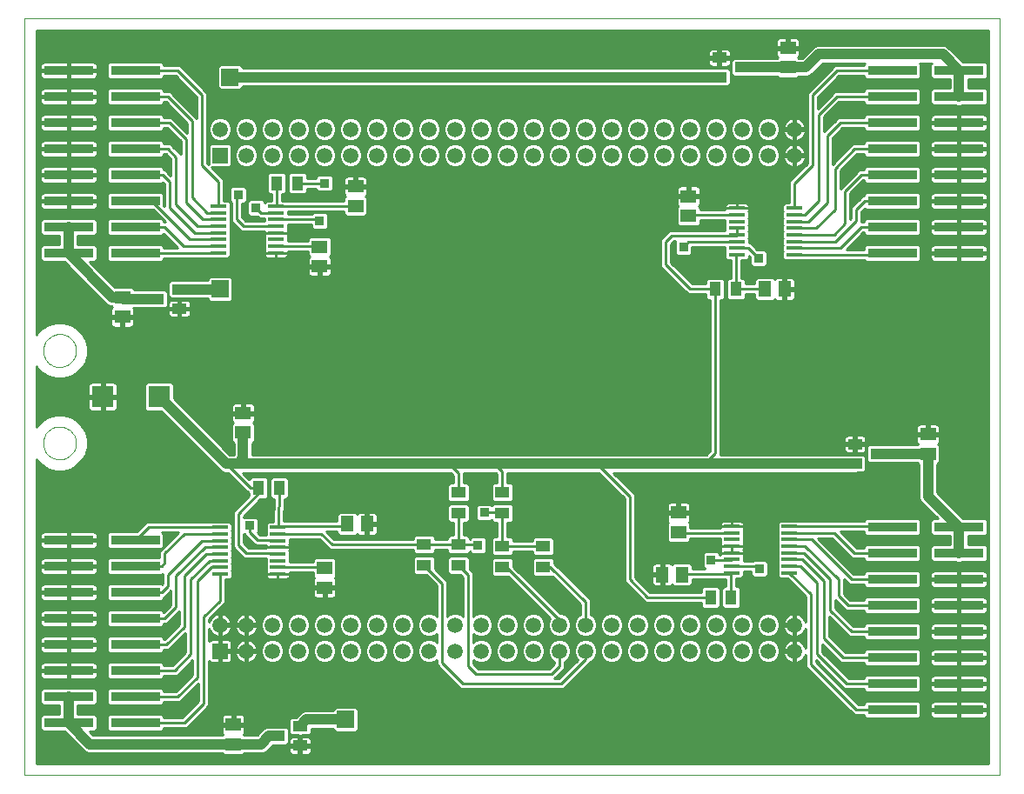
<source format=gtl>
G75*
%MOIN*%
%OFA0B0*%
%FSLAX24Y24*%
%IPPOS*%
%LPD*%
%AMOC8*
5,1,8,0,0,1.08239X$1,22.5*
%
%ADD10C,0.0000*%
%ADD11R,0.0591X0.0512*%
%ADD12R,0.0827X0.0827*%
%ADD13R,0.0551X0.0394*%
%ADD14R,0.0551X0.0433*%
%ADD15R,0.0594X0.0594*%
%ADD16C,0.0594*%
%ADD17R,0.1890X0.0350*%
%ADD18R,0.0610X0.0118*%
%ADD19R,0.0433X0.0551*%
%ADD20R,0.0512X0.0591*%
%ADD21C,0.0100*%
%ADD22R,0.0650X0.0650*%
%ADD23C,0.0400*%
%ADD24R,0.0357X0.0357*%
D10*
X002583Y001150D02*
X002583Y030146D01*
X039953Y030146D01*
X039953Y001150D01*
X002583Y001150D01*
X003300Y013878D02*
X003302Y013928D01*
X003308Y013978D01*
X003318Y014027D01*
X003332Y014075D01*
X003349Y014122D01*
X003370Y014167D01*
X003395Y014211D01*
X003423Y014252D01*
X003455Y014291D01*
X003489Y014328D01*
X003526Y014362D01*
X003566Y014392D01*
X003608Y014419D01*
X003652Y014443D01*
X003698Y014464D01*
X003745Y014480D01*
X003793Y014493D01*
X003843Y014502D01*
X003892Y014507D01*
X003943Y014508D01*
X003993Y014505D01*
X004042Y014498D01*
X004091Y014487D01*
X004139Y014472D01*
X004185Y014454D01*
X004230Y014432D01*
X004273Y014406D01*
X004314Y014377D01*
X004353Y014345D01*
X004389Y014310D01*
X004421Y014272D01*
X004451Y014232D01*
X004478Y014189D01*
X004501Y014145D01*
X004520Y014099D01*
X004536Y014051D01*
X004548Y014002D01*
X004556Y013953D01*
X004560Y013903D01*
X004560Y013853D01*
X004556Y013803D01*
X004548Y013754D01*
X004536Y013705D01*
X004520Y013657D01*
X004501Y013611D01*
X004478Y013567D01*
X004451Y013524D01*
X004421Y013484D01*
X004389Y013446D01*
X004353Y013411D01*
X004314Y013379D01*
X004273Y013350D01*
X004230Y013324D01*
X004185Y013302D01*
X004139Y013284D01*
X004091Y013269D01*
X004042Y013258D01*
X003993Y013251D01*
X003943Y013248D01*
X003892Y013249D01*
X003843Y013254D01*
X003793Y013263D01*
X003745Y013276D01*
X003698Y013292D01*
X003652Y013313D01*
X003608Y013337D01*
X003566Y013364D01*
X003526Y013394D01*
X003489Y013428D01*
X003455Y013465D01*
X003423Y013504D01*
X003395Y013545D01*
X003370Y013589D01*
X003349Y013634D01*
X003332Y013681D01*
X003318Y013729D01*
X003308Y013778D01*
X003302Y013828D01*
X003300Y013878D01*
X003300Y017422D02*
X003302Y017472D01*
X003308Y017522D01*
X003318Y017571D01*
X003332Y017619D01*
X003349Y017666D01*
X003370Y017711D01*
X003395Y017755D01*
X003423Y017796D01*
X003455Y017835D01*
X003489Y017872D01*
X003526Y017906D01*
X003566Y017936D01*
X003608Y017963D01*
X003652Y017987D01*
X003698Y018008D01*
X003745Y018024D01*
X003793Y018037D01*
X003843Y018046D01*
X003892Y018051D01*
X003943Y018052D01*
X003993Y018049D01*
X004042Y018042D01*
X004091Y018031D01*
X004139Y018016D01*
X004185Y017998D01*
X004230Y017976D01*
X004273Y017950D01*
X004314Y017921D01*
X004353Y017889D01*
X004389Y017854D01*
X004421Y017816D01*
X004451Y017776D01*
X004478Y017733D01*
X004501Y017689D01*
X004520Y017643D01*
X004536Y017595D01*
X004548Y017546D01*
X004556Y017497D01*
X004560Y017447D01*
X004560Y017397D01*
X004556Y017347D01*
X004548Y017298D01*
X004536Y017249D01*
X004520Y017201D01*
X004501Y017155D01*
X004478Y017111D01*
X004451Y017068D01*
X004421Y017028D01*
X004389Y016990D01*
X004353Y016955D01*
X004314Y016923D01*
X004273Y016894D01*
X004230Y016868D01*
X004185Y016846D01*
X004139Y016828D01*
X004091Y016813D01*
X004042Y016802D01*
X003993Y016795D01*
X003943Y016792D01*
X003892Y016793D01*
X003843Y016798D01*
X003793Y016807D01*
X003745Y016820D01*
X003698Y016836D01*
X003652Y016857D01*
X003608Y016881D01*
X003566Y016908D01*
X003526Y016938D01*
X003489Y016972D01*
X003455Y017009D01*
X003423Y017048D01*
X003395Y017089D01*
X003370Y017133D01*
X003349Y017178D01*
X003332Y017225D01*
X003318Y017273D01*
X003308Y017322D01*
X003302Y017372D01*
X003300Y017422D01*
D11*
X006333Y018713D03*
X006333Y019462D03*
X010958Y015024D03*
X010958Y014276D03*
X014083Y009087D03*
X014083Y008338D03*
X010583Y003087D03*
X010583Y002338D03*
X027646Y010463D03*
X027646Y011212D03*
X037208Y013463D03*
X037208Y014212D03*
X028021Y022588D03*
X028021Y023337D03*
X031833Y028276D03*
X031833Y029024D03*
X015271Y023712D03*
X015271Y022963D03*
X013896Y021399D03*
X013896Y020651D03*
D12*
X007748Y015650D03*
X005583Y015650D03*
D13*
X008516Y019026D03*
X008516Y019774D03*
X007650Y019400D03*
X013141Y003024D03*
X013141Y002276D03*
X012275Y002650D03*
X034400Y013088D03*
X034400Y013837D03*
X035266Y013463D03*
X029213Y027901D03*
X030079Y028275D03*
X029213Y028649D03*
D14*
X020896Y011981D03*
X020896Y011194D03*
X019208Y011194D03*
X019208Y011981D03*
X019208Y009981D03*
X019208Y009194D03*
X017896Y009194D03*
X017896Y009981D03*
X020896Y009919D03*
X020896Y009131D03*
X022458Y009131D03*
X022458Y009919D03*
D15*
X010083Y005900D03*
X010083Y024900D03*
D16*
X010083Y025900D03*
X011083Y025900D03*
X012083Y025900D03*
X012083Y024900D03*
X011083Y024900D03*
X013083Y024900D03*
X014083Y024900D03*
X014083Y025900D03*
X013083Y025900D03*
X015083Y025900D03*
X016083Y025900D03*
X017083Y025900D03*
X017083Y024900D03*
X016083Y024900D03*
X015083Y024900D03*
X018083Y024900D03*
X019083Y024900D03*
X019083Y025900D03*
X018083Y025900D03*
X020083Y025900D03*
X021083Y025900D03*
X021083Y024900D03*
X020083Y024900D03*
X022083Y024900D03*
X023083Y024900D03*
X023083Y025900D03*
X022083Y025900D03*
X024083Y025900D03*
X025083Y025900D03*
X025083Y024900D03*
X024083Y024900D03*
X026083Y024900D03*
X027083Y024900D03*
X028083Y024900D03*
X028083Y025900D03*
X027083Y025900D03*
X026083Y025900D03*
X029083Y025900D03*
X030083Y025900D03*
X030083Y024900D03*
X029083Y024900D03*
X031083Y024900D03*
X032083Y024900D03*
X032083Y025900D03*
X031083Y025900D03*
X031083Y006900D03*
X032083Y006900D03*
X032083Y005900D03*
X031083Y005900D03*
X030083Y005900D03*
X029083Y005900D03*
X028083Y005900D03*
X027083Y005900D03*
X026083Y005900D03*
X025083Y005900D03*
X024083Y005900D03*
X023083Y005900D03*
X022083Y005900D03*
X021083Y005900D03*
X020083Y005900D03*
X019083Y005900D03*
X018083Y005900D03*
X017083Y005900D03*
X016083Y005900D03*
X015083Y005900D03*
X014083Y005900D03*
X013083Y005900D03*
X012083Y005900D03*
X011083Y005900D03*
X011083Y006900D03*
X012083Y006900D03*
X013083Y006900D03*
X014083Y006900D03*
X015083Y006900D03*
X016083Y006900D03*
X017083Y006900D03*
X018083Y006900D03*
X019083Y006900D03*
X020083Y006900D03*
X021083Y006900D03*
X022083Y006900D03*
X023083Y006900D03*
X024083Y006900D03*
X025083Y006900D03*
X026083Y006900D03*
X027083Y006900D03*
X028083Y006900D03*
X029083Y006900D03*
X030083Y006900D03*
X010083Y006900D03*
D17*
X006833Y007150D03*
X006833Y008150D03*
X006833Y009150D03*
X006833Y010150D03*
X004274Y010150D03*
X004274Y009150D03*
X004274Y008150D03*
X004274Y007150D03*
X004274Y006150D03*
X004274Y005150D03*
X004274Y004150D03*
X004274Y003150D03*
X006833Y003150D03*
X006833Y004150D03*
X006833Y005150D03*
X006833Y006150D03*
X006833Y021150D03*
X006833Y022150D03*
X006833Y023150D03*
X006833Y024150D03*
X006833Y025150D03*
X006833Y026150D03*
X006833Y027150D03*
X006833Y028150D03*
X004274Y028150D03*
X004274Y027150D03*
X004274Y026150D03*
X004274Y025150D03*
X004274Y024150D03*
X004274Y023150D03*
X004274Y022150D03*
X004274Y021150D03*
X035833Y021150D03*
X035833Y022150D03*
X035833Y023150D03*
X035833Y024150D03*
X035833Y025150D03*
X035833Y026150D03*
X035833Y027150D03*
X035833Y028150D03*
X038392Y028150D03*
X038392Y027150D03*
X038392Y026150D03*
X038392Y025150D03*
X038392Y024150D03*
X038392Y023150D03*
X038392Y022150D03*
X038392Y021150D03*
X038392Y010650D03*
X038392Y009650D03*
X038392Y008650D03*
X038392Y007650D03*
X038392Y006650D03*
X038392Y005650D03*
X038392Y004650D03*
X038392Y003650D03*
X035833Y003650D03*
X035833Y004650D03*
X035833Y005650D03*
X035833Y006650D03*
X035833Y007650D03*
X035833Y008650D03*
X035833Y009650D03*
X035833Y010650D03*
D18*
X031896Y010691D03*
X031896Y010435D03*
X031896Y010180D03*
X031896Y009924D03*
X031896Y009668D03*
X031896Y009412D03*
X031896Y009156D03*
X031896Y008900D03*
X029691Y008900D03*
X029691Y009156D03*
X029691Y009412D03*
X029691Y009668D03*
X029691Y009924D03*
X029691Y010180D03*
X029691Y010435D03*
X029691Y010691D03*
X029878Y021088D03*
X029878Y021343D03*
X029878Y021599D03*
X029878Y021855D03*
X029878Y022111D03*
X029878Y022367D03*
X029878Y022623D03*
X029878Y022879D03*
X032083Y022879D03*
X032083Y022623D03*
X032083Y022367D03*
X032083Y022111D03*
X032083Y021855D03*
X032083Y021599D03*
X032083Y021343D03*
X032083Y021088D03*
X012225Y021171D03*
X012225Y021427D03*
X012225Y021683D03*
X012225Y021939D03*
X012225Y022195D03*
X012225Y022451D03*
X012225Y022707D03*
X012225Y022963D03*
X010021Y022963D03*
X010021Y022707D03*
X010021Y022451D03*
X010021Y022195D03*
X010021Y021939D03*
X010021Y021683D03*
X010021Y021427D03*
X010021Y021171D03*
X010083Y010650D03*
X010083Y010394D03*
X010083Y010138D03*
X010083Y009882D03*
X010083Y009626D03*
X010083Y009370D03*
X010083Y009115D03*
X010083Y008859D03*
X012288Y008859D03*
X012288Y009115D03*
X012288Y009370D03*
X012288Y009626D03*
X012288Y009882D03*
X012288Y010138D03*
X012288Y010394D03*
X012288Y010650D03*
D19*
X012352Y012150D03*
X011564Y012150D03*
X012252Y023838D03*
X013039Y023838D03*
X029064Y019775D03*
X029852Y019775D03*
X029664Y007963D03*
X028877Y007963D03*
D20*
X027770Y008838D03*
X027022Y008838D03*
X015707Y010775D03*
X014959Y010775D03*
X030959Y019775D03*
X031707Y019775D03*
D21*
X031757Y019767D02*
X039503Y019767D01*
X039503Y019865D02*
X032113Y019865D01*
X032113Y019825D02*
X032113Y020090D01*
X032103Y020128D01*
X032083Y020162D01*
X032055Y020190D01*
X032021Y020210D01*
X031983Y020220D01*
X031757Y020220D01*
X031757Y019825D01*
X031657Y019825D01*
X031657Y020220D01*
X031431Y020220D01*
X031393Y020210D01*
X031359Y020190D01*
X031333Y020164D01*
X031277Y020220D01*
X030641Y020220D01*
X030553Y020132D01*
X030553Y019975D01*
X030218Y019975D01*
X030218Y020113D01*
X030130Y020201D01*
X030052Y020201D01*
X030052Y020878D01*
X030246Y020878D01*
X030333Y020966D01*
X030333Y021054D01*
X030380Y021008D01*
X030380Y020722D01*
X030468Y020634D01*
X030949Y020634D01*
X031036Y020722D01*
X031036Y021203D01*
X030949Y021291D01*
X030662Y021291D01*
X030410Y021543D01*
X030333Y021543D01*
X030333Y021720D01*
X030327Y021727D01*
X030333Y021734D01*
X030333Y021976D01*
X030327Y021983D01*
X030333Y021990D01*
X030333Y022232D01*
X030327Y022239D01*
X030333Y022246D01*
X030333Y022488D01*
X030327Y022495D01*
X030333Y022502D01*
X030333Y022744D01*
X030320Y022757D01*
X030323Y022762D01*
X030333Y022800D01*
X030333Y022879D01*
X030333Y022958D01*
X030323Y022996D01*
X030303Y023030D01*
X030276Y023058D01*
X030241Y023078D01*
X030203Y023088D01*
X029878Y023088D01*
X029553Y023088D01*
X029515Y023078D01*
X029481Y023058D01*
X029453Y023030D01*
X029433Y022996D01*
X029423Y022958D01*
X029423Y022879D01*
X029878Y022879D01*
X029878Y022879D01*
X029878Y023088D01*
X029878Y022879D01*
X029878Y022879D01*
X029423Y022879D01*
X029423Y022823D01*
X028466Y022823D01*
X028466Y022907D01*
X028410Y022963D01*
X028436Y022989D01*
X028456Y023023D01*
X028466Y023061D01*
X028466Y023287D01*
X028071Y023287D01*
X028071Y023387D01*
X027971Y023387D01*
X027971Y023742D01*
X027706Y023742D01*
X027667Y023732D01*
X027633Y023712D01*
X027605Y023685D01*
X027586Y023650D01*
X027575Y023612D01*
X027575Y023387D01*
X027971Y023387D01*
X027971Y023287D01*
X027575Y023287D01*
X027575Y023061D01*
X027586Y023023D01*
X027605Y022989D01*
X027631Y022963D01*
X027575Y022907D01*
X027575Y022270D01*
X027663Y022183D01*
X028378Y022183D01*
X028466Y022270D01*
X028466Y022423D01*
X029423Y022423D01*
X029423Y022246D01*
X029430Y022239D01*
X029423Y022232D01*
X029423Y022037D01*
X027313Y022037D01*
X027196Y021920D01*
X026946Y021670D01*
X026946Y020630D01*
X027063Y020513D01*
X028000Y019575D01*
X028698Y019575D01*
X028698Y019437D01*
X028786Y019349D01*
X028864Y019349D01*
X028864Y013590D01*
X028713Y013438D01*
X011308Y013438D01*
X011308Y013870D01*
X011315Y013870D01*
X011403Y013958D01*
X011403Y014594D01*
X011347Y014650D01*
X011373Y014676D01*
X011393Y014710D01*
X011403Y014748D01*
X011403Y014974D01*
X011008Y014974D01*
X011008Y015074D01*
X010908Y015074D01*
X010908Y014974D01*
X010513Y014974D01*
X010513Y014748D01*
X010523Y014710D01*
X010543Y014676D01*
X010569Y014650D01*
X010513Y014594D01*
X010513Y013958D01*
X010601Y013870D01*
X010608Y013870D01*
X010608Y013438D01*
X010455Y013438D01*
X008312Y015582D01*
X008312Y016126D01*
X008224Y016213D01*
X007273Y016213D01*
X007185Y016126D01*
X007185Y015174D01*
X007273Y015087D01*
X007817Y015087D01*
X010112Y012792D01*
X010240Y012738D01*
X010377Y012738D01*
X011166Y011950D01*
X011198Y011950D01*
X011198Y011860D01*
X010688Y011350D01*
X010571Y011233D01*
X010571Y009880D01*
X010883Y009567D01*
X011000Y009450D01*
X011833Y009450D01*
X011833Y009249D01*
X011839Y009243D01*
X011833Y009236D01*
X011833Y008993D01*
X011846Y008980D01*
X011843Y008976D01*
X011833Y008937D01*
X011833Y008859D01*
X012288Y008859D01*
X012743Y008859D01*
X012743Y008915D01*
X013638Y008915D01*
X013638Y008768D01*
X013694Y008712D01*
X013668Y008686D01*
X013648Y008652D01*
X013638Y008614D01*
X013638Y008388D01*
X014033Y008388D01*
X014033Y008288D01*
X014133Y008288D01*
X014133Y007933D01*
X014398Y007933D01*
X014436Y007943D01*
X014470Y007963D01*
X014498Y007990D01*
X014518Y008025D01*
X014528Y008063D01*
X014528Y008288D01*
X014133Y008288D01*
X014133Y008388D01*
X014528Y008388D01*
X014528Y008614D01*
X014518Y008652D01*
X014498Y008686D01*
X014472Y008712D01*
X014528Y008768D01*
X014528Y009405D01*
X014440Y009492D01*
X013726Y009492D01*
X013638Y009405D01*
X013638Y009315D01*
X012743Y009315D01*
X012743Y009492D01*
X012736Y009498D01*
X012743Y009505D01*
X012743Y009748D01*
X012730Y009761D01*
X012733Y009765D01*
X012743Y009803D01*
X012743Y009882D01*
X012288Y009882D01*
X012288Y009882D01*
X012743Y009882D01*
X012743Y009961D01*
X012733Y009999D01*
X012730Y010004D01*
X012743Y010017D01*
X012743Y010194D01*
X013881Y010194D01*
X014177Y009898D01*
X014294Y009781D01*
X017470Y009781D01*
X017470Y009703D01*
X017558Y009615D01*
X018233Y009615D01*
X018321Y009703D01*
X018321Y009781D01*
X018782Y009781D01*
X018782Y009703D01*
X018870Y009615D01*
X019546Y009615D01*
X019634Y009703D01*
X019634Y009718D01*
X019718Y009634D01*
X020199Y009634D01*
X020286Y009722D01*
X020286Y010203D01*
X020199Y010291D01*
X019718Y010291D01*
X019634Y010207D01*
X019634Y010260D01*
X019546Y010348D01*
X019408Y010348D01*
X019408Y010827D01*
X019546Y010827D01*
X019634Y010915D01*
X019634Y011472D01*
X019546Y011560D01*
X018870Y011560D01*
X018782Y011472D01*
X018782Y010915D01*
X018870Y010827D01*
X019008Y010827D01*
X019008Y010348D01*
X018870Y010348D01*
X018782Y010260D01*
X018782Y010181D01*
X018321Y010181D01*
X018321Y010260D01*
X018233Y010348D01*
X017558Y010348D01*
X017470Y010260D01*
X017470Y010181D01*
X014460Y010181D01*
X014164Y010477D01*
X014553Y010477D01*
X014553Y010418D01*
X014641Y010330D01*
X015277Y010330D01*
X015333Y010386D01*
X015359Y010360D01*
X015393Y010340D01*
X015431Y010330D01*
X015657Y010330D01*
X015657Y010725D01*
X015757Y010725D01*
X015757Y010330D01*
X015983Y010330D01*
X016021Y010340D01*
X016055Y010360D01*
X016083Y010388D01*
X016103Y010422D01*
X016113Y010460D01*
X016113Y010725D01*
X015757Y010725D01*
X015757Y010825D01*
X015657Y010825D01*
X015657Y011220D01*
X015431Y011220D01*
X015393Y011210D01*
X015359Y011190D01*
X015333Y011164D01*
X015277Y011220D01*
X014641Y011220D01*
X014553Y011132D01*
X014553Y010877D01*
X012520Y010877D01*
X012541Y011724D01*
X012630Y011724D01*
X012718Y011812D01*
X012718Y012488D01*
X012630Y012576D01*
X012073Y012576D01*
X011985Y012488D01*
X011985Y011812D01*
X012073Y011724D01*
X012141Y011724D01*
X012119Y010859D01*
X011921Y010859D01*
X011833Y010771D01*
X011833Y010529D01*
X011839Y010522D01*
X011833Y010515D01*
X011833Y010350D01*
X011603Y010350D01*
X011509Y010444D01*
X011536Y010472D01*
X011536Y010953D01*
X011449Y011041D01*
X010971Y011041D01*
X010971Y011067D01*
X011628Y011724D01*
X011843Y011724D01*
X011931Y011812D01*
X011931Y012488D01*
X011843Y012576D01*
X011286Y012576D01*
X011198Y012488D01*
X011198Y012483D01*
X010943Y012738D01*
X018900Y012738D01*
X019008Y012631D01*
X019008Y012348D01*
X018870Y012348D01*
X018782Y012260D01*
X018782Y011703D01*
X018870Y011615D01*
X019546Y011615D01*
X019634Y011703D01*
X019634Y012260D01*
X019546Y012348D01*
X019408Y012348D01*
X019408Y012738D01*
X020650Y012738D01*
X020696Y012693D01*
X020696Y012348D01*
X020558Y012348D01*
X020470Y012260D01*
X020470Y011703D01*
X020558Y011615D01*
X021233Y011615D01*
X021321Y011703D01*
X021321Y012260D01*
X021233Y012348D01*
X021096Y012348D01*
X021096Y012738D01*
X024588Y012738D01*
X025571Y011756D01*
X025571Y008567D01*
X025688Y008450D01*
X026375Y007763D01*
X028510Y007763D01*
X028510Y007625D01*
X028598Y007537D01*
X029156Y007537D01*
X029243Y007625D01*
X029243Y008300D01*
X029156Y008388D01*
X028598Y008388D01*
X028510Y008300D01*
X028510Y008162D01*
X026541Y008162D01*
X025971Y008733D01*
X025971Y011921D01*
X025153Y012738D01*
X034470Y012738D01*
X034477Y012742D01*
X034738Y012742D01*
X034826Y012830D01*
X034826Y013347D01*
X034738Y013435D01*
X034477Y013435D01*
X034470Y013438D01*
X029264Y013438D01*
X029264Y019349D01*
X029343Y019349D01*
X029431Y019437D01*
X029431Y020113D01*
X029343Y020201D01*
X028786Y020201D01*
X028698Y020113D01*
X028698Y019975D01*
X028166Y019975D01*
X027346Y020795D01*
X027346Y021505D01*
X027478Y021638D01*
X027505Y021638D01*
X027505Y021159D01*
X027593Y021072D01*
X028074Y021072D01*
X028161Y021159D01*
X028161Y021388D01*
X029423Y021388D01*
X029423Y021222D01*
X029430Y021215D01*
X029423Y021209D01*
X029423Y020966D01*
X029511Y020878D01*
X029652Y020878D01*
X029652Y020201D01*
X029573Y020201D01*
X029485Y020113D01*
X029485Y019437D01*
X029573Y019349D01*
X030130Y019349D01*
X030218Y019437D01*
X030218Y019575D01*
X030553Y019575D01*
X030553Y019418D01*
X030641Y019330D01*
X031277Y019330D01*
X031333Y019386D01*
X031359Y019360D01*
X031393Y019340D01*
X031431Y019330D01*
X031657Y019330D01*
X031657Y019725D01*
X031757Y019725D01*
X031757Y019330D01*
X031983Y019330D01*
X032021Y019340D01*
X032055Y019360D01*
X032083Y019388D01*
X032103Y019422D01*
X032113Y019460D01*
X032113Y019725D01*
X031757Y019725D01*
X031757Y019825D01*
X032113Y019825D01*
X032113Y019964D02*
X039503Y019964D01*
X039503Y020062D02*
X032113Y020062D01*
X032084Y020161D02*
X039503Y020161D01*
X039503Y020259D02*
X030052Y020259D01*
X030052Y020358D02*
X039503Y020358D01*
X039503Y020456D02*
X030052Y020456D01*
X030052Y020555D02*
X039503Y020555D01*
X039503Y020653D02*
X030968Y020653D01*
X031036Y020752D02*
X039503Y020752D01*
X039503Y020850D02*
X039421Y020850D01*
X039429Y020855D02*
X039457Y020883D01*
X039477Y020917D01*
X039487Y020955D01*
X039487Y021112D01*
X038430Y021112D01*
X038430Y020825D01*
X039357Y020825D01*
X039395Y020835D01*
X039429Y020855D01*
X039485Y020949D02*
X039503Y020949D01*
X039503Y021047D02*
X039487Y021047D01*
X039503Y021146D02*
X038430Y021146D01*
X038430Y021112D02*
X038430Y021188D01*
X038355Y021188D01*
X038355Y021475D01*
X037427Y021475D01*
X037389Y021465D01*
X037355Y021445D01*
X037327Y021417D01*
X037307Y021383D01*
X037297Y021345D01*
X037297Y021188D01*
X038355Y021188D01*
X038355Y021112D01*
X038430Y021112D01*
X038430Y021047D02*
X038355Y021047D01*
X038355Y021112D02*
X038355Y020825D01*
X037427Y020825D01*
X037389Y020835D01*
X037355Y020855D01*
X037327Y020883D01*
X037307Y020917D01*
X037297Y020955D01*
X037297Y021112D01*
X038355Y021112D01*
X038355Y021146D02*
X036928Y021146D01*
X036928Y021244D02*
X037297Y021244D01*
X037297Y021343D02*
X036928Y021343D01*
X036928Y021387D02*
X036840Y021475D01*
X034826Y021475D01*
X034738Y021387D01*
X034738Y021287D01*
X034066Y021287D01*
X034728Y021950D01*
X034738Y021950D01*
X034738Y021913D01*
X034826Y021825D01*
X036840Y021825D01*
X036928Y021913D01*
X036928Y022387D01*
X036840Y022475D01*
X034826Y022475D01*
X034738Y022387D01*
X034738Y022350D01*
X034658Y022350D01*
X034658Y022755D01*
X034777Y022874D01*
X034826Y022825D01*
X036840Y022825D01*
X036928Y022913D01*
X036928Y023387D01*
X036840Y023475D01*
X034826Y023475D01*
X034738Y023387D01*
X034738Y023350D01*
X034688Y023350D01*
X034571Y023233D01*
X034258Y022920D01*
X034258Y022483D01*
X034221Y022445D01*
X034221Y023442D01*
X034728Y023950D01*
X034738Y023950D01*
X034738Y023913D01*
X034826Y023825D01*
X036840Y023825D01*
X036928Y023913D01*
X036928Y024387D01*
X036840Y024475D01*
X034826Y024475D01*
X034738Y024387D01*
X034738Y024350D01*
X034563Y024350D01*
X034446Y024233D01*
X033846Y023633D01*
X033846Y024317D01*
X034478Y024950D01*
X034738Y024950D01*
X034738Y024913D01*
X034826Y024825D01*
X036840Y024825D01*
X036928Y024913D01*
X036928Y025387D01*
X036840Y025475D01*
X034826Y025475D01*
X034738Y025387D01*
X034738Y025350D01*
X034313Y025350D01*
X034196Y025233D01*
X033533Y024570D01*
X033533Y025567D01*
X033916Y025950D01*
X034738Y025950D01*
X034738Y025913D01*
X034826Y025825D01*
X036840Y025825D01*
X036928Y025913D01*
X036928Y026387D01*
X036840Y026475D01*
X034826Y026475D01*
X034738Y026387D01*
X034738Y026350D01*
X033750Y026350D01*
X033633Y026233D01*
X033221Y025820D01*
X033221Y026380D01*
X033791Y026950D01*
X034738Y026950D01*
X034738Y026913D01*
X034826Y026825D01*
X036840Y026825D01*
X036928Y026913D01*
X036928Y027387D01*
X036840Y027475D01*
X034826Y027475D01*
X034738Y027387D01*
X034738Y027350D01*
X033625Y027350D01*
X033508Y027233D01*
X032971Y026695D01*
X032971Y027130D01*
X033791Y027950D01*
X034738Y027950D01*
X034738Y027913D01*
X034826Y027825D01*
X036840Y027825D01*
X036928Y027913D01*
X036928Y028387D01*
X036890Y028425D01*
X037335Y028425D01*
X037297Y028387D01*
X037297Y027913D01*
X037385Y027825D01*
X038042Y027825D01*
X038042Y027475D01*
X037385Y027475D01*
X037297Y027387D01*
X037297Y026913D01*
X037385Y026825D01*
X038263Y026825D01*
X038323Y026800D01*
X038462Y026800D01*
X038522Y026825D01*
X039399Y026825D01*
X039487Y026913D01*
X039487Y027387D01*
X039399Y027475D01*
X038742Y027475D01*
X038742Y027825D01*
X039399Y027825D01*
X039487Y027913D01*
X039487Y028387D01*
X039399Y028475D01*
X038562Y028475D01*
X037965Y029072D01*
X037837Y029125D01*
X032951Y029125D01*
X032822Y029072D01*
X032724Y028973D01*
X032377Y028626D01*
X032246Y028626D01*
X032222Y028650D01*
X032248Y028676D01*
X032268Y028710D01*
X032278Y028748D01*
X032278Y028974D01*
X031883Y028974D01*
X031883Y029074D01*
X031783Y029074D01*
X031783Y028974D01*
X031388Y028974D01*
X031388Y028748D01*
X031398Y028710D01*
X031418Y028676D01*
X031444Y028650D01*
X031419Y028625D01*
X030009Y028625D01*
X030001Y028622D01*
X029741Y028622D01*
X029653Y028534D01*
X029653Y028016D01*
X029741Y027928D01*
X030001Y027928D01*
X030009Y027925D01*
X031421Y027925D01*
X031476Y027870D01*
X032190Y027870D01*
X032246Y027926D01*
X032591Y027926D01*
X032720Y027979D01*
X033166Y028425D01*
X034776Y028425D01*
X034738Y028387D01*
X034738Y028350D01*
X033625Y028350D01*
X033508Y028233D01*
X032571Y027295D01*
X032571Y024608D01*
X031883Y023920D01*
X031883Y023088D01*
X031716Y023088D01*
X031628Y023000D01*
X031628Y022758D01*
X031635Y022751D01*
X031628Y022744D01*
X031628Y022502D01*
X031635Y022495D01*
X031628Y022488D01*
X031628Y022246D01*
X031635Y022239D01*
X031628Y022232D01*
X031628Y021990D01*
X031635Y021983D01*
X031628Y021976D01*
X031628Y021734D01*
X031635Y021727D01*
X031628Y021720D01*
X031628Y021478D01*
X031635Y021471D01*
X031628Y021465D01*
X031628Y021222D01*
X031635Y021215D01*
X031628Y021209D01*
X031628Y020966D01*
X031716Y020878D01*
X032450Y020878D01*
X032459Y020888D01*
X034763Y020888D01*
X034826Y020825D01*
X036840Y020825D01*
X036928Y020913D01*
X036928Y021387D01*
X036874Y021441D02*
X037351Y021441D01*
X037427Y021825D02*
X038355Y021825D01*
X038355Y022112D01*
X038430Y022112D01*
X038430Y021825D01*
X039357Y021825D01*
X039395Y021835D01*
X039503Y021835D01*
X039457Y021883D02*
X039477Y021917D01*
X039487Y021955D01*
X039487Y022112D01*
X038430Y022112D01*
X038430Y022188D01*
X038355Y022188D01*
X038355Y022475D01*
X037427Y022475D01*
X037389Y022465D01*
X037355Y022445D01*
X037327Y022417D01*
X037307Y022383D01*
X037297Y022345D01*
X037297Y022188D01*
X038355Y022188D01*
X038355Y022112D01*
X037297Y022112D01*
X037297Y021955D01*
X037307Y021917D01*
X037327Y021883D01*
X037355Y021855D01*
X037389Y021835D01*
X036850Y021835D01*
X036928Y021934D02*
X037303Y021934D01*
X037297Y022032D02*
X036928Y022032D01*
X036928Y022131D02*
X038355Y022131D01*
X038430Y022131D02*
X039503Y022131D01*
X039487Y022188D02*
X039487Y022345D01*
X039477Y022383D01*
X039457Y022417D01*
X039429Y022445D01*
X039395Y022465D01*
X039357Y022475D01*
X038430Y022475D01*
X038430Y022188D01*
X039487Y022188D01*
X039487Y022229D02*
X039503Y022229D01*
X039503Y022328D02*
X039487Y022328D01*
X039503Y022426D02*
X039448Y022426D01*
X039503Y022525D02*
X034658Y022525D01*
X034658Y022623D02*
X039503Y022623D01*
X039503Y022722D02*
X034658Y022722D01*
X034723Y022820D02*
X039503Y022820D01*
X039457Y022883D02*
X039477Y022917D01*
X039487Y022955D01*
X039487Y023112D01*
X038430Y023112D01*
X038430Y022825D01*
X039357Y022825D01*
X039395Y022835D01*
X039429Y022855D01*
X039457Y022883D01*
X039477Y022919D02*
X039503Y022919D01*
X039503Y023017D02*
X039487Y023017D01*
X039503Y023116D02*
X038430Y023116D01*
X038430Y023112D02*
X038430Y023188D01*
X038355Y023188D01*
X038355Y023475D01*
X037427Y023475D01*
X037389Y023465D01*
X037355Y023445D01*
X037327Y023417D01*
X037307Y023383D01*
X037297Y023345D01*
X037297Y023188D01*
X038355Y023188D01*
X038355Y023112D01*
X038430Y023112D01*
X038355Y023112D02*
X038355Y022825D01*
X037427Y022825D01*
X037389Y022835D01*
X037355Y022855D01*
X037327Y022883D01*
X037307Y022917D01*
X037297Y022955D01*
X037297Y023112D01*
X038355Y023112D01*
X038355Y023116D02*
X036928Y023116D01*
X036928Y023214D02*
X037297Y023214D01*
X037297Y023313D02*
X036928Y023313D01*
X036904Y023411D02*
X037324Y023411D01*
X037297Y023017D02*
X036928Y023017D01*
X036928Y022919D02*
X037307Y022919D01*
X037336Y022426D02*
X036889Y022426D01*
X036928Y022328D02*
X037297Y022328D01*
X037297Y022229D02*
X036928Y022229D01*
X037389Y021835D02*
X037427Y021825D01*
X037297Y021047D02*
X036928Y021047D01*
X036928Y020949D02*
X037299Y020949D01*
X037363Y020850D02*
X036865Y020850D01*
X035833Y021150D02*
X035771Y021088D01*
X032083Y021088D01*
X032083Y021343D02*
X033839Y021343D01*
X034646Y022150D01*
X035833Y022150D01*
X034816Y021835D02*
X034613Y021835D01*
X034515Y021737D02*
X039503Y021737D01*
X039503Y021638D02*
X034416Y021638D01*
X034318Y021540D02*
X039503Y021540D01*
X039503Y021441D02*
X039433Y021441D01*
X039429Y021445D02*
X039395Y021465D01*
X039357Y021475D01*
X038430Y021475D01*
X038430Y021188D01*
X039487Y021188D01*
X039487Y021345D01*
X039477Y021383D01*
X039457Y021417D01*
X039429Y021445D01*
X039487Y021343D02*
X039503Y021343D01*
X039503Y021244D02*
X039487Y021244D01*
X039395Y021835D02*
X039429Y021855D01*
X039457Y021883D01*
X039481Y021934D02*
X039503Y021934D01*
X039503Y022032D02*
X039487Y022032D01*
X038430Y022032D02*
X038355Y022032D01*
X038355Y021934D02*
X038430Y021934D01*
X038430Y021835D02*
X038355Y021835D01*
X038355Y021441D02*
X038430Y021441D01*
X038430Y021343D02*
X038355Y021343D01*
X038355Y021244D02*
X038430Y021244D01*
X038430Y020949D02*
X038355Y020949D01*
X038355Y020850D02*
X038430Y020850D01*
X038430Y022229D02*
X038355Y022229D01*
X038355Y022328D02*
X038430Y022328D01*
X038430Y022426D02*
X038355Y022426D01*
X038355Y022919D02*
X038430Y022919D01*
X038430Y023017D02*
X038355Y023017D01*
X038430Y023188D02*
X039487Y023188D01*
X039487Y023345D01*
X039477Y023383D01*
X039457Y023417D01*
X039429Y023445D01*
X039395Y023465D01*
X039357Y023475D01*
X038430Y023475D01*
X038430Y023188D01*
X038430Y023214D02*
X038355Y023214D01*
X038355Y023313D02*
X038430Y023313D01*
X038430Y023411D02*
X038355Y023411D01*
X038355Y023825D02*
X038355Y024112D01*
X038430Y024112D01*
X038430Y023825D01*
X039357Y023825D01*
X039395Y023835D01*
X039429Y023855D01*
X039457Y023883D01*
X039477Y023917D01*
X039487Y023955D01*
X039487Y024112D01*
X038430Y024112D01*
X038430Y024188D01*
X038355Y024188D01*
X038355Y024475D01*
X037427Y024475D01*
X037389Y024465D01*
X037355Y024445D01*
X037327Y024417D01*
X037307Y024383D01*
X037297Y024345D01*
X037297Y024188D01*
X038355Y024188D01*
X038355Y024112D01*
X037297Y024112D01*
X037297Y023955D01*
X037307Y023917D01*
X037327Y023883D01*
X037355Y023855D01*
X037389Y023835D01*
X037427Y023825D01*
X038355Y023825D01*
X038355Y023904D02*
X038430Y023904D01*
X038430Y024002D02*
X038355Y024002D01*
X038355Y024101D02*
X038430Y024101D01*
X038430Y024188D02*
X039487Y024188D01*
X039487Y024345D01*
X039477Y024383D01*
X039457Y024417D01*
X039429Y024445D01*
X039395Y024465D01*
X039357Y024475D01*
X038430Y024475D01*
X038430Y024188D01*
X038430Y024199D02*
X038355Y024199D01*
X038355Y024298D02*
X038430Y024298D01*
X038430Y024396D02*
X038355Y024396D01*
X038355Y024825D02*
X038355Y025112D01*
X038430Y025112D01*
X038430Y024825D01*
X039357Y024825D01*
X039395Y024835D01*
X039429Y024855D01*
X039457Y024883D01*
X039477Y024917D01*
X039487Y024955D01*
X039487Y025112D01*
X038430Y025112D01*
X038430Y025188D01*
X038355Y025188D01*
X038355Y025475D01*
X037427Y025475D01*
X037389Y025465D01*
X037355Y025445D01*
X037327Y025417D01*
X037307Y025383D01*
X037297Y025345D01*
X037297Y025188D01*
X038355Y025188D01*
X038355Y025112D01*
X037297Y025112D01*
X037297Y024955D01*
X037307Y024917D01*
X037327Y024883D01*
X037355Y024855D01*
X037389Y024835D01*
X037427Y024825D01*
X038355Y024825D01*
X038355Y024889D02*
X038430Y024889D01*
X038430Y024987D02*
X038355Y024987D01*
X038355Y025086D02*
X038430Y025086D01*
X038430Y025184D02*
X039503Y025184D01*
X039487Y025188D02*
X039487Y025345D01*
X039477Y025383D01*
X039457Y025417D01*
X039429Y025445D01*
X039395Y025465D01*
X039357Y025475D01*
X038430Y025475D01*
X038430Y025188D01*
X039487Y025188D01*
X039487Y025283D02*
X039503Y025283D01*
X039503Y025381D02*
X039477Y025381D01*
X039503Y025480D02*
X033533Y025480D01*
X033544Y025578D02*
X039503Y025578D01*
X039503Y025677D02*
X033642Y025677D01*
X033741Y025775D02*
X039503Y025775D01*
X039503Y025874D02*
X039448Y025874D01*
X039457Y025883D02*
X039477Y025917D01*
X039487Y025955D01*
X039487Y026112D01*
X038430Y026112D01*
X038430Y025825D01*
X039357Y025825D01*
X039395Y025835D01*
X039429Y025855D01*
X039457Y025883D01*
X039487Y025972D02*
X039503Y025972D01*
X039503Y026071D02*
X039487Y026071D01*
X039503Y026169D02*
X038430Y026169D01*
X038430Y026188D02*
X039487Y026188D01*
X039487Y026345D01*
X039477Y026383D01*
X039457Y026417D01*
X039429Y026445D01*
X039395Y026465D01*
X039357Y026475D01*
X038430Y026475D01*
X038430Y026188D01*
X038355Y026188D01*
X038355Y026475D01*
X037427Y026475D01*
X037389Y026465D01*
X037355Y026445D01*
X037327Y026417D01*
X037307Y026383D01*
X037297Y026345D01*
X037297Y026188D01*
X038355Y026188D01*
X038355Y026112D01*
X038430Y026112D01*
X038430Y026188D01*
X038355Y026169D02*
X036928Y026169D01*
X036928Y026071D02*
X037297Y026071D01*
X037297Y026112D02*
X037297Y025955D01*
X037307Y025917D01*
X037327Y025883D01*
X037355Y025855D01*
X037389Y025835D01*
X037427Y025825D01*
X038355Y025825D01*
X038355Y026112D01*
X037297Y026112D01*
X037297Y025972D02*
X036928Y025972D01*
X036889Y025874D02*
X037336Y025874D01*
X037297Y026268D02*
X036928Y026268D01*
X036928Y026366D02*
X037303Y026366D01*
X037389Y026465D02*
X036851Y026465D01*
X036874Y026859D02*
X037351Y026859D01*
X037297Y026957D02*
X036928Y026957D01*
X036928Y027056D02*
X037297Y027056D01*
X037297Y027154D02*
X036928Y027154D01*
X036928Y027253D02*
X037297Y027253D01*
X037297Y027351D02*
X036928Y027351D01*
X036866Y027450D02*
X037359Y027450D01*
X037366Y027844D02*
X036859Y027844D01*
X036928Y027942D02*
X037297Y027942D01*
X037297Y028041D02*
X036928Y028041D01*
X036928Y028139D02*
X037297Y028139D01*
X037297Y028238D02*
X036928Y028238D01*
X036928Y028336D02*
X037297Y028336D01*
X038042Y027745D02*
X033586Y027745D01*
X033487Y027647D02*
X038042Y027647D01*
X038042Y027548D02*
X033389Y027548D01*
X033290Y027450D02*
X034800Y027450D01*
X034738Y027351D02*
X033192Y027351D01*
X033093Y027253D02*
X033528Y027253D01*
X033429Y027154D02*
X032995Y027154D01*
X032971Y027056D02*
X033331Y027056D01*
X033232Y026957D02*
X032971Y026957D01*
X032971Y026859D02*
X033134Y026859D01*
X033035Y026760D02*
X032971Y026760D01*
X033021Y026463D02*
X033708Y027150D01*
X035833Y027150D01*
X034792Y026859D02*
X033699Y026859D01*
X033601Y026760D02*
X039503Y026760D01*
X039503Y026662D02*
X033502Y026662D01*
X033404Y026563D02*
X039503Y026563D01*
X039503Y026465D02*
X039396Y026465D01*
X039481Y026366D02*
X039503Y026366D01*
X039503Y026268D02*
X039487Y026268D01*
X039503Y026859D02*
X039433Y026859D01*
X039487Y026957D02*
X039503Y026957D01*
X039503Y027056D02*
X039487Y027056D01*
X039487Y027154D02*
X039503Y027154D01*
X039503Y027253D02*
X039487Y027253D01*
X039487Y027351D02*
X039503Y027351D01*
X039503Y027450D02*
X039425Y027450D01*
X039503Y027548D02*
X038742Y027548D01*
X038742Y027647D02*
X039503Y027647D01*
X039503Y027745D02*
X038742Y027745D01*
X039418Y027844D02*
X039503Y027844D01*
X039503Y027942D02*
X039487Y027942D01*
X039487Y028041D02*
X039503Y028041D01*
X039503Y028139D02*
X039487Y028139D01*
X039487Y028238D02*
X039503Y028238D01*
X039503Y028336D02*
X039487Y028336D01*
X039503Y028435D02*
X039440Y028435D01*
X039503Y028533D02*
X038504Y028533D01*
X038406Y028632D02*
X039503Y028632D01*
X039503Y028730D02*
X038307Y028730D01*
X038209Y028829D02*
X039503Y028829D01*
X039503Y028927D02*
X038110Y028927D01*
X038012Y029026D02*
X039503Y029026D01*
X039503Y029124D02*
X037839Y029124D01*
X039503Y029223D02*
X032278Y029223D01*
X032278Y029300D02*
X032268Y029338D01*
X032248Y029372D01*
X032220Y029400D01*
X032186Y029420D01*
X032148Y029430D01*
X031883Y029430D01*
X031883Y029074D01*
X032278Y029074D01*
X032278Y029300D01*
X032273Y029321D02*
X039503Y029321D01*
X039503Y029420D02*
X032186Y029420D01*
X031883Y029420D02*
X031783Y029420D01*
X031783Y029430D02*
X031518Y029430D01*
X031480Y029420D01*
X031446Y029400D01*
X031418Y029372D01*
X031398Y029338D01*
X031388Y029300D01*
X031388Y029074D01*
X031783Y029074D01*
X031783Y029430D01*
X031783Y029321D02*
X031883Y029321D01*
X031883Y029223D02*
X031783Y029223D01*
X031783Y029124D02*
X031883Y029124D01*
X031883Y029026D02*
X032776Y029026D01*
X032678Y028927D02*
X032278Y028927D01*
X032278Y028829D02*
X032579Y028829D01*
X032481Y028730D02*
X032273Y028730D01*
X032241Y028632D02*
X032382Y028632D01*
X032278Y029124D02*
X032949Y029124D01*
X033077Y028336D02*
X033611Y028336D01*
X033513Y028238D02*
X032978Y028238D01*
X032880Y028139D02*
X033414Y028139D01*
X033316Y028041D02*
X032781Y028041D01*
X032630Y027942D02*
X033217Y027942D01*
X033119Y027844D02*
X029638Y027844D01*
X029638Y027942D02*
X029727Y027942D01*
X029653Y028041D02*
X029638Y028041D01*
X029638Y028139D02*
X029653Y028139D01*
X029638Y028160D02*
X029550Y028248D01*
X029290Y028248D01*
X029282Y028251D01*
X029143Y028251D01*
X029141Y028250D01*
X010933Y028250D01*
X010933Y028287D01*
X010845Y028375D01*
X010071Y028375D01*
X009983Y028287D01*
X009983Y027513D01*
X010071Y027425D01*
X010845Y027425D01*
X010933Y027513D01*
X010933Y027550D01*
X029281Y027550D01*
X029291Y027554D01*
X029550Y027554D01*
X029638Y027642D01*
X029638Y028160D01*
X029653Y028238D02*
X029560Y028238D01*
X029546Y028312D02*
X029580Y028332D01*
X029608Y028360D01*
X029628Y028394D01*
X029638Y028432D01*
X029638Y028601D01*
X029261Y028601D01*
X029261Y028697D01*
X029638Y028697D01*
X029638Y028866D01*
X029628Y028904D01*
X029608Y028938D01*
X029580Y028966D01*
X029546Y028986D01*
X029508Y028996D01*
X029261Y028996D01*
X029261Y028697D01*
X029164Y028697D01*
X029164Y028601D01*
X028787Y028601D01*
X028787Y028432D01*
X028797Y028394D01*
X028817Y028360D01*
X028845Y028332D01*
X028879Y028312D01*
X028917Y028302D01*
X029164Y028302D01*
X029164Y028601D01*
X029261Y028601D01*
X029261Y028302D01*
X029508Y028302D01*
X029546Y028312D01*
X029584Y028336D02*
X029653Y028336D01*
X029653Y028435D02*
X029638Y028435D01*
X029638Y028533D02*
X029653Y028533D01*
X029638Y028730D02*
X031393Y028730D01*
X031388Y028829D02*
X029638Y028829D01*
X029614Y028927D02*
X031388Y028927D01*
X031388Y029124D02*
X003033Y029124D01*
X003033Y029026D02*
X031783Y029026D01*
X031388Y029223D02*
X003033Y029223D01*
X003033Y029321D02*
X031394Y029321D01*
X031480Y029420D02*
X003033Y029420D01*
X003033Y029518D02*
X039503Y029518D01*
X039503Y029617D02*
X003033Y029617D01*
X003033Y029696D02*
X039503Y029696D01*
X039503Y001600D01*
X003033Y001600D01*
X003033Y013271D01*
X003065Y013215D01*
X003266Y013014D01*
X003513Y012872D01*
X003787Y012798D01*
X004072Y012798D01*
X004346Y012872D01*
X004593Y013014D01*
X004794Y013215D01*
X004936Y013462D01*
X005009Y013736D01*
X005009Y014021D01*
X004936Y014295D01*
X004794Y014541D01*
X004593Y014742D01*
X004346Y014885D01*
X004072Y014958D01*
X003787Y014958D01*
X003513Y014885D01*
X003266Y014742D01*
X003065Y014541D01*
X003033Y014485D01*
X003033Y016815D01*
X003065Y016759D01*
X003266Y016558D01*
X003513Y016415D01*
X003787Y016342D01*
X004072Y016342D01*
X004346Y016415D01*
X004593Y016558D01*
X004794Y016759D01*
X004936Y017005D01*
X005009Y017279D01*
X005009Y017564D01*
X004936Y017838D01*
X004794Y018085D01*
X004593Y018286D01*
X004346Y018428D01*
X004072Y018502D01*
X003787Y018502D01*
X003513Y018428D01*
X003266Y018286D01*
X003065Y018085D01*
X003033Y018029D01*
X003033Y029696D01*
X003033Y028927D02*
X028811Y028927D01*
X028817Y028938D02*
X028797Y028904D01*
X028787Y028866D01*
X028787Y028697D01*
X029164Y028697D01*
X029164Y028996D01*
X028917Y028996D01*
X028879Y028986D01*
X028845Y028966D01*
X028817Y028938D01*
X028787Y028829D02*
X003033Y028829D01*
X003033Y028730D02*
X028787Y028730D01*
X028787Y028533D02*
X003033Y028533D01*
X003033Y028435D02*
X003226Y028435D01*
X003237Y028445D02*
X003209Y028417D01*
X003189Y028383D01*
X003179Y028345D01*
X003179Y028188D01*
X004236Y028188D01*
X004236Y028475D01*
X003309Y028475D01*
X003271Y028465D01*
X003237Y028445D01*
X003179Y028336D02*
X003033Y028336D01*
X003033Y028238D02*
X003179Y028238D01*
X003179Y028112D02*
X003179Y027955D01*
X003189Y027917D01*
X003209Y027883D01*
X003237Y027855D01*
X003271Y027835D01*
X003309Y027825D01*
X004236Y027825D01*
X004236Y028112D01*
X003179Y028112D01*
X003179Y028041D02*
X003033Y028041D01*
X003033Y028139D02*
X004236Y028139D01*
X004236Y028112D02*
X004236Y028188D01*
X004312Y028188D01*
X004312Y028475D01*
X005239Y028475D01*
X005277Y028465D01*
X005311Y028445D01*
X005339Y028417D01*
X005359Y028383D01*
X005369Y028345D01*
X005369Y028188D01*
X004312Y028188D01*
X004312Y028112D01*
X005369Y028112D01*
X005369Y027955D01*
X005359Y027917D01*
X005339Y027883D01*
X005311Y027855D01*
X005277Y027835D01*
X005239Y027825D01*
X004312Y027825D01*
X004312Y028112D01*
X004236Y028112D01*
X004236Y028041D02*
X004312Y028041D01*
X004312Y028139D02*
X005738Y028139D01*
X005738Y028041D02*
X005369Y028041D01*
X005365Y027942D02*
X005738Y027942D01*
X005738Y027913D02*
X005826Y027825D01*
X007840Y027825D01*
X007928Y027913D01*
X007928Y027950D01*
X008375Y027950D01*
X009196Y027130D01*
X009196Y026320D01*
X008283Y027233D01*
X008166Y027350D01*
X007928Y027350D01*
X007928Y027387D01*
X007840Y027475D01*
X005826Y027475D01*
X005738Y027387D01*
X005738Y026913D01*
X005826Y026825D01*
X007840Y026825D01*
X007928Y026913D01*
X007928Y026950D01*
X008000Y026950D01*
X008821Y026130D01*
X008821Y025758D01*
X008346Y026233D01*
X008228Y026350D01*
X007928Y026350D01*
X007928Y026387D01*
X007840Y026475D01*
X005826Y026475D01*
X005738Y026387D01*
X005738Y025913D01*
X005826Y025825D01*
X007840Y025825D01*
X007928Y025913D01*
X007928Y025950D01*
X008063Y025950D01*
X008571Y025442D01*
X008571Y024945D01*
X008283Y025233D01*
X008166Y025350D01*
X007928Y025350D01*
X007928Y025387D01*
X007840Y025475D01*
X005826Y025475D01*
X005738Y025387D01*
X005738Y024913D01*
X005826Y024825D01*
X007840Y024825D01*
X007928Y024913D01*
X007928Y024950D01*
X008000Y024950D01*
X008196Y024755D01*
X008196Y024133D01*
X008096Y024233D01*
X007978Y024350D01*
X007928Y024350D01*
X007928Y024387D01*
X007840Y024475D01*
X005826Y024475D01*
X005738Y024387D01*
X005738Y023913D01*
X005826Y023825D01*
X007840Y023825D01*
X007889Y023874D01*
X007946Y023817D01*
X007946Y022945D01*
X007928Y022963D01*
X007928Y023387D01*
X007840Y023475D01*
X005826Y023475D01*
X005738Y023387D01*
X005738Y022913D01*
X005826Y022825D01*
X007500Y022825D01*
X007975Y022350D01*
X007928Y022350D01*
X007928Y022387D01*
X007840Y022475D01*
X005826Y022475D01*
X005738Y022387D01*
X005738Y021913D01*
X005826Y021825D01*
X007840Y021825D01*
X007920Y021905D01*
X008454Y021371D01*
X007928Y021371D01*
X007928Y021387D01*
X007840Y021475D01*
X005826Y021475D01*
X005738Y021387D01*
X005738Y020913D01*
X005826Y020825D01*
X007840Y020825D01*
X007928Y020913D01*
X007928Y020971D01*
X009644Y020971D01*
X009653Y020962D01*
X010388Y020962D01*
X010476Y021050D01*
X010476Y021292D01*
X010469Y021299D01*
X010476Y021306D01*
X010476Y021548D01*
X010469Y021555D01*
X010476Y021562D01*
X010476Y021804D01*
X010469Y021811D01*
X010476Y021818D01*
X010476Y022060D01*
X010469Y022067D01*
X010476Y022074D01*
X010476Y022316D01*
X010469Y022323D01*
X010476Y022330D01*
X010476Y022572D01*
X010469Y022579D01*
X010476Y022585D01*
X010476Y022828D01*
X010469Y022835D01*
X010476Y022841D01*
X010476Y023084D01*
X010388Y023172D01*
X010221Y023172D01*
X010221Y023983D01*
X009750Y024453D01*
X010442Y024453D01*
X010530Y024541D01*
X010530Y025259D01*
X010442Y025347D01*
X009724Y025347D01*
X009636Y025259D01*
X009636Y024567D01*
X009596Y024608D01*
X009596Y027295D01*
X008541Y028350D01*
X007928Y028350D01*
X007928Y028387D01*
X007840Y028475D01*
X005826Y028475D01*
X005738Y028387D01*
X005738Y027913D01*
X005807Y027844D02*
X005292Y027844D01*
X005239Y027475D02*
X004312Y027475D01*
X004312Y027188D01*
X004236Y027188D01*
X004236Y027475D01*
X003309Y027475D01*
X003271Y027465D01*
X003237Y027445D01*
X003209Y027417D01*
X003189Y027383D01*
X003179Y027345D01*
X003179Y027188D01*
X004236Y027188D01*
X004236Y027112D01*
X003179Y027112D01*
X003179Y026955D01*
X003189Y026917D01*
X003209Y026883D01*
X003237Y026855D01*
X003271Y026835D01*
X003309Y026825D01*
X004236Y026825D01*
X004236Y027112D01*
X004312Y027112D01*
X004312Y027188D01*
X005369Y027188D01*
X005369Y027345D01*
X005359Y027383D01*
X005339Y027417D01*
X005311Y027445D01*
X005277Y027465D01*
X005239Y027475D01*
X005303Y027450D02*
X005800Y027450D01*
X005738Y027351D02*
X005367Y027351D01*
X005369Y027253D02*
X005738Y027253D01*
X005738Y027154D02*
X004312Y027154D01*
X004312Y027112D02*
X005369Y027112D01*
X005369Y026955D01*
X005359Y026917D01*
X005339Y026883D01*
X005311Y026855D01*
X005277Y026835D01*
X005239Y026825D01*
X004312Y026825D01*
X004312Y027112D01*
X004312Y027056D02*
X004236Y027056D01*
X004236Y027154D02*
X003033Y027154D01*
X003033Y027056D02*
X003179Y027056D01*
X003179Y026957D02*
X003033Y026957D01*
X003033Y026859D02*
X003233Y026859D01*
X003033Y026760D02*
X008190Y026760D01*
X008092Y026859D02*
X007874Y026859D01*
X008083Y027150D02*
X006833Y027150D01*
X005792Y026859D02*
X005315Y026859D01*
X005369Y026957D02*
X005738Y026957D01*
X005738Y027056D02*
X005369Y027056D01*
X005239Y026475D02*
X004312Y026475D01*
X004312Y026188D01*
X004236Y026188D01*
X004236Y026475D01*
X003309Y026475D01*
X003271Y026465D01*
X003237Y026445D01*
X003209Y026417D01*
X003189Y026383D01*
X003179Y026345D01*
X003179Y026188D01*
X004236Y026188D01*
X004236Y026112D01*
X003179Y026112D01*
X003179Y025955D01*
X003189Y025917D01*
X003209Y025883D01*
X003237Y025855D01*
X003271Y025835D01*
X003309Y025825D01*
X004236Y025825D01*
X004236Y026112D01*
X004312Y026112D01*
X004312Y026188D01*
X005369Y026188D01*
X005369Y026345D01*
X005359Y026383D01*
X005339Y026417D01*
X005311Y026445D01*
X005277Y026465D01*
X005239Y026475D01*
X005278Y026465D02*
X005815Y026465D01*
X005738Y026366D02*
X005363Y026366D01*
X005369Y026268D02*
X005738Y026268D01*
X005738Y026169D02*
X004312Y026169D01*
X004312Y026112D02*
X005369Y026112D01*
X005369Y025955D01*
X005359Y025917D01*
X005339Y025883D01*
X005311Y025855D01*
X005277Y025835D01*
X005239Y025825D01*
X004312Y025825D01*
X004312Y026112D01*
X004312Y026071D02*
X004236Y026071D01*
X004236Y026169D02*
X003033Y026169D01*
X003033Y026071D02*
X003179Y026071D01*
X003179Y025972D02*
X003033Y025972D01*
X003033Y025874D02*
X003218Y025874D01*
X003033Y025775D02*
X008238Y025775D01*
X008336Y025677D02*
X003033Y025677D01*
X003033Y025578D02*
X008435Y025578D01*
X008533Y025480D02*
X003033Y025480D01*
X003033Y025381D02*
X003189Y025381D01*
X003189Y025383D02*
X003179Y025345D01*
X003179Y025188D01*
X004236Y025188D01*
X004236Y025475D01*
X003309Y025475D01*
X003271Y025465D01*
X003237Y025445D01*
X003209Y025417D01*
X003189Y025383D01*
X003179Y025283D02*
X003033Y025283D01*
X003033Y025184D02*
X004236Y025184D01*
X004236Y025188D02*
X004236Y025112D01*
X003179Y025112D01*
X003179Y024955D01*
X003189Y024917D01*
X003209Y024883D01*
X003237Y024855D01*
X003271Y024835D01*
X003309Y024825D01*
X004236Y024825D01*
X004236Y025112D01*
X004312Y025112D01*
X004312Y025188D01*
X004236Y025188D01*
X004312Y025188D02*
X004312Y025475D01*
X005239Y025475D01*
X005277Y025465D01*
X005311Y025445D01*
X005339Y025417D01*
X005359Y025383D01*
X005369Y025345D01*
X005369Y025188D01*
X004312Y025188D01*
X004312Y025184D02*
X005738Y025184D01*
X005738Y025086D02*
X005369Y025086D01*
X005369Y025112D02*
X004312Y025112D01*
X004312Y024825D01*
X005239Y024825D01*
X005277Y024835D01*
X005311Y024855D01*
X005339Y024883D01*
X005359Y024917D01*
X005369Y024955D01*
X005369Y025112D01*
X005369Y024987D02*
X005738Y024987D01*
X005762Y024889D02*
X005342Y024889D01*
X005369Y025283D02*
X005738Y025283D01*
X005738Y025381D02*
X005359Y025381D01*
X005330Y025874D02*
X005777Y025874D01*
X005738Y025972D02*
X005369Y025972D01*
X005369Y026071D02*
X005738Y026071D01*
X006833Y026150D02*
X008146Y026150D01*
X008771Y025525D01*
X008771Y023088D01*
X009407Y022451D01*
X010021Y022451D01*
X010021Y022707D02*
X009589Y022707D01*
X009021Y023275D01*
X009021Y026213D01*
X008083Y027150D01*
X008263Y027253D02*
X009073Y027253D01*
X008974Y027351D02*
X007928Y027351D01*
X007866Y027450D02*
X008876Y027450D01*
X008777Y027548D02*
X003033Y027548D01*
X003033Y027450D02*
X003245Y027450D01*
X003181Y027351D02*
X003033Y027351D01*
X003033Y027253D02*
X003179Y027253D01*
X003033Y027647D02*
X008679Y027647D01*
X008580Y027745D02*
X003033Y027745D01*
X003033Y027844D02*
X003256Y027844D01*
X003183Y027942D02*
X003033Y027942D01*
X003033Y028632D02*
X029164Y028632D01*
X029261Y028632D02*
X031425Y028632D01*
X032922Y027647D02*
X029638Y027647D01*
X029638Y027745D02*
X033020Y027745D01*
X032823Y027548D02*
X010933Y027548D01*
X010869Y027450D02*
X032725Y027450D01*
X032626Y027351D02*
X009540Y027351D01*
X009596Y027253D02*
X032571Y027253D01*
X032571Y027154D02*
X009596Y027154D01*
X009596Y027056D02*
X032571Y027056D01*
X032571Y026957D02*
X009596Y026957D01*
X009596Y026859D02*
X032571Y026859D01*
X032571Y026760D02*
X009596Y026760D01*
X009596Y026662D02*
X032571Y026662D01*
X032571Y026563D02*
X009596Y026563D01*
X009596Y026465D02*
X032571Y026465D01*
X032571Y026366D02*
X009596Y026366D01*
X009596Y026268D02*
X009819Y026268D01*
X009830Y026279D02*
X009704Y026153D01*
X009636Y025989D01*
X009636Y025811D01*
X009704Y025647D01*
X009830Y025521D01*
X009994Y025453D01*
X010172Y025453D01*
X010336Y025521D01*
X010462Y025647D01*
X010530Y025811D01*
X010530Y025989D01*
X010462Y026153D01*
X010336Y026279D01*
X010172Y026347D01*
X009994Y026347D01*
X009830Y026279D01*
X009720Y026169D02*
X009596Y026169D01*
X009596Y026071D02*
X009670Y026071D01*
X009636Y025972D02*
X009596Y025972D01*
X009596Y025874D02*
X009636Y025874D01*
X009651Y025775D02*
X009596Y025775D01*
X009596Y025677D02*
X009692Y025677D01*
X009773Y025578D02*
X009596Y025578D01*
X009596Y025480D02*
X009930Y025480D01*
X010236Y025480D02*
X010930Y025480D01*
X010994Y025453D02*
X011172Y025453D01*
X011336Y025521D01*
X011462Y025647D01*
X011530Y025811D01*
X011530Y025989D01*
X011462Y026153D01*
X011336Y026279D01*
X011172Y026347D01*
X010994Y026347D01*
X010830Y026279D01*
X010704Y026153D01*
X010636Y025989D01*
X010636Y025811D01*
X010704Y025647D01*
X010830Y025521D01*
X010994Y025453D01*
X010994Y025347D02*
X010830Y025279D01*
X010704Y025153D01*
X010636Y024989D01*
X010636Y024811D01*
X010704Y024647D01*
X010830Y024521D01*
X010994Y024453D01*
X011172Y024453D01*
X011336Y024521D01*
X011462Y024647D01*
X011530Y024811D01*
X011530Y024989D01*
X011462Y025153D01*
X011336Y025279D01*
X011172Y025347D01*
X010994Y025347D01*
X010839Y025283D02*
X010506Y025283D01*
X010530Y025184D02*
X010735Y025184D01*
X010676Y025086D02*
X010530Y025086D01*
X010530Y024987D02*
X010636Y024987D01*
X010636Y024889D02*
X010530Y024889D01*
X010530Y024790D02*
X010645Y024790D01*
X010686Y024692D02*
X010530Y024692D01*
X010530Y024593D02*
X010758Y024593D01*
X010894Y024495D02*
X010483Y024495D01*
X010103Y024101D02*
X011885Y024101D01*
X011885Y024175D02*
X011885Y023500D01*
X011973Y023412D01*
X012052Y023412D01*
X012052Y023172D01*
X011858Y023172D01*
X011786Y023100D01*
X011786Y023141D01*
X011699Y023228D01*
X011218Y023228D01*
X011130Y023141D01*
X011130Y022659D01*
X011218Y022572D01*
X011504Y022572D01*
X011569Y022507D01*
X011770Y022507D01*
X011770Y022395D01*
X011059Y022395D01*
X010908Y022545D01*
X010908Y023072D01*
X011011Y023072D01*
X011099Y023159D01*
X011099Y023641D01*
X011011Y023728D01*
X010530Y023728D01*
X010442Y023641D01*
X010442Y023159D01*
X010508Y023094D01*
X010508Y022380D01*
X010625Y022263D01*
X010893Y021995D01*
X011770Y021995D01*
X011770Y021939D01*
X012225Y021939D01*
X012225Y021939D01*
X011770Y021939D01*
X011770Y021860D01*
X011780Y021822D01*
X011783Y021817D01*
X011770Y021804D01*
X011770Y021562D01*
X011777Y021555D01*
X011770Y021548D01*
X011770Y021306D01*
X011783Y021293D01*
X011780Y021288D01*
X011770Y021250D01*
X011770Y021171D01*
X011770Y021092D01*
X011780Y021054D01*
X011800Y021020D01*
X011828Y020992D01*
X011862Y020972D01*
X011900Y020962D01*
X012225Y020962D01*
X012225Y021171D01*
X011770Y021171D01*
X012225Y021171D01*
X012225Y021171D01*
X012225Y021171D01*
X012225Y020962D01*
X012550Y020962D01*
X012588Y020972D01*
X012623Y020992D01*
X012650Y021020D01*
X012670Y021054D01*
X012680Y021092D01*
X012680Y021171D01*
X012225Y021171D01*
X012225Y021171D01*
X012680Y021171D01*
X012680Y021227D01*
X013450Y021227D01*
X013450Y021081D01*
X013506Y021025D01*
X013480Y020999D01*
X013461Y020965D01*
X013450Y020927D01*
X013450Y020701D01*
X013846Y020701D01*
X013846Y020601D01*
X013946Y020601D01*
X013946Y020701D01*
X014341Y020701D01*
X014341Y020927D01*
X014331Y020965D01*
X014311Y020999D01*
X014285Y021025D01*
X014341Y021081D01*
X014341Y021717D01*
X014253Y021805D01*
X013538Y021805D01*
X013450Y021717D01*
X013450Y021627D01*
X012680Y021627D01*
X012680Y021804D01*
X012667Y021817D01*
X012670Y021822D01*
X012680Y021860D01*
X012680Y021939D01*
X012680Y022018D01*
X012670Y022056D01*
X012667Y022061D01*
X012680Y022074D01*
X012680Y022251D01*
X013567Y022251D01*
X013567Y022159D01*
X013655Y022072D01*
X014136Y022072D01*
X014224Y022159D01*
X014224Y022641D01*
X014136Y022728D01*
X013655Y022728D01*
X013577Y022651D01*
X012680Y022651D01*
X012680Y022763D01*
X014825Y022763D01*
X014825Y022645D01*
X014913Y022558D01*
X015628Y022558D01*
X015716Y022645D01*
X015716Y023282D01*
X015660Y023338D01*
X015686Y023364D01*
X015706Y023398D01*
X015716Y023436D01*
X015716Y023662D01*
X015321Y023662D01*
X015321Y023762D01*
X015221Y023762D01*
X015221Y024117D01*
X014956Y024117D01*
X014917Y024107D01*
X014883Y024087D01*
X014855Y024060D01*
X014836Y024025D01*
X014825Y023987D01*
X014825Y023762D01*
X015221Y023762D01*
X015221Y023662D01*
X014825Y023662D01*
X014825Y023436D01*
X014836Y023398D01*
X014855Y023364D01*
X014881Y023338D01*
X014825Y023282D01*
X014825Y023163D01*
X012601Y023163D01*
X012593Y023172D01*
X012452Y023172D01*
X012452Y023412D01*
X012531Y023412D01*
X012618Y023500D01*
X012618Y024175D01*
X012531Y024263D01*
X011973Y024263D01*
X011885Y024175D01*
X011909Y024199D02*
X010004Y024199D01*
X009906Y024298D02*
X032260Y024298D01*
X032359Y024396D02*
X009807Y024396D01*
X009636Y024593D02*
X009610Y024593D01*
X009596Y024692D02*
X009636Y024692D01*
X009636Y024790D02*
X009596Y024790D01*
X009596Y024889D02*
X009636Y024889D01*
X009636Y024987D02*
X009596Y024987D01*
X009596Y025086D02*
X009636Y025086D01*
X009636Y025184D02*
X009596Y025184D01*
X009596Y025283D02*
X009660Y025283D01*
X009596Y025381D02*
X032571Y025381D01*
X032571Y025283D02*
X032317Y025283D01*
X032317Y025282D02*
X032255Y025314D01*
X032188Y025336D01*
X032131Y025345D01*
X032131Y024948D01*
X032132Y024948D02*
X032528Y024948D01*
X032519Y025005D01*
X032497Y025072D01*
X032465Y025134D01*
X032424Y025191D01*
X032374Y025241D01*
X032317Y025282D01*
X032429Y025184D02*
X032571Y025184D01*
X032571Y025086D02*
X032490Y025086D01*
X032522Y024987D02*
X032571Y024987D01*
X032571Y024889D02*
X032132Y024889D01*
X032132Y024852D02*
X032132Y024948D01*
X032131Y024948D02*
X032035Y024948D01*
X032035Y024852D01*
X032131Y024852D01*
X032131Y024455D01*
X032188Y024464D01*
X032255Y024486D01*
X032317Y024518D01*
X032374Y024559D01*
X032424Y024609D01*
X032465Y024666D01*
X032497Y024728D01*
X032519Y024795D01*
X032528Y024852D01*
X032132Y024852D01*
X032131Y024790D02*
X032035Y024790D01*
X032035Y024852D02*
X032035Y024455D01*
X031978Y024464D01*
X031912Y024486D01*
X031849Y024518D01*
X031792Y024559D01*
X031742Y024609D01*
X031701Y024666D01*
X031669Y024728D01*
X031647Y024795D01*
X031638Y024852D01*
X032035Y024852D01*
X032035Y024889D02*
X031530Y024889D01*
X031530Y024811D02*
X031462Y024647D01*
X031336Y024521D01*
X031172Y024453D01*
X030994Y024453D01*
X030830Y024521D01*
X030704Y024647D01*
X030636Y024811D01*
X030636Y024989D01*
X030704Y025153D01*
X030830Y025279D01*
X030994Y025347D01*
X031172Y025347D01*
X031336Y025279D01*
X031462Y025153D01*
X031530Y024989D01*
X031530Y024811D01*
X031521Y024790D02*
X031649Y024790D01*
X031688Y024692D02*
X031480Y024692D01*
X031408Y024593D02*
X031758Y024593D01*
X031895Y024495D02*
X031272Y024495D01*
X030894Y024495D02*
X030272Y024495D01*
X030336Y024521D02*
X030172Y024453D01*
X029994Y024453D01*
X029830Y024521D01*
X029704Y024647D01*
X029636Y024811D01*
X029636Y024989D01*
X029704Y025153D01*
X029830Y025279D01*
X029994Y025347D01*
X030172Y025347D01*
X030336Y025279D01*
X030462Y025153D01*
X030530Y024989D01*
X030530Y024811D01*
X030462Y024647D01*
X030336Y024521D01*
X030408Y024593D02*
X030758Y024593D01*
X030686Y024692D02*
X030480Y024692D01*
X030521Y024790D02*
X030645Y024790D01*
X030636Y024889D02*
X030530Y024889D01*
X030530Y024987D02*
X030636Y024987D01*
X030676Y025086D02*
X030490Y025086D01*
X030431Y025184D02*
X030735Y025184D01*
X030839Y025283D02*
X030327Y025283D01*
X030236Y025480D02*
X030930Y025480D01*
X030994Y025453D02*
X030830Y025521D01*
X030704Y025647D01*
X030636Y025811D01*
X030636Y025989D01*
X030704Y026153D01*
X030830Y026279D01*
X030994Y026347D01*
X031172Y026347D01*
X031336Y026279D01*
X031462Y026153D01*
X031530Y025989D01*
X031530Y025811D01*
X031462Y025647D01*
X031336Y025521D01*
X031172Y025453D01*
X030994Y025453D01*
X031236Y025480D02*
X031931Y025480D01*
X031912Y025486D02*
X031978Y025464D01*
X032035Y025455D01*
X032035Y025852D01*
X032131Y025852D01*
X032131Y025455D01*
X032188Y025464D01*
X032255Y025486D01*
X032317Y025518D01*
X032374Y025559D01*
X032424Y025609D01*
X032465Y025666D01*
X032497Y025728D01*
X032519Y025795D01*
X032528Y025852D01*
X032132Y025852D01*
X032132Y025948D01*
X032528Y025948D01*
X032519Y026005D01*
X032497Y026072D01*
X032465Y026134D01*
X032424Y026191D01*
X032374Y026241D01*
X032317Y026282D01*
X032255Y026314D01*
X032188Y026336D01*
X032131Y026345D01*
X032131Y025948D01*
X032035Y025948D01*
X032035Y025852D01*
X031638Y025852D01*
X031647Y025795D01*
X031669Y025728D01*
X031701Y025666D01*
X031742Y025609D01*
X031792Y025559D01*
X031849Y025518D01*
X031912Y025486D01*
X032035Y025480D02*
X032131Y025480D01*
X032131Y025578D02*
X032035Y025578D01*
X032035Y025677D02*
X032131Y025677D01*
X032131Y025775D02*
X032035Y025775D01*
X032035Y025874D02*
X031530Y025874D01*
X031530Y025972D02*
X031642Y025972D01*
X031638Y025948D02*
X032035Y025948D01*
X032035Y026345D01*
X031978Y026336D01*
X031912Y026314D01*
X031849Y026282D01*
X031792Y026241D01*
X031742Y026191D01*
X031701Y026134D01*
X031669Y026072D01*
X031647Y026005D01*
X031638Y025948D01*
X031669Y026071D02*
X031496Y026071D01*
X031446Y026169D02*
X031726Y026169D01*
X031829Y026268D02*
X031347Y026268D01*
X031515Y025775D02*
X031654Y025775D01*
X031695Y025677D02*
X031474Y025677D01*
X031393Y025578D02*
X031773Y025578D01*
X031912Y025314D02*
X031849Y025282D01*
X031792Y025241D01*
X031742Y025191D01*
X031701Y025134D01*
X031669Y025072D01*
X031647Y025005D01*
X031638Y024948D01*
X032035Y024948D01*
X032035Y025345D01*
X031978Y025336D01*
X031912Y025314D01*
X031850Y025283D02*
X031327Y025283D01*
X031431Y025184D02*
X031737Y025184D01*
X031676Y025086D02*
X031490Y025086D01*
X031530Y024987D02*
X031644Y024987D01*
X032035Y024987D02*
X032131Y024987D01*
X032131Y025086D02*
X032035Y025086D01*
X032035Y025184D02*
X032131Y025184D01*
X032131Y025283D02*
X032035Y025283D01*
X032235Y025480D02*
X032571Y025480D01*
X032571Y025578D02*
X032393Y025578D01*
X032471Y025677D02*
X032571Y025677D01*
X032571Y025775D02*
X032512Y025775D01*
X032571Y025874D02*
X032132Y025874D01*
X032131Y025972D02*
X032035Y025972D01*
X032035Y026071D02*
X032131Y026071D01*
X032131Y026169D02*
X032035Y026169D01*
X032035Y026268D02*
X032131Y026268D01*
X032337Y026268D02*
X032571Y026268D01*
X032571Y026169D02*
X032440Y026169D01*
X032497Y026071D02*
X032571Y026071D01*
X032571Y025972D02*
X032524Y025972D01*
X033221Y025972D02*
X033372Y025972D01*
X033274Y025874D02*
X033221Y025874D01*
X033221Y026071D02*
X033471Y026071D01*
X033569Y026169D02*
X033221Y026169D01*
X033221Y026268D02*
X033668Y026268D01*
X033833Y026150D02*
X035833Y026150D01*
X034815Y026465D02*
X033305Y026465D01*
X033221Y026366D02*
X034738Y026366D01*
X034777Y025874D02*
X033839Y025874D01*
X033833Y026150D02*
X033333Y025650D01*
X033333Y023088D01*
X032613Y022367D01*
X032083Y022367D01*
X032083Y022111D02*
X032919Y022111D01*
X033646Y022838D01*
X033646Y024400D01*
X034396Y025150D01*
X035833Y025150D01*
X034762Y024889D02*
X034417Y024889D01*
X034318Y024790D02*
X039503Y024790D01*
X039503Y024692D02*
X034220Y024692D01*
X034121Y024593D02*
X039503Y024593D01*
X039503Y024495D02*
X034023Y024495D01*
X033924Y024396D02*
X034747Y024396D01*
X034510Y024298D02*
X033846Y024298D01*
X033846Y024199D02*
X034412Y024199D01*
X034313Y024101D02*
X033846Y024101D01*
X033846Y024002D02*
X034215Y024002D01*
X034116Y023904D02*
X033846Y023904D01*
X033846Y023805D02*
X034018Y023805D01*
X033919Y023707D02*
X033846Y023707D01*
X034021Y023525D02*
X034646Y024150D01*
X035833Y024150D01*
X034747Y023904D02*
X034682Y023904D01*
X034583Y023805D02*
X039503Y023805D01*
X039503Y023707D02*
X034485Y023707D01*
X034386Y023608D02*
X039503Y023608D01*
X039503Y023510D02*
X034288Y023510D01*
X034221Y023411D02*
X034762Y023411D01*
X034650Y023313D02*
X034221Y023313D01*
X034221Y023214D02*
X034552Y023214D01*
X034453Y023116D02*
X034221Y023116D01*
X034221Y023017D02*
X034355Y023017D01*
X034258Y022919D02*
X034221Y022919D01*
X034221Y022820D02*
X034258Y022820D01*
X034258Y022722D02*
X034221Y022722D01*
X034221Y022623D02*
X034258Y022623D01*
X034258Y022525D02*
X034221Y022525D01*
X034458Y022400D02*
X034458Y022838D01*
X034771Y023150D01*
X035833Y023150D01*
X034777Y022426D02*
X034658Y022426D01*
X034458Y022400D02*
X033657Y021599D01*
X032083Y021599D01*
X032083Y021855D02*
X033601Y021855D01*
X034021Y022275D01*
X034021Y023525D01*
X033021Y023150D02*
X033021Y026463D01*
X032771Y027213D02*
X033708Y028150D01*
X035833Y028150D01*
X034807Y027844D02*
X033684Y027844D01*
X033783Y027942D02*
X034738Y027942D01*
X032771Y027213D02*
X032771Y024525D01*
X032083Y023838D01*
X032083Y022879D01*
X032083Y022623D02*
X032494Y022623D01*
X033021Y023150D01*
X031883Y023116D02*
X028466Y023116D01*
X028466Y023214D02*
X031883Y023214D01*
X031883Y023313D02*
X028071Y023313D01*
X028071Y023387D02*
X028466Y023387D01*
X028466Y023612D01*
X028456Y023650D01*
X028436Y023685D01*
X028408Y023712D01*
X028374Y023732D01*
X028336Y023742D01*
X028071Y023742D01*
X028071Y023387D01*
X028071Y023411D02*
X027971Y023411D01*
X027971Y023313D02*
X015685Y023313D01*
X015709Y023411D02*
X027575Y023411D01*
X027575Y023510D02*
X015716Y023510D01*
X015716Y023608D02*
X027575Y023608D01*
X027627Y023707D02*
X015321Y023707D01*
X015321Y023762D02*
X015716Y023762D01*
X015716Y023987D01*
X015706Y024025D01*
X015686Y024060D01*
X015658Y024087D01*
X015624Y024107D01*
X015586Y024117D01*
X015321Y024117D01*
X015321Y023762D01*
X015321Y023805D02*
X015221Y023805D01*
X015221Y023707D02*
X014411Y023707D01*
X014411Y023805D02*
X014825Y023805D01*
X014825Y023904D02*
X014411Y023904D01*
X014411Y024002D02*
X014829Y024002D01*
X014906Y024101D02*
X014389Y024101D01*
X014411Y024078D02*
X014324Y024166D01*
X013843Y024166D01*
X013755Y024078D01*
X013755Y024037D01*
X013406Y024037D01*
X013406Y024175D01*
X013318Y024263D01*
X012761Y024263D01*
X012673Y024175D01*
X012673Y023500D01*
X012761Y023412D01*
X013318Y023412D01*
X013406Y023500D01*
X013406Y023638D01*
X013755Y023638D01*
X013755Y023597D01*
X013843Y023509D01*
X014324Y023509D01*
X014411Y023597D01*
X014411Y024078D01*
X014083Y023838D02*
X013039Y023838D01*
X012673Y023805D02*
X012618Y023805D01*
X012618Y023707D02*
X012673Y023707D01*
X012673Y023608D02*
X012618Y023608D01*
X012618Y023510D02*
X012673Y023510D01*
X012452Y023411D02*
X014832Y023411D01*
X014825Y023510D02*
X014324Y023510D01*
X014411Y023608D02*
X014825Y023608D01*
X014856Y023313D02*
X012452Y023313D01*
X012452Y023214D02*
X014825Y023214D01*
X014825Y022722D02*
X014143Y022722D01*
X014224Y022623D02*
X014848Y022623D01*
X015271Y022963D02*
X012226Y022963D01*
X012225Y022963D01*
X012252Y022989D01*
X012252Y023838D01*
X011885Y023805D02*
X010221Y023805D01*
X010221Y023707D02*
X010508Y023707D01*
X010442Y023608D02*
X010221Y023608D01*
X010221Y023510D02*
X010442Y023510D01*
X010442Y023411D02*
X010221Y023411D01*
X010221Y023313D02*
X010442Y023313D01*
X010442Y023214D02*
X010221Y023214D01*
X010444Y023116D02*
X010486Y023116D01*
X010476Y023017D02*
X010508Y023017D01*
X010508Y022919D02*
X010476Y022919D01*
X010476Y022820D02*
X010508Y022820D01*
X010508Y022722D02*
X010476Y022722D01*
X010476Y022623D02*
X010508Y022623D01*
X010508Y022525D02*
X010476Y022525D01*
X010476Y022426D02*
X010508Y022426D01*
X010474Y022328D02*
X010560Y022328D01*
X010476Y022229D02*
X010659Y022229D01*
X010757Y022131D02*
X010476Y022131D01*
X010476Y022032D02*
X010856Y022032D01*
X010976Y022195D02*
X010708Y022463D01*
X010708Y023338D01*
X010771Y023400D01*
X011099Y023411D02*
X012052Y023411D01*
X012052Y023313D02*
X011099Y023313D01*
X011099Y023214D02*
X011203Y023214D01*
X011130Y023116D02*
X011055Y023116D01*
X011130Y023017D02*
X010908Y023017D01*
X010908Y022919D02*
X011130Y022919D01*
X011130Y022820D02*
X010908Y022820D01*
X010908Y022722D02*
X011130Y022722D01*
X011166Y022623D02*
X010908Y022623D01*
X010929Y022525D02*
X011551Y022525D01*
X011651Y022707D02*
X011458Y022900D01*
X011651Y022707D02*
X012225Y022707D01*
X012225Y022451D02*
X013845Y022451D01*
X013896Y022400D01*
X014224Y022426D02*
X027575Y022426D01*
X027575Y022328D02*
X014224Y022328D01*
X014224Y022229D02*
X027617Y022229D01*
X027575Y022525D02*
X014224Y022525D01*
X014195Y022131D02*
X029423Y022131D01*
X029423Y022229D02*
X028424Y022229D01*
X028466Y022328D02*
X029423Y022328D01*
X029878Y022111D02*
X029878Y021855D01*
X029861Y021838D01*
X027396Y021838D01*
X027146Y021588D01*
X027146Y020713D01*
X028083Y019775D01*
X029064Y019775D01*
X029064Y013507D01*
X028646Y013088D01*
X028737Y013463D02*
X011308Y013463D01*
X011308Y013561D02*
X028835Y013561D01*
X028864Y013660D02*
X011308Y013660D01*
X011308Y013758D02*
X028864Y013758D01*
X028864Y013857D02*
X011308Y013857D01*
X011400Y013955D02*
X028864Y013955D01*
X028864Y014054D02*
X011403Y014054D01*
X011403Y014152D02*
X028864Y014152D01*
X028864Y014251D02*
X011403Y014251D01*
X011403Y014349D02*
X028864Y014349D01*
X028864Y014448D02*
X011403Y014448D01*
X011403Y014546D02*
X028864Y014546D01*
X028864Y014645D02*
X011353Y014645D01*
X011402Y014743D02*
X028864Y014743D01*
X028864Y014842D02*
X011403Y014842D01*
X011403Y014940D02*
X028864Y014940D01*
X028864Y015039D02*
X011008Y015039D01*
X011008Y015074D02*
X011403Y015074D01*
X011403Y015300D01*
X011393Y015338D01*
X011373Y015372D01*
X011345Y015400D01*
X011311Y015420D01*
X011273Y015430D01*
X011008Y015430D01*
X011008Y015074D01*
X011008Y015137D02*
X010908Y015137D01*
X010908Y015074D02*
X010908Y015430D01*
X010643Y015430D01*
X010605Y015420D01*
X010571Y015400D01*
X010543Y015372D01*
X010523Y015338D01*
X010513Y015300D01*
X010513Y015074D01*
X010908Y015074D01*
X010908Y015039D02*
X008855Y015039D01*
X008756Y015137D02*
X010513Y015137D01*
X010513Y015236D02*
X008658Y015236D01*
X008559Y015334D02*
X010522Y015334D01*
X010908Y015334D02*
X011008Y015334D01*
X011008Y015236D02*
X010908Y015236D01*
X010513Y014940D02*
X008953Y014940D01*
X009052Y014842D02*
X010513Y014842D01*
X010514Y014743D02*
X009150Y014743D01*
X009249Y014645D02*
X010563Y014645D01*
X010513Y014546D02*
X009347Y014546D01*
X009446Y014448D02*
X010513Y014448D01*
X010513Y014349D02*
X009544Y014349D01*
X009643Y014251D02*
X010513Y014251D01*
X010513Y014152D02*
X009741Y014152D01*
X009840Y014054D02*
X010513Y014054D01*
X010516Y013955D02*
X009938Y013955D01*
X010037Y013857D02*
X010608Y013857D01*
X010608Y013758D02*
X010135Y013758D01*
X010234Y013660D02*
X010608Y013660D01*
X010608Y013561D02*
X010332Y013561D01*
X010431Y013463D02*
X010608Y013463D01*
X010310Y013088D02*
X011248Y012150D01*
X011564Y012150D01*
X011564Y011944D01*
X010771Y011150D01*
X010771Y009963D01*
X011083Y009650D01*
X012264Y009650D01*
X012288Y009626D01*
X012288Y009882D02*
X011833Y009882D01*
X011833Y009850D01*
X011166Y009850D01*
X010971Y010045D01*
X010971Y010384D01*
X011008Y010384D01*
X011008Y010380D01*
X011125Y010263D01*
X011438Y009950D01*
X011833Y009950D01*
X011833Y009882D01*
X012288Y009882D01*
X012288Y009882D01*
X012288Y010138D02*
X012276Y010150D01*
X011521Y010150D01*
X011208Y010463D01*
X011208Y010713D01*
X011536Y010705D02*
X011833Y010705D01*
X011833Y010606D02*
X011536Y010606D01*
X011536Y010508D02*
X011833Y010508D01*
X011833Y010409D02*
X011544Y010409D01*
X011536Y010803D02*
X011865Y010803D01*
X012120Y010902D02*
X011536Y010902D01*
X011490Y011000D02*
X012123Y011000D01*
X012125Y011099D02*
X011002Y011099D01*
X011100Y011197D02*
X012128Y011197D01*
X012130Y011296D02*
X011199Y011296D01*
X011297Y011394D02*
X012133Y011394D01*
X012135Y011493D02*
X011396Y011493D01*
X011494Y011591D02*
X012138Y011591D01*
X012140Y011690D02*
X011593Y011690D01*
X011907Y011788D02*
X012009Y011788D01*
X011985Y011887D02*
X011931Y011887D01*
X011931Y011985D02*
X011985Y011985D01*
X011985Y012084D02*
X011931Y012084D01*
X011931Y012182D02*
X011985Y012182D01*
X011985Y012281D02*
X011931Y012281D01*
X011931Y012379D02*
X011985Y012379D01*
X011985Y012478D02*
X011931Y012478D01*
X012352Y012150D02*
X012314Y010677D01*
X014861Y010677D01*
X014959Y010775D01*
X014553Y010902D02*
X012520Y010902D01*
X012523Y011000D02*
X014553Y011000D01*
X014553Y011099D02*
X012525Y011099D01*
X012528Y011197D02*
X014618Y011197D01*
X015300Y011197D02*
X015371Y011197D01*
X015657Y011197D02*
X015757Y011197D01*
X015757Y011220D02*
X015757Y010825D01*
X016113Y010825D01*
X016113Y011090D01*
X016103Y011128D01*
X016083Y011162D01*
X016055Y011190D01*
X016021Y011210D01*
X015983Y011220D01*
X015757Y011220D01*
X015757Y011099D02*
X015657Y011099D01*
X015657Y011000D02*
X015757Y011000D01*
X015757Y010902D02*
X015657Y010902D01*
X015757Y010803D02*
X019008Y010803D01*
X019008Y010705D02*
X016113Y010705D01*
X016113Y010606D02*
X019008Y010606D01*
X019008Y010508D02*
X016113Y010508D01*
X016095Y010409D02*
X019008Y010409D01*
X018833Y010311D02*
X018271Y010311D01*
X018321Y010212D02*
X018782Y010212D01*
X019208Y009981D02*
X019939Y009981D01*
X019958Y009963D01*
X020286Y009917D02*
X020470Y009917D01*
X020470Y010015D02*
X020286Y010015D01*
X020286Y010114D02*
X020470Y010114D01*
X020470Y010197D02*
X020470Y009640D01*
X020558Y009552D01*
X021233Y009552D01*
X021321Y009640D01*
X021321Y009719D01*
X022032Y009719D01*
X022032Y009640D01*
X022120Y009552D01*
X022796Y009552D01*
X022884Y009640D01*
X022884Y010197D01*
X022796Y010285D01*
X022120Y010285D01*
X022032Y010197D01*
X022032Y010119D01*
X021321Y010119D01*
X021321Y010197D01*
X021233Y010285D01*
X021096Y010285D01*
X021096Y010827D01*
X021233Y010827D01*
X021321Y010915D01*
X021321Y011472D01*
X021233Y011560D01*
X020558Y011560D01*
X020494Y011496D01*
X020449Y011541D01*
X019968Y011541D01*
X019880Y011453D01*
X019880Y010972D01*
X019968Y010884D01*
X020449Y010884D01*
X020475Y010910D01*
X020558Y010827D01*
X020696Y010827D01*
X020696Y010285D01*
X020558Y010285D01*
X020470Y010197D01*
X020485Y010212D02*
X020278Y010212D01*
X020286Y009818D02*
X020470Y009818D01*
X020470Y009720D02*
X020284Y009720D01*
X020489Y009621D02*
X019552Y009621D01*
X019546Y009560D02*
X018870Y009560D01*
X018782Y009472D01*
X018782Y008915D01*
X018870Y008827D01*
X019292Y008827D01*
X019383Y008736D01*
X019383Y007232D01*
X019336Y007279D01*
X019172Y007347D01*
X018994Y007347D01*
X018830Y007279D01*
X018783Y007232D01*
X018783Y008589D01*
X018666Y008706D01*
X018321Y009051D01*
X018321Y009472D01*
X018233Y009560D01*
X017558Y009560D01*
X017470Y009472D01*
X017470Y008915D01*
X017558Y008827D01*
X017979Y008827D01*
X018383Y008423D01*
X018383Y007232D01*
X018336Y007279D01*
X018172Y007347D01*
X017994Y007347D01*
X017830Y007279D01*
X017704Y007153D01*
X017636Y006989D01*
X017636Y006811D01*
X017704Y006647D01*
X017830Y006521D01*
X017994Y006453D01*
X018172Y006453D01*
X018336Y006521D01*
X018383Y006568D01*
X018383Y006232D01*
X018336Y006279D01*
X018172Y006347D01*
X017994Y006347D01*
X017830Y006279D01*
X017704Y006153D01*
X017636Y005989D01*
X017636Y005811D01*
X017704Y005647D01*
X017830Y005521D01*
X017994Y005453D01*
X018172Y005453D01*
X018336Y005521D01*
X018383Y005568D01*
X018383Y005380D01*
X019196Y004567D01*
X019313Y004450D01*
X023228Y004450D01*
X023346Y004567D01*
X024166Y005388D01*
X024274Y005495D01*
X024336Y005521D01*
X024462Y005647D01*
X024530Y005811D01*
X024530Y005989D01*
X024462Y006153D01*
X024336Y006279D01*
X024172Y006347D01*
X023994Y006347D01*
X023830Y006279D01*
X023704Y006153D01*
X023636Y005989D01*
X023636Y005811D01*
X023704Y005647D01*
X023782Y005569D01*
X023063Y004850D01*
X022878Y004850D01*
X023166Y005138D01*
X023283Y005255D01*
X023283Y005499D01*
X023336Y005521D01*
X023462Y005647D01*
X023530Y005811D01*
X023530Y005989D01*
X023462Y006153D01*
X023336Y006279D01*
X023172Y006347D01*
X022994Y006347D01*
X022830Y006279D01*
X022704Y006153D01*
X022636Y005989D01*
X022636Y005811D01*
X022704Y005647D01*
X022830Y005521D01*
X022883Y005499D01*
X022883Y005420D01*
X022688Y005225D01*
X019978Y005225D01*
X019783Y005420D01*
X019783Y005568D01*
X019830Y005521D01*
X019994Y005453D01*
X020172Y005453D01*
X020336Y005521D01*
X020462Y005647D01*
X020530Y005811D01*
X020530Y005989D01*
X020462Y006153D01*
X020336Y006279D01*
X020172Y006347D01*
X019994Y006347D01*
X019830Y006279D01*
X019783Y006232D01*
X019783Y006568D01*
X019830Y006521D01*
X019994Y006453D01*
X020172Y006453D01*
X020336Y006521D01*
X020462Y006647D01*
X020530Y006811D01*
X020530Y006989D01*
X020462Y007153D01*
X020336Y007279D01*
X020172Y007347D01*
X019994Y007347D01*
X019830Y007279D01*
X019783Y007232D01*
X019783Y008902D01*
X019666Y009019D01*
X019634Y009051D01*
X019634Y009472D01*
X019546Y009560D01*
X019584Y009523D02*
X025571Y009523D01*
X025571Y009621D02*
X022865Y009621D01*
X022884Y009720D02*
X025571Y009720D01*
X025571Y009818D02*
X022884Y009818D01*
X022884Y009917D02*
X025571Y009917D01*
X025571Y010015D02*
X022884Y010015D01*
X022884Y010114D02*
X025571Y010114D01*
X025571Y010212D02*
X022869Y010212D01*
X022458Y009919D02*
X020896Y009919D01*
X020896Y011194D01*
X020877Y011213D01*
X020208Y011213D01*
X019880Y011197D02*
X019634Y011197D01*
X019634Y011099D02*
X019880Y011099D01*
X019880Y011000D02*
X019634Y011000D01*
X019620Y010902D02*
X019950Y010902D01*
X019880Y011296D02*
X019634Y011296D01*
X019634Y011394D02*
X019880Y011394D01*
X019919Y011493D02*
X019614Y011493D01*
X019621Y011690D02*
X020483Y011690D01*
X020470Y011788D02*
X019634Y011788D01*
X019634Y011887D02*
X020470Y011887D01*
X020470Y011985D02*
X019634Y011985D01*
X019634Y012084D02*
X020470Y012084D01*
X020470Y012182D02*
X019634Y012182D01*
X019613Y012281D02*
X020491Y012281D01*
X020696Y012379D02*
X019408Y012379D01*
X019408Y012478D02*
X020696Y012478D01*
X020696Y012576D02*
X019408Y012576D01*
X019408Y012675D02*
X020696Y012675D01*
X020896Y012776D02*
X020583Y013088D01*
X020896Y012776D02*
X020896Y011981D01*
X021321Y011985D02*
X025341Y011985D01*
X025243Y012084D02*
X021321Y012084D01*
X021321Y012182D02*
X025144Y012182D01*
X025046Y012281D02*
X021301Y012281D01*
X021096Y012379D02*
X024947Y012379D01*
X024849Y012478D02*
X021096Y012478D01*
X021096Y012576D02*
X024750Y012576D01*
X024652Y012675D02*
X021096Y012675D01*
X021321Y011887D02*
X025440Y011887D01*
X025538Y011788D02*
X021321Y011788D01*
X021308Y011690D02*
X025571Y011690D01*
X025571Y011591D02*
X012538Y011591D01*
X012535Y011493D02*
X018803Y011493D01*
X018782Y011394D02*
X012533Y011394D01*
X012530Y011296D02*
X018782Y011296D01*
X018782Y011197D02*
X016043Y011197D01*
X016111Y011099D02*
X018782Y011099D01*
X018782Y011000D02*
X016113Y011000D01*
X016113Y010902D02*
X018796Y010902D01*
X019208Y011194D02*
X019208Y009981D01*
X017896Y009981D01*
X014377Y009981D01*
X013964Y010394D01*
X012288Y010394D01*
X012288Y010650D02*
X012314Y010677D01*
X012743Y010114D02*
X013962Y010114D01*
X014060Y010015D02*
X012741Y010015D01*
X012743Y009917D02*
X014159Y009917D01*
X014257Y009818D02*
X012743Y009818D01*
X012743Y009720D02*
X017470Y009720D01*
X017551Y009621D02*
X012743Y009621D01*
X012743Y009523D02*
X017520Y009523D01*
X017470Y009424D02*
X014509Y009424D01*
X014528Y009326D02*
X017470Y009326D01*
X017470Y009227D02*
X014528Y009227D01*
X014528Y009129D02*
X017470Y009129D01*
X017470Y009030D02*
X014528Y009030D01*
X014528Y008932D02*
X017470Y008932D01*
X017552Y008833D02*
X014528Y008833D01*
X014494Y008735D02*
X018072Y008735D01*
X018171Y008636D02*
X014522Y008636D01*
X014528Y008538D02*
X018269Y008538D01*
X018368Y008439D02*
X014528Y008439D01*
X014528Y008242D02*
X018383Y008242D01*
X018383Y008144D02*
X014528Y008144D01*
X014524Y008045D02*
X018383Y008045D01*
X018383Y007947D02*
X014443Y007947D01*
X014133Y007947D02*
X014033Y007947D01*
X014033Y007933D02*
X014033Y008288D01*
X013638Y008288D01*
X013638Y008063D01*
X013648Y008025D01*
X013668Y007990D01*
X013696Y007963D01*
X013730Y007943D01*
X013768Y007933D01*
X014033Y007933D01*
X014033Y008045D02*
X014133Y008045D01*
X014133Y008144D02*
X014033Y008144D01*
X014033Y008242D02*
X014133Y008242D01*
X014133Y008341D02*
X018383Y008341D01*
X018583Y008506D02*
X018583Y005463D01*
X019396Y004650D01*
X023146Y004650D01*
X024083Y005588D01*
X024083Y005900D01*
X023672Y006075D02*
X023494Y006075D01*
X023530Y005977D02*
X023636Y005977D01*
X023636Y005878D02*
X023530Y005878D01*
X023517Y005780D02*
X023649Y005780D01*
X023690Y005681D02*
X023476Y005681D01*
X023398Y005583D02*
X023769Y005583D01*
X023697Y005484D02*
X023283Y005484D01*
X023283Y005386D02*
X023598Y005386D01*
X023500Y005287D02*
X023283Y005287D01*
X023217Y005189D02*
X023401Y005189D01*
X023303Y005090D02*
X023118Y005090D01*
X023204Y004992D02*
X023020Y004992D01*
X023106Y004893D02*
X022921Y004893D01*
X022771Y005025D02*
X023083Y005338D01*
X023083Y005900D01*
X022672Y006075D02*
X022494Y006075D01*
X022462Y006153D02*
X022336Y006279D01*
X022172Y006347D01*
X021994Y006347D01*
X021830Y006279D01*
X021704Y006153D01*
X021636Y005989D01*
X021636Y005811D01*
X021704Y005647D01*
X021830Y005521D01*
X021994Y005453D01*
X022172Y005453D01*
X022336Y005521D01*
X022462Y005647D01*
X022530Y005811D01*
X022530Y005989D01*
X022462Y006153D01*
X022441Y006174D02*
X022725Y006174D01*
X022823Y006272D02*
X022343Y006272D01*
X022210Y006469D02*
X022956Y006469D01*
X022994Y006453D02*
X023172Y006453D01*
X023336Y006521D01*
X023462Y006647D01*
X023530Y006811D01*
X023530Y006989D01*
X023462Y007153D01*
X023336Y007279D01*
X023172Y007347D01*
X023107Y007347D01*
X021321Y009132D01*
X021321Y009410D01*
X021233Y009498D01*
X020558Y009498D01*
X020470Y009410D01*
X020470Y008853D01*
X020558Y008765D01*
X021123Y008765D01*
X022719Y007168D01*
X022704Y007153D01*
X022636Y006989D01*
X022636Y006811D01*
X022704Y006647D01*
X022830Y006521D01*
X022994Y006453D01*
X023210Y006469D02*
X023956Y006469D01*
X023994Y006453D02*
X024172Y006453D01*
X024336Y006521D01*
X024462Y006647D01*
X024530Y006811D01*
X024530Y006989D01*
X024462Y007153D01*
X024336Y007279D01*
X024283Y007301D01*
X024283Y007858D01*
X024166Y007975D01*
X022884Y009257D01*
X022884Y009410D01*
X022796Y009498D01*
X022120Y009498D01*
X022032Y009410D01*
X022032Y008853D01*
X022120Y008765D01*
X022796Y008765D01*
X022803Y008772D01*
X023883Y007692D01*
X023883Y007301D01*
X023830Y007279D01*
X023704Y007153D01*
X023636Y006989D01*
X023636Y006811D01*
X023704Y006647D01*
X023830Y006521D01*
X023994Y006453D01*
X024210Y006469D02*
X024956Y006469D01*
X024994Y006453D02*
X025172Y006453D01*
X025336Y006521D01*
X025462Y006647D01*
X025530Y006811D01*
X025530Y006989D01*
X025462Y007153D01*
X025336Y007279D01*
X025172Y007347D01*
X024994Y007347D01*
X024830Y007279D01*
X024704Y007153D01*
X024636Y006989D01*
X024636Y006811D01*
X024704Y006647D01*
X024830Y006521D01*
X024994Y006453D01*
X024994Y006347D02*
X024830Y006279D01*
X024704Y006153D01*
X024636Y005989D01*
X024636Y005811D01*
X024704Y005647D01*
X024830Y005521D01*
X024994Y005453D01*
X025172Y005453D01*
X025336Y005521D01*
X025462Y005647D01*
X025530Y005811D01*
X025530Y005989D01*
X025462Y006153D01*
X025336Y006279D01*
X025172Y006347D01*
X024994Y006347D01*
X024823Y006272D02*
X024343Y006272D01*
X024441Y006174D02*
X024725Y006174D01*
X024672Y006075D02*
X024494Y006075D01*
X024530Y005977D02*
X024636Y005977D01*
X024636Y005878D02*
X024530Y005878D01*
X024517Y005780D02*
X024649Y005780D01*
X024690Y005681D02*
X024476Y005681D01*
X024398Y005583D02*
X024769Y005583D01*
X024920Y005484D02*
X024262Y005484D01*
X024166Y005388D02*
X024166Y005388D01*
X024164Y005386D02*
X032508Y005386D01*
X032508Y005317D02*
X032625Y005200D01*
X034375Y003450D01*
X034738Y003450D01*
X034738Y003413D01*
X034826Y003325D01*
X036840Y003325D01*
X036928Y003413D01*
X036928Y003887D01*
X036840Y003975D01*
X034826Y003975D01*
X034738Y003887D01*
X034738Y003850D01*
X034541Y003850D01*
X032908Y005483D01*
X032908Y005542D01*
X033883Y004567D01*
X034000Y004450D01*
X034738Y004450D01*
X034738Y004413D01*
X034826Y004325D01*
X036840Y004325D01*
X036928Y004413D01*
X036928Y004887D01*
X036840Y004975D01*
X034826Y004975D01*
X034738Y004887D01*
X034738Y004850D01*
X034166Y004850D01*
X033158Y005858D01*
X033158Y006167D01*
X033758Y005567D01*
X033875Y005450D01*
X034738Y005450D01*
X034738Y005413D01*
X034826Y005325D01*
X036840Y005325D01*
X036928Y005413D01*
X036928Y005887D01*
X036840Y005975D01*
X034826Y005975D01*
X034738Y005887D01*
X034738Y005850D01*
X034041Y005850D01*
X033408Y006483D01*
X033408Y007230D01*
X034071Y006567D01*
X034188Y006450D01*
X034738Y006450D01*
X034738Y006413D01*
X034826Y006325D01*
X036840Y006325D01*
X036928Y006413D01*
X036928Y006887D01*
X036840Y006975D01*
X034826Y006975D01*
X034738Y006887D01*
X034738Y006850D01*
X034353Y006850D01*
X033658Y007545D01*
X033658Y007855D01*
X033946Y007567D01*
X034063Y007450D01*
X034738Y007450D01*
X034738Y007413D01*
X034826Y007325D01*
X036840Y007325D01*
X036928Y007413D01*
X036928Y007887D01*
X036840Y007975D01*
X034826Y007975D01*
X034738Y007887D01*
X034738Y007850D01*
X034228Y007850D01*
X033971Y008108D01*
X033971Y008667D01*
X034188Y008450D01*
X034738Y008450D01*
X034738Y008413D01*
X034826Y008325D01*
X036840Y008325D01*
X036928Y008413D01*
X036928Y008887D01*
X036840Y008975D01*
X034826Y008975D01*
X034738Y008887D01*
X034738Y008850D01*
X034353Y008850D01*
X032968Y010235D01*
X033527Y010235D01*
X034196Y009567D01*
X034313Y009450D01*
X034738Y009450D01*
X034738Y009413D01*
X034826Y009325D01*
X036840Y009325D01*
X036928Y009413D01*
X036928Y009887D01*
X036840Y009975D01*
X034826Y009975D01*
X034738Y009887D01*
X034738Y009850D01*
X034478Y009850D01*
X033837Y010491D01*
X034738Y010491D01*
X034738Y010413D01*
X034826Y010325D01*
X036840Y010325D01*
X036928Y010413D01*
X036928Y010887D01*
X036840Y010975D01*
X034826Y010975D01*
X034742Y010891D01*
X032272Y010891D01*
X032263Y010900D01*
X031528Y010900D01*
X031440Y010813D01*
X031440Y010570D01*
X031447Y010563D01*
X031440Y010557D01*
X031440Y010314D01*
X031447Y010307D01*
X031440Y010301D01*
X031440Y010058D01*
X031447Y010052D01*
X031440Y010045D01*
X031440Y009802D01*
X031447Y009796D01*
X031440Y009789D01*
X031440Y009547D01*
X031447Y009540D01*
X031440Y009533D01*
X031440Y009291D01*
X031447Y009284D01*
X031440Y009277D01*
X031440Y009035D01*
X031447Y009028D01*
X031440Y009021D01*
X031440Y008779D01*
X031528Y008691D01*
X031822Y008691D01*
X032508Y008005D01*
X032508Y007038D01*
X032497Y007072D01*
X032465Y007134D01*
X032424Y007191D01*
X032374Y007241D01*
X032317Y007282D01*
X032255Y007314D01*
X032188Y007336D01*
X032131Y007345D01*
X032131Y006948D01*
X032035Y006948D01*
X032035Y006852D01*
X032131Y006852D01*
X032131Y006455D01*
X032188Y006464D01*
X032255Y006486D01*
X032317Y006518D01*
X032374Y006559D01*
X032424Y006609D01*
X032465Y006666D01*
X032497Y006728D01*
X032508Y006762D01*
X032508Y006038D01*
X032497Y006072D01*
X032465Y006134D01*
X032424Y006191D01*
X032374Y006241D01*
X032317Y006282D01*
X032255Y006314D01*
X032188Y006336D01*
X032131Y006345D01*
X032131Y005948D01*
X032035Y005948D01*
X032035Y005852D01*
X032131Y005852D01*
X032131Y005455D01*
X032188Y005464D01*
X032255Y005486D01*
X032317Y005518D01*
X032374Y005559D01*
X032424Y005609D01*
X032465Y005666D01*
X032497Y005728D01*
X032508Y005762D01*
X032508Y005317D01*
X032538Y005287D02*
X024065Y005287D01*
X023967Y005189D02*
X032637Y005189D01*
X032735Y005090D02*
X023868Y005090D01*
X023770Y004992D02*
X032834Y004992D01*
X032932Y004893D02*
X023671Y004893D01*
X023573Y004795D02*
X033031Y004795D01*
X033129Y004696D02*
X023474Y004696D01*
X023376Y004598D02*
X033228Y004598D01*
X033326Y004499D02*
X023277Y004499D01*
X023346Y004567D02*
X023346Y004567D01*
X022771Y005025D02*
X019896Y005025D01*
X019583Y005338D01*
X019583Y008819D01*
X019208Y009194D01*
X018782Y009227D02*
X018321Y009227D01*
X018321Y009129D02*
X018782Y009129D01*
X018782Y009030D02*
X018342Y009030D01*
X018441Y008932D02*
X018782Y008932D01*
X018865Y008833D02*
X018539Y008833D01*
X018638Y008735D02*
X019383Y008735D01*
X019383Y008636D02*
X018736Y008636D01*
X018783Y008538D02*
X019383Y008538D01*
X019383Y008439D02*
X018783Y008439D01*
X018783Y008341D02*
X019383Y008341D01*
X019383Y008242D02*
X018783Y008242D01*
X018783Y008144D02*
X019383Y008144D01*
X019383Y008045D02*
X018783Y008045D01*
X018783Y007947D02*
X019383Y007947D01*
X019383Y007848D02*
X018783Y007848D01*
X018783Y007750D02*
X019383Y007750D01*
X019383Y007651D02*
X018783Y007651D01*
X018783Y007553D02*
X019383Y007553D01*
X019383Y007454D02*
X018783Y007454D01*
X018783Y007356D02*
X019383Y007356D01*
X019383Y007257D02*
X019358Y007257D01*
X019783Y007257D02*
X019808Y007257D01*
X019783Y007356D02*
X022532Y007356D01*
X022434Y007454D02*
X019783Y007454D01*
X019783Y007553D02*
X022335Y007553D01*
X022237Y007651D02*
X019783Y007651D01*
X019783Y007750D02*
X022138Y007750D01*
X022040Y007848D02*
X019783Y007848D01*
X019783Y007947D02*
X021941Y007947D01*
X021843Y008045D02*
X019783Y008045D01*
X019783Y008144D02*
X021744Y008144D01*
X021646Y008242D02*
X019783Y008242D01*
X019783Y008341D02*
X021547Y008341D01*
X021449Y008439D02*
X019783Y008439D01*
X019783Y008538D02*
X021350Y008538D01*
X021252Y008636D02*
X019783Y008636D01*
X019783Y008735D02*
X021153Y008735D01*
X021423Y009030D02*
X022032Y009030D01*
X022032Y008932D02*
X021522Y008932D01*
X021620Y008833D02*
X022052Y008833D01*
X022032Y009129D02*
X021325Y009129D01*
X021321Y009227D02*
X022032Y009227D01*
X022032Y009326D02*
X021321Y009326D01*
X021307Y009424D02*
X022047Y009424D01*
X022051Y009621D02*
X021302Y009621D01*
X021307Y010212D02*
X022047Y010212D01*
X022870Y009424D02*
X025571Y009424D01*
X025571Y009326D02*
X022884Y009326D01*
X022914Y009227D02*
X025571Y009227D01*
X025571Y009129D02*
X023012Y009129D01*
X023111Y009030D02*
X025571Y009030D01*
X025571Y008932D02*
X023209Y008932D01*
X023308Y008833D02*
X025571Y008833D01*
X025571Y008735D02*
X023406Y008735D01*
X023505Y008636D02*
X025571Y008636D01*
X025600Y008538D02*
X023603Y008538D01*
X023702Y008439D02*
X025699Y008439D01*
X025797Y008341D02*
X023800Y008341D01*
X023899Y008242D02*
X025896Y008242D01*
X025994Y008144D02*
X023997Y008144D01*
X024096Y008045D02*
X026093Y008045D01*
X026191Y007947D02*
X024194Y007947D01*
X024283Y007848D02*
X026290Y007848D01*
X026458Y007963D02*
X025771Y008650D01*
X025771Y011838D01*
X024521Y013088D01*
X025217Y012675D02*
X036858Y012675D01*
X036858Y012773D02*
X034769Y012773D01*
X034826Y012872D02*
X036858Y012872D01*
X036858Y012970D02*
X034826Y012970D01*
X034826Y013069D02*
X036840Y013069D01*
X036851Y013058D02*
X036858Y013058D01*
X036858Y011764D01*
X036911Y011636D01*
X037572Y010975D01*
X037385Y010975D01*
X037297Y010887D01*
X037297Y010413D01*
X037385Y010325D01*
X038042Y010325D01*
X038042Y009975D01*
X037385Y009975D01*
X037297Y009887D01*
X037297Y009413D01*
X037385Y009325D01*
X038263Y009325D01*
X038323Y009300D01*
X038462Y009300D01*
X038522Y009325D01*
X039399Y009325D01*
X039487Y009413D01*
X039487Y009887D01*
X039399Y009975D01*
X038742Y009975D01*
X038742Y010325D01*
X039399Y010325D01*
X039487Y010413D01*
X039487Y010887D01*
X039399Y010975D01*
X038562Y010975D01*
X037558Y011979D01*
X037558Y013058D01*
X037565Y013058D01*
X037653Y013145D01*
X037653Y013782D01*
X037597Y013838D01*
X037623Y013864D01*
X037643Y013898D01*
X037653Y013936D01*
X037653Y014162D01*
X037258Y014162D01*
X037258Y014262D01*
X037158Y014262D01*
X037158Y014617D01*
X036893Y014617D01*
X036855Y014607D01*
X036821Y014587D01*
X036793Y014560D01*
X036773Y014525D01*
X036763Y014487D01*
X036763Y014262D01*
X037158Y014262D01*
X037158Y014162D01*
X036763Y014162D01*
X036763Y013936D01*
X036773Y013898D01*
X036793Y013864D01*
X036819Y013838D01*
X036794Y013812D01*
X035197Y013812D01*
X035189Y013809D01*
X034928Y013809D01*
X034841Y013721D01*
X034841Y013204D01*
X034928Y013116D01*
X035189Y013116D01*
X035197Y013113D01*
X036796Y013113D01*
X036851Y013058D01*
X036858Y012576D02*
X025316Y012576D01*
X025414Y012478D02*
X036858Y012478D01*
X036858Y012379D02*
X025513Y012379D01*
X025611Y012281D02*
X036858Y012281D01*
X036858Y012182D02*
X025710Y012182D01*
X025808Y012084D02*
X036858Y012084D01*
X036858Y011985D02*
X025907Y011985D01*
X025971Y011887D02*
X036858Y011887D01*
X036858Y011788D02*
X025971Y011788D01*
X025971Y011690D02*
X036889Y011690D01*
X036956Y011591D02*
X028027Y011591D01*
X028033Y011587D02*
X027999Y011607D01*
X027961Y011617D01*
X027696Y011617D01*
X027696Y011262D01*
X027596Y011262D01*
X027596Y011617D01*
X027331Y011617D01*
X027292Y011607D01*
X027258Y011587D01*
X027230Y011560D01*
X027211Y011525D01*
X027200Y011487D01*
X027200Y011262D01*
X027596Y011262D01*
X027596Y011162D01*
X027200Y011162D01*
X027200Y010936D01*
X027211Y010898D01*
X027230Y010864D01*
X027256Y010838D01*
X027200Y010782D01*
X027200Y010145D01*
X027288Y010058D01*
X028003Y010058D01*
X028091Y010145D01*
X028091Y010235D01*
X029236Y010235D01*
X029236Y010058D01*
X029249Y010045D01*
X029246Y010041D01*
X029236Y010002D01*
X029236Y009924D01*
X029691Y009924D01*
X030146Y009924D01*
X030146Y010002D01*
X030136Y010041D01*
X030133Y010045D01*
X030146Y010058D01*
X030146Y010301D01*
X030139Y010307D01*
X030146Y010314D01*
X030146Y010557D01*
X030133Y010570D01*
X030136Y010574D01*
X030146Y010613D01*
X030146Y010691D01*
X029691Y010691D01*
X029691Y010691D01*
X029236Y010691D01*
X029236Y010635D01*
X028091Y010635D01*
X028091Y010782D01*
X028035Y010838D01*
X028061Y010864D01*
X028081Y010898D01*
X028091Y010936D01*
X028091Y011162D01*
X027696Y011162D01*
X027696Y011262D01*
X028091Y011262D01*
X028091Y011487D01*
X028081Y011525D01*
X028061Y011560D01*
X028033Y011587D01*
X028089Y011493D02*
X037055Y011493D01*
X037153Y011394D02*
X028091Y011394D01*
X028091Y011296D02*
X037252Y011296D01*
X037350Y011197D02*
X027696Y011197D01*
X027696Y011296D02*
X027596Y011296D01*
X027596Y011394D02*
X027696Y011394D01*
X027696Y011493D02*
X027596Y011493D01*
X027596Y011591D02*
X027696Y011591D01*
X027596Y011197D02*
X025971Y011197D01*
X025971Y011099D02*
X027200Y011099D01*
X027200Y011000D02*
X025971Y011000D01*
X025971Y010902D02*
X027209Y010902D01*
X027222Y010803D02*
X025971Y010803D01*
X025971Y010705D02*
X027200Y010705D01*
X027200Y010606D02*
X025971Y010606D01*
X025971Y010508D02*
X027200Y010508D01*
X027200Y010409D02*
X025971Y010409D01*
X025971Y010311D02*
X027200Y010311D01*
X027200Y010212D02*
X025971Y010212D01*
X025971Y010114D02*
X027232Y010114D01*
X027646Y010463D02*
X027674Y010435D01*
X029691Y010435D01*
X029691Y010691D02*
X029691Y010691D01*
X030146Y010691D01*
X030146Y010770D01*
X030136Y010808D01*
X030116Y010842D01*
X030088Y010870D01*
X030054Y010890D01*
X030016Y010900D01*
X029691Y010900D01*
X029691Y010691D01*
X029691Y010691D01*
X029236Y010691D01*
X029236Y010770D01*
X029246Y010808D01*
X029266Y010842D01*
X029294Y010870D01*
X029328Y010890D01*
X029366Y010900D01*
X029691Y010900D01*
X029691Y010691D01*
X029691Y010705D02*
X029691Y010705D01*
X029691Y010803D02*
X029691Y010803D01*
X030137Y010803D02*
X031440Y010803D01*
X031440Y010705D02*
X030146Y010705D01*
X030144Y010606D02*
X031440Y010606D01*
X031440Y010508D02*
X030146Y010508D01*
X030146Y010409D02*
X031440Y010409D01*
X031444Y010311D02*
X030142Y010311D01*
X030146Y010212D02*
X031440Y010212D01*
X031440Y010114D02*
X030146Y010114D01*
X030143Y010015D02*
X031440Y010015D01*
X031440Y009917D02*
X030146Y009917D01*
X030146Y009924D02*
X030146Y009845D01*
X030136Y009807D01*
X030129Y009796D01*
X030136Y009785D01*
X030146Y009747D01*
X030146Y009668D01*
X029691Y009668D01*
X029691Y009668D01*
X029691Y009715D01*
X029691Y009924D01*
X029691Y009924D01*
X029691Y009924D01*
X030146Y009924D01*
X030139Y009818D02*
X031440Y009818D01*
X031440Y009720D02*
X030146Y009720D01*
X030146Y009668D02*
X029691Y009668D01*
X029691Y009668D01*
X029691Y009924D01*
X029691Y009924D01*
X029236Y009924D01*
X029236Y009845D01*
X029246Y009807D01*
X029252Y009796D01*
X029246Y009785D01*
X029236Y009747D01*
X029236Y009668D01*
X029691Y009668D01*
X029691Y009668D01*
X029236Y009668D01*
X029236Y009600D01*
X029224Y009600D01*
X029224Y009641D01*
X029136Y009728D01*
X028655Y009728D01*
X028567Y009641D01*
X028567Y009159D01*
X028653Y009073D01*
X028175Y009073D01*
X028175Y009195D01*
X028088Y009283D01*
X027452Y009283D01*
X027396Y009227D01*
X027395Y009227D01*
X027396Y009227D02*
X027370Y009253D01*
X027335Y009273D01*
X027297Y009283D01*
X027072Y009283D01*
X027072Y008888D01*
X026972Y008888D01*
X026972Y009283D01*
X026746Y009283D01*
X026708Y009273D01*
X026674Y009253D01*
X026646Y009225D01*
X026626Y009191D01*
X026616Y009153D01*
X026616Y008887D01*
X026972Y008887D01*
X026972Y008788D01*
X026616Y008788D01*
X026616Y008522D01*
X026626Y008484D01*
X026646Y008450D01*
X026674Y008422D01*
X026708Y008402D01*
X026746Y008392D01*
X026972Y008392D01*
X026972Y008787D01*
X027072Y008787D01*
X027072Y008392D01*
X027297Y008392D01*
X027335Y008402D01*
X027370Y008422D01*
X027396Y008448D01*
X027452Y008392D01*
X028088Y008392D01*
X028175Y008480D01*
X028175Y008673D01*
X029464Y008673D01*
X029464Y008388D01*
X029386Y008388D01*
X029298Y008300D01*
X029298Y007625D01*
X029386Y007537D01*
X029943Y007537D01*
X030031Y007625D01*
X030031Y008300D01*
X029943Y008388D01*
X029864Y008388D01*
X029864Y008691D01*
X030058Y008691D01*
X030146Y008779D01*
X030146Y008956D01*
X030411Y008956D01*
X030411Y008816D01*
X030499Y008728D01*
X030980Y008728D01*
X031068Y008816D01*
X031068Y009297D01*
X030980Y009385D01*
X030499Y009385D01*
X030470Y009356D01*
X030146Y009356D01*
X030146Y009533D01*
X030133Y009546D01*
X030136Y009551D01*
X030146Y009589D01*
X030146Y009668D01*
X030146Y009621D02*
X031440Y009621D01*
X031440Y009523D02*
X030146Y009523D01*
X030146Y009424D02*
X031440Y009424D01*
X031440Y009326D02*
X031039Y009326D01*
X031068Y009227D02*
X031440Y009227D01*
X031440Y009129D02*
X031068Y009129D01*
X031068Y009030D02*
X031445Y009030D01*
X031440Y008932D02*
X031068Y008932D01*
X031068Y008833D02*
X031440Y008833D01*
X031485Y008735D02*
X030987Y008735D01*
X030739Y009056D02*
X030640Y009156D01*
X029691Y009156D01*
X029679Y009400D02*
X028896Y009400D01*
X028567Y009424D02*
X025971Y009424D01*
X025971Y009326D02*
X028567Y009326D01*
X028567Y009227D02*
X028143Y009227D01*
X028175Y009129D02*
X028598Y009129D01*
X028567Y009523D02*
X025971Y009523D01*
X025971Y009621D02*
X028567Y009621D01*
X028646Y009720D02*
X025971Y009720D01*
X025971Y009818D02*
X029243Y009818D01*
X029236Y009720D02*
X029145Y009720D01*
X029224Y009621D02*
X029236Y009621D01*
X029236Y009917D02*
X025971Y009917D01*
X025971Y010015D02*
X029239Y010015D01*
X029236Y010114D02*
X028059Y010114D01*
X028091Y010212D02*
X029236Y010212D01*
X029691Y009917D02*
X029691Y009917D01*
X029691Y009818D02*
X029691Y009818D01*
X029691Y009720D02*
X029691Y009720D01*
X029691Y009412D02*
X029679Y009400D01*
X029691Y008900D02*
X029664Y008873D01*
X027806Y008873D01*
X027770Y008838D01*
X028175Y008636D02*
X029464Y008636D01*
X029464Y008538D02*
X028175Y008538D01*
X028134Y008439D02*
X029464Y008439D01*
X029338Y008341D02*
X029203Y008341D01*
X029243Y008242D02*
X029298Y008242D01*
X029298Y008144D02*
X029243Y008144D01*
X029243Y008045D02*
X029298Y008045D01*
X029298Y007947D02*
X029243Y007947D01*
X029243Y007848D02*
X029298Y007848D01*
X029298Y007750D02*
X029243Y007750D01*
X029243Y007651D02*
X029298Y007651D01*
X029370Y007553D02*
X029171Y007553D01*
X029172Y007347D02*
X028994Y007347D01*
X028830Y007279D01*
X028704Y007153D01*
X028636Y006989D01*
X028636Y006811D01*
X028704Y006647D01*
X028830Y006521D01*
X028994Y006453D01*
X029172Y006453D01*
X029336Y006521D01*
X029462Y006647D01*
X029530Y006811D01*
X029530Y006989D01*
X029462Y007153D01*
X029336Y007279D01*
X029172Y007347D01*
X029358Y007257D02*
X029808Y007257D01*
X029830Y007279D02*
X029704Y007153D01*
X029636Y006989D01*
X029636Y006811D01*
X029704Y006647D01*
X029830Y006521D01*
X029994Y006453D01*
X030172Y006453D01*
X030336Y006521D01*
X030462Y006647D01*
X030530Y006811D01*
X030530Y006989D01*
X030462Y007153D01*
X030336Y007279D01*
X030172Y007347D01*
X029994Y007347D01*
X029830Y007279D01*
X029710Y007159D02*
X029456Y007159D01*
X029500Y007060D02*
X029666Y007060D01*
X029636Y006962D02*
X029530Y006962D01*
X029530Y006863D02*
X029636Y006863D01*
X029656Y006765D02*
X029511Y006765D01*
X029470Y006666D02*
X029696Y006666D01*
X029784Y006568D02*
X029383Y006568D01*
X029210Y006469D02*
X029956Y006469D01*
X029994Y006347D02*
X029830Y006279D01*
X029704Y006153D01*
X029636Y005989D01*
X029636Y005811D01*
X029704Y005647D01*
X029830Y005521D01*
X029994Y005453D01*
X030172Y005453D01*
X030336Y005521D01*
X030462Y005647D01*
X030530Y005811D01*
X030530Y005989D01*
X030462Y006153D01*
X030336Y006279D01*
X030172Y006347D01*
X029994Y006347D01*
X029823Y006272D02*
X029343Y006272D01*
X029336Y006279D02*
X029172Y006347D01*
X028994Y006347D01*
X028830Y006279D01*
X028704Y006153D01*
X028636Y005989D01*
X028636Y005811D01*
X028704Y005647D01*
X028830Y005521D01*
X028994Y005453D01*
X029172Y005453D01*
X029336Y005521D01*
X029462Y005647D01*
X029530Y005811D01*
X029530Y005989D01*
X029462Y006153D01*
X029336Y006279D01*
X029441Y006174D02*
X029725Y006174D01*
X029672Y006075D02*
X029494Y006075D01*
X029530Y005977D02*
X029636Y005977D01*
X029636Y005878D02*
X029530Y005878D01*
X029517Y005780D02*
X029649Y005780D01*
X029690Y005681D02*
X029476Y005681D01*
X029398Y005583D02*
X029769Y005583D01*
X029920Y005484D02*
X029246Y005484D01*
X028920Y005484D02*
X028246Y005484D01*
X028172Y005453D02*
X028336Y005521D01*
X028462Y005647D01*
X028530Y005811D01*
X028530Y005989D01*
X028462Y006153D01*
X028336Y006279D01*
X028172Y006347D01*
X027994Y006347D01*
X027830Y006279D01*
X027704Y006153D01*
X027636Y005989D01*
X027636Y005811D01*
X027704Y005647D01*
X027830Y005521D01*
X027994Y005453D01*
X028172Y005453D01*
X027920Y005484D02*
X027246Y005484D01*
X027172Y005453D02*
X027336Y005521D01*
X027462Y005647D01*
X027530Y005811D01*
X027530Y005989D01*
X027462Y006153D01*
X027336Y006279D01*
X027172Y006347D01*
X026994Y006347D01*
X026830Y006279D01*
X026704Y006153D01*
X026636Y005989D01*
X026636Y005811D01*
X026704Y005647D01*
X026830Y005521D01*
X026994Y005453D01*
X027172Y005453D01*
X026920Y005484D02*
X026246Y005484D01*
X026172Y005453D02*
X026336Y005521D01*
X026462Y005647D01*
X026530Y005811D01*
X026530Y005989D01*
X026462Y006153D01*
X026336Y006279D01*
X026172Y006347D01*
X025994Y006347D01*
X025830Y006279D01*
X025704Y006153D01*
X025636Y005989D01*
X025636Y005811D01*
X025704Y005647D01*
X025830Y005521D01*
X025994Y005453D01*
X026172Y005453D01*
X025920Y005484D02*
X025246Y005484D01*
X025398Y005583D02*
X025769Y005583D01*
X025690Y005681D02*
X025476Y005681D01*
X025517Y005780D02*
X025649Y005780D01*
X025636Y005878D02*
X025530Y005878D01*
X025530Y005977D02*
X025636Y005977D01*
X025672Y006075D02*
X025494Y006075D01*
X025441Y006174D02*
X025725Y006174D01*
X025823Y006272D02*
X025343Y006272D01*
X025210Y006469D02*
X025956Y006469D01*
X025994Y006453D02*
X026172Y006453D01*
X026336Y006521D01*
X026462Y006647D01*
X026530Y006811D01*
X026530Y006989D01*
X026462Y007153D01*
X026336Y007279D01*
X026172Y007347D01*
X025994Y007347D01*
X025830Y007279D01*
X025704Y007153D01*
X025636Y006989D01*
X025636Y006811D01*
X025704Y006647D01*
X025830Y006521D01*
X025994Y006453D01*
X026210Y006469D02*
X026956Y006469D01*
X026994Y006453D02*
X027172Y006453D01*
X027336Y006521D01*
X027462Y006647D01*
X027530Y006811D01*
X027530Y006989D01*
X027462Y007153D01*
X027336Y007279D01*
X027172Y007347D01*
X026994Y007347D01*
X026830Y007279D01*
X026704Y007153D01*
X026636Y006989D01*
X026636Y006811D01*
X026704Y006647D01*
X026830Y006521D01*
X026994Y006453D01*
X027210Y006469D02*
X027956Y006469D01*
X027994Y006453D02*
X028172Y006453D01*
X028336Y006521D01*
X028462Y006647D01*
X028530Y006811D01*
X028530Y006989D01*
X028462Y007153D01*
X028336Y007279D01*
X028172Y007347D01*
X027994Y007347D01*
X027830Y007279D01*
X027704Y007153D01*
X027636Y006989D01*
X027636Y006811D01*
X027704Y006647D01*
X027830Y006521D01*
X027994Y006453D01*
X028210Y006469D02*
X028956Y006469D01*
X028784Y006568D02*
X028383Y006568D01*
X028470Y006666D02*
X028696Y006666D01*
X028656Y006765D02*
X028511Y006765D01*
X028530Y006863D02*
X028636Y006863D01*
X028636Y006962D02*
X028530Y006962D01*
X028500Y007060D02*
X028666Y007060D01*
X028710Y007159D02*
X028456Y007159D01*
X028358Y007257D02*
X028808Y007257D01*
X028583Y007553D02*
X024283Y007553D01*
X024283Y007651D02*
X028510Y007651D01*
X028510Y007750D02*
X024283Y007750D01*
X024083Y007775D02*
X024083Y006900D01*
X023666Y007060D02*
X023500Y007060D01*
X023530Y006962D02*
X023636Y006962D01*
X023636Y006863D02*
X023530Y006863D01*
X023511Y006765D02*
X023656Y006765D01*
X023696Y006666D02*
X023470Y006666D01*
X023383Y006568D02*
X023784Y006568D01*
X023823Y006272D02*
X023343Y006272D01*
X023441Y006174D02*
X023725Y006174D01*
X024383Y006568D02*
X024784Y006568D01*
X024696Y006666D02*
X024470Y006666D01*
X024511Y006765D02*
X024656Y006765D01*
X024636Y006863D02*
X024530Y006863D01*
X024530Y006962D02*
X024636Y006962D01*
X024666Y007060D02*
X024500Y007060D01*
X024456Y007159D02*
X024710Y007159D01*
X024808Y007257D02*
X024358Y007257D01*
X024283Y007356D02*
X032508Y007356D01*
X032508Y007454D02*
X024283Y007454D01*
X024083Y007775D02*
X022727Y009131D01*
X022458Y009131D01*
X022841Y008735D02*
X021719Y008735D01*
X021817Y008636D02*
X022939Y008636D01*
X023038Y008538D02*
X021916Y008538D01*
X022014Y008439D02*
X023136Y008439D01*
X023235Y008341D02*
X022113Y008341D01*
X022211Y008242D02*
X023333Y008242D01*
X023432Y008144D02*
X022310Y008144D01*
X022408Y008045D02*
X023530Y008045D01*
X023629Y007947D02*
X022507Y007947D01*
X022605Y007848D02*
X023727Y007848D01*
X023826Y007750D02*
X022704Y007750D01*
X022802Y007651D02*
X023883Y007651D01*
X023883Y007553D02*
X022901Y007553D01*
X022999Y007454D02*
X023883Y007454D01*
X023883Y007356D02*
X023098Y007356D01*
X023083Y007088D02*
X023083Y006900D01*
X023083Y007088D02*
X021039Y009131D01*
X020896Y009131D01*
X020470Y009129D02*
X019634Y009129D01*
X019634Y009227D02*
X020470Y009227D01*
X020470Y009326D02*
X019634Y009326D01*
X019634Y009424D02*
X020484Y009424D01*
X020470Y009030D02*
X019655Y009030D01*
X019753Y008932D02*
X020470Y008932D01*
X020490Y008833D02*
X019783Y008833D01*
X018782Y009326D02*
X018321Y009326D01*
X018321Y009424D02*
X018782Y009424D01*
X018833Y009523D02*
X018271Y009523D01*
X018240Y009621D02*
X018864Y009621D01*
X018782Y009720D02*
X018321Y009720D01*
X017896Y009194D02*
X018583Y008506D01*
X018383Y007848D02*
X010283Y007848D01*
X010283Y007755D02*
X010283Y008650D01*
X010450Y008650D01*
X010538Y008737D01*
X010538Y008980D01*
X010531Y008987D01*
X010538Y008993D01*
X010538Y009236D01*
X010531Y009243D01*
X010538Y009249D01*
X010538Y009492D01*
X010531Y009498D01*
X010538Y009505D01*
X010538Y009748D01*
X010531Y009754D01*
X010538Y009761D01*
X010538Y010003D01*
X010531Y010010D01*
X010538Y010017D01*
X010538Y010259D01*
X010531Y010266D01*
X010538Y010273D01*
X010538Y010515D01*
X010531Y010522D01*
X010538Y010529D01*
X010538Y010771D01*
X010450Y010859D01*
X009716Y010859D01*
X009707Y010850D01*
X007250Y010850D01*
X006875Y010475D01*
X005826Y010475D01*
X005738Y010387D01*
X005738Y009913D01*
X005826Y009825D01*
X007840Y009825D01*
X007928Y009913D01*
X007928Y010387D01*
X007865Y010450D01*
X008475Y010450D01*
X007875Y009850D01*
X007758Y009733D01*
X007758Y009475D01*
X005826Y009475D01*
X005738Y009387D01*
X005738Y008913D01*
X005826Y008825D01*
X007840Y008825D01*
X007883Y008868D01*
X007883Y008483D01*
X007858Y008458D01*
X007840Y008475D01*
X005826Y008475D01*
X005738Y008387D01*
X005738Y007913D01*
X005826Y007825D01*
X007840Y007825D01*
X007928Y007913D01*
X007928Y007962D01*
X008033Y008067D01*
X008196Y008230D01*
X008196Y007670D01*
X007920Y007395D01*
X007840Y007475D01*
X005826Y007475D01*
X005738Y007387D01*
X005738Y006913D01*
X005826Y006825D01*
X007840Y006825D01*
X007928Y006913D01*
X007928Y006950D01*
X008041Y006950D01*
X008158Y007067D01*
X008508Y007417D01*
X008508Y006920D01*
X007938Y006350D01*
X007928Y006350D01*
X007928Y006387D01*
X007840Y006475D01*
X005826Y006475D01*
X005738Y006387D01*
X005738Y005913D01*
X005826Y005825D01*
X007840Y005825D01*
X007928Y005913D01*
X007928Y005950D01*
X008103Y005950D01*
X008221Y006067D01*
X008758Y006605D01*
X008758Y005858D01*
X008250Y005350D01*
X007928Y005350D01*
X007928Y005387D01*
X007840Y005475D01*
X005826Y005475D01*
X005738Y005387D01*
X005738Y004913D01*
X005826Y004825D01*
X007840Y004825D01*
X007928Y004913D01*
X007928Y004950D01*
X008416Y004950D01*
X008533Y005067D01*
X009008Y005542D01*
X009008Y004983D01*
X008375Y004350D01*
X007928Y004350D01*
X007928Y004387D01*
X007840Y004475D01*
X005826Y004475D01*
X005738Y004387D01*
X005738Y003913D01*
X005826Y003825D01*
X007840Y003825D01*
X007928Y003913D01*
X007928Y003950D01*
X008541Y003950D01*
X008658Y004067D01*
X009258Y004667D01*
X009258Y003983D01*
X008625Y003350D01*
X007928Y003350D01*
X007928Y003387D01*
X007840Y003475D01*
X005826Y003475D01*
X005738Y003387D01*
X005738Y002913D01*
X005826Y002825D01*
X007840Y002825D01*
X007928Y002913D01*
X007928Y002950D01*
X008791Y002950D01*
X008908Y003067D01*
X009658Y003817D01*
X009658Y005525D01*
X009666Y005511D01*
X009694Y005483D01*
X009728Y005463D01*
X009766Y005453D01*
X010035Y005453D01*
X010035Y005852D01*
X010131Y005852D01*
X010131Y005453D01*
X010400Y005453D01*
X010438Y005463D01*
X010472Y005483D01*
X010500Y005511D01*
X010520Y005545D01*
X010530Y005583D01*
X010530Y005852D01*
X010132Y005852D01*
X010132Y005948D01*
X010530Y005948D01*
X010530Y006217D01*
X010520Y006255D01*
X010500Y006289D01*
X010472Y006317D01*
X010438Y006337D01*
X010400Y006347D01*
X010131Y006347D01*
X010131Y005948D01*
X010035Y005948D01*
X010035Y006347D01*
X009766Y006347D01*
X009728Y006337D01*
X009694Y006317D01*
X009666Y006289D01*
X009658Y006275D01*
X009658Y006762D01*
X009669Y006728D01*
X009701Y006666D01*
X009658Y006666D01*
X009701Y006666D02*
X009742Y006609D01*
X009792Y006559D01*
X009849Y006518D01*
X009912Y006486D01*
X009978Y006464D01*
X010035Y006455D01*
X010035Y006852D01*
X010131Y006852D01*
X010131Y006455D01*
X010188Y006464D01*
X010255Y006486D01*
X010317Y006518D01*
X010374Y006559D01*
X010424Y006609D01*
X010465Y006666D01*
X010497Y006728D01*
X010519Y006795D01*
X010528Y006852D01*
X010132Y006852D01*
X010132Y006948D01*
X010528Y006948D01*
X010519Y007005D01*
X010497Y007072D01*
X010465Y007134D01*
X010424Y007191D01*
X010374Y007241D01*
X010317Y007282D01*
X010255Y007314D01*
X010188Y007336D01*
X010131Y007345D01*
X010131Y006948D01*
X010035Y006948D01*
X010035Y007345D01*
X009978Y007336D01*
X009912Y007314D01*
X009849Y007282D01*
X009792Y007241D01*
X009742Y007191D01*
X009701Y007134D01*
X009669Y007072D01*
X009658Y007038D01*
X009658Y007130D01*
X010283Y007755D01*
X010278Y007750D02*
X018383Y007750D01*
X018383Y007651D02*
X010179Y007651D01*
X010081Y007553D02*
X018383Y007553D01*
X018383Y007454D02*
X009982Y007454D01*
X009884Y007356D02*
X018383Y007356D01*
X018383Y007257D02*
X018358Y007257D01*
X018783Y007257D02*
X018808Y007257D01*
X018383Y006568D02*
X018383Y006568D01*
X018383Y006469D02*
X018210Y006469D01*
X018383Y006371D02*
X009658Y006371D01*
X009658Y006469D02*
X009963Y006469D01*
X010035Y006469D02*
X010131Y006469D01*
X010203Y006469D02*
X010963Y006469D01*
X010978Y006464D02*
X011035Y006455D01*
X011035Y006852D01*
X011131Y006852D01*
X011131Y006455D01*
X011188Y006464D01*
X011255Y006486D01*
X011317Y006518D01*
X011374Y006559D01*
X011424Y006609D01*
X011465Y006666D01*
X011497Y006728D01*
X011519Y006795D01*
X011528Y006852D01*
X011132Y006852D01*
X011132Y006948D01*
X011528Y006948D01*
X011519Y007005D01*
X011497Y007072D01*
X011465Y007134D01*
X011424Y007191D01*
X011374Y007241D01*
X011317Y007282D01*
X011255Y007314D01*
X011188Y007336D01*
X011131Y007345D01*
X011131Y006948D01*
X011035Y006948D01*
X011035Y006852D01*
X010638Y006852D01*
X010647Y006795D01*
X010669Y006728D01*
X010701Y006666D01*
X010465Y006666D01*
X010509Y006765D02*
X010657Y006765D01*
X010701Y006666D02*
X010742Y006609D01*
X010792Y006559D01*
X010849Y006518D01*
X010912Y006486D01*
X010978Y006464D01*
X011035Y006469D02*
X011131Y006469D01*
X011203Y006469D02*
X011956Y006469D01*
X011994Y006453D02*
X012172Y006453D01*
X012336Y006521D01*
X012462Y006647D01*
X012530Y006811D01*
X012530Y006989D01*
X012462Y007153D01*
X012336Y007279D01*
X012172Y007347D01*
X011994Y007347D01*
X011830Y007279D01*
X011704Y007153D01*
X011636Y006989D01*
X011636Y006811D01*
X011704Y006647D01*
X011830Y006521D01*
X011994Y006453D01*
X011994Y006347D02*
X011830Y006279D01*
X011704Y006153D01*
X011636Y005989D01*
X011636Y005811D01*
X011704Y005647D01*
X011830Y005521D01*
X011994Y005453D01*
X012172Y005453D01*
X012336Y005521D01*
X012462Y005647D01*
X012530Y005811D01*
X012530Y005989D01*
X012462Y006153D01*
X012336Y006279D01*
X012172Y006347D01*
X011994Y006347D01*
X011823Y006272D02*
X011331Y006272D01*
X011317Y006282D02*
X011255Y006314D01*
X011188Y006336D01*
X011131Y006345D01*
X011131Y005948D01*
X011132Y005948D02*
X011528Y005948D01*
X011519Y006005D01*
X011497Y006072D01*
X011465Y006134D01*
X011424Y006191D01*
X011374Y006241D01*
X011317Y006282D01*
X011437Y006174D02*
X011725Y006174D01*
X011672Y006075D02*
X011495Y006075D01*
X011523Y005977D02*
X011636Y005977D01*
X011636Y005878D02*
X011132Y005878D01*
X011132Y005852D02*
X011132Y005948D01*
X011131Y005948D02*
X011035Y005948D01*
X011035Y005852D01*
X011131Y005852D01*
X011131Y005455D01*
X011188Y005464D01*
X011255Y005486D01*
X011317Y005518D01*
X011374Y005559D01*
X011424Y005609D01*
X011465Y005666D01*
X011497Y005728D01*
X011519Y005795D01*
X011528Y005852D01*
X011132Y005852D01*
X011131Y005780D02*
X011035Y005780D01*
X011035Y005852D02*
X011035Y005455D01*
X010978Y005464D01*
X010912Y005486D01*
X010849Y005518D01*
X010792Y005559D01*
X010742Y005609D01*
X010701Y005666D01*
X010669Y005728D01*
X010647Y005795D01*
X010638Y005852D01*
X011035Y005852D01*
X011035Y005878D02*
X010132Y005878D01*
X010131Y005780D02*
X010035Y005780D01*
X010035Y005681D02*
X010131Y005681D01*
X010131Y005583D02*
X010035Y005583D01*
X010035Y005484D02*
X010131Y005484D01*
X010473Y005484D02*
X010917Y005484D01*
X011035Y005484D02*
X011131Y005484D01*
X011131Y005583D02*
X011035Y005583D01*
X011035Y005681D02*
X011131Y005681D01*
X011249Y005484D02*
X011920Y005484D01*
X011769Y005583D02*
X011398Y005583D01*
X011473Y005681D02*
X011690Y005681D01*
X011649Y005780D02*
X011514Y005780D01*
X011131Y005977D02*
X011035Y005977D01*
X011035Y005948D02*
X011035Y006345D01*
X010978Y006336D01*
X010912Y006314D01*
X010849Y006282D01*
X010792Y006241D01*
X010742Y006191D01*
X010701Y006134D01*
X010669Y006072D01*
X010647Y006005D01*
X010638Y005948D01*
X011035Y005948D01*
X011035Y006075D02*
X011131Y006075D01*
X011131Y006174D02*
X011035Y006174D01*
X011035Y006272D02*
X011131Y006272D01*
X011131Y006568D02*
X011035Y006568D01*
X011035Y006666D02*
X011131Y006666D01*
X011131Y006765D02*
X011035Y006765D01*
X011035Y006863D02*
X010132Y006863D01*
X010131Y006765D02*
X010035Y006765D01*
X010035Y006666D02*
X010131Y006666D01*
X010131Y006568D02*
X010035Y006568D01*
X009784Y006568D02*
X009658Y006568D01*
X010035Y006272D02*
X010131Y006272D01*
X010131Y006174D02*
X010035Y006174D01*
X010035Y006075D02*
X010131Y006075D01*
X010131Y005977D02*
X010035Y005977D01*
X010530Y005977D02*
X010643Y005977D01*
X010671Y006075D02*
X010530Y006075D01*
X010530Y006174D02*
X010729Y006174D01*
X010835Y006272D02*
X010510Y006272D01*
X010383Y006568D02*
X010784Y006568D01*
X010638Y006948D02*
X011035Y006948D01*
X011035Y007345D01*
X010978Y007336D01*
X010912Y007314D01*
X010849Y007282D01*
X010792Y007241D01*
X010742Y007191D01*
X010701Y007134D01*
X010669Y007072D01*
X010647Y007005D01*
X010638Y006948D01*
X010640Y006962D02*
X010526Y006962D01*
X010501Y007060D02*
X010665Y007060D01*
X010719Y007159D02*
X010448Y007159D01*
X010352Y007257D02*
X010814Y007257D01*
X011035Y007257D02*
X011131Y007257D01*
X011131Y007159D02*
X011035Y007159D01*
X011035Y007060D02*
X011131Y007060D01*
X011131Y006962D02*
X011035Y006962D01*
X011132Y006863D02*
X011636Y006863D01*
X011636Y006962D02*
X011526Y006962D01*
X011501Y007060D02*
X011666Y007060D01*
X011710Y007159D02*
X011448Y007159D01*
X011352Y007257D02*
X011808Y007257D01*
X011656Y006765D02*
X011509Y006765D01*
X011465Y006666D02*
X011696Y006666D01*
X011784Y006568D02*
X011383Y006568D01*
X012210Y006469D02*
X012956Y006469D01*
X012994Y006453D02*
X013172Y006453D01*
X013336Y006521D01*
X013462Y006647D01*
X013530Y006811D01*
X013530Y006989D01*
X013462Y007153D01*
X013336Y007279D01*
X013172Y007347D01*
X012994Y007347D01*
X012830Y007279D01*
X012704Y007153D01*
X012636Y006989D01*
X012636Y006811D01*
X012704Y006647D01*
X012830Y006521D01*
X012994Y006453D01*
X012994Y006347D02*
X012830Y006279D01*
X012704Y006153D01*
X012636Y005989D01*
X012636Y005811D01*
X012704Y005647D01*
X012830Y005521D01*
X012994Y005453D01*
X013172Y005453D01*
X013336Y005521D01*
X013462Y005647D01*
X013530Y005811D01*
X013530Y005989D01*
X013462Y006153D01*
X013336Y006279D01*
X013172Y006347D01*
X012994Y006347D01*
X012823Y006272D02*
X012343Y006272D01*
X012441Y006174D02*
X012725Y006174D01*
X012672Y006075D02*
X012494Y006075D01*
X012530Y005977D02*
X012636Y005977D01*
X012636Y005878D02*
X012530Y005878D01*
X012517Y005780D02*
X012649Y005780D01*
X012690Y005681D02*
X012476Y005681D01*
X012398Y005583D02*
X012769Y005583D01*
X012920Y005484D02*
X012246Y005484D01*
X013246Y005484D02*
X013920Y005484D01*
X013994Y005453D02*
X014172Y005453D01*
X014336Y005521D01*
X014462Y005647D01*
X014530Y005811D01*
X014530Y005989D01*
X014462Y006153D01*
X014336Y006279D01*
X014172Y006347D01*
X013994Y006347D01*
X013830Y006279D01*
X013704Y006153D01*
X013636Y005989D01*
X013636Y005811D01*
X013704Y005647D01*
X013830Y005521D01*
X013994Y005453D01*
X014246Y005484D02*
X014920Y005484D01*
X014994Y005453D02*
X015172Y005453D01*
X015336Y005521D01*
X015462Y005647D01*
X015530Y005811D01*
X015530Y005989D01*
X015462Y006153D01*
X015336Y006279D01*
X015172Y006347D01*
X014994Y006347D01*
X014830Y006279D01*
X014704Y006153D01*
X014636Y005989D01*
X014636Y005811D01*
X014704Y005647D01*
X014830Y005521D01*
X014994Y005453D01*
X015246Y005484D02*
X015920Y005484D01*
X015994Y005453D02*
X016172Y005453D01*
X016336Y005521D01*
X016462Y005647D01*
X016530Y005811D01*
X016530Y005989D01*
X016462Y006153D01*
X016336Y006279D01*
X016172Y006347D01*
X015994Y006347D01*
X015830Y006279D01*
X015704Y006153D01*
X015636Y005989D01*
X015636Y005811D01*
X015704Y005647D01*
X015830Y005521D01*
X015994Y005453D01*
X016246Y005484D02*
X016920Y005484D01*
X016994Y005453D02*
X017172Y005453D01*
X017336Y005521D01*
X017462Y005647D01*
X017530Y005811D01*
X017530Y005989D01*
X017462Y006153D01*
X017336Y006279D01*
X017172Y006347D01*
X016994Y006347D01*
X016830Y006279D01*
X016704Y006153D01*
X016636Y005989D01*
X016636Y005811D01*
X016704Y005647D01*
X016830Y005521D01*
X016994Y005453D01*
X017246Y005484D02*
X017920Y005484D01*
X017769Y005583D02*
X017398Y005583D01*
X017476Y005681D02*
X017690Y005681D01*
X017649Y005780D02*
X017517Y005780D01*
X017530Y005878D02*
X017636Y005878D01*
X017636Y005977D02*
X017530Y005977D01*
X017494Y006075D02*
X017672Y006075D01*
X017725Y006174D02*
X017441Y006174D01*
X017343Y006272D02*
X017823Y006272D01*
X017956Y006469D02*
X017210Y006469D01*
X017172Y006453D02*
X017336Y006521D01*
X017462Y006647D01*
X017530Y006811D01*
X017530Y006989D01*
X017462Y007153D01*
X017336Y007279D01*
X017172Y007347D01*
X016994Y007347D01*
X016830Y007279D01*
X016704Y007153D01*
X016636Y006989D01*
X016636Y006811D01*
X016704Y006647D01*
X016830Y006521D01*
X016994Y006453D01*
X017172Y006453D01*
X016956Y006469D02*
X016210Y006469D01*
X016172Y006453D02*
X016336Y006521D01*
X016462Y006647D01*
X016530Y006811D01*
X016530Y006989D01*
X016462Y007153D01*
X016336Y007279D01*
X016172Y007347D01*
X015994Y007347D01*
X015830Y007279D01*
X015704Y007153D01*
X015636Y006989D01*
X015636Y006811D01*
X015704Y006647D01*
X015830Y006521D01*
X015994Y006453D01*
X016172Y006453D01*
X015956Y006469D02*
X015210Y006469D01*
X015172Y006453D02*
X015336Y006521D01*
X015462Y006647D01*
X015530Y006811D01*
X015530Y006989D01*
X015462Y007153D01*
X015336Y007279D01*
X015172Y007347D01*
X014994Y007347D01*
X014830Y007279D01*
X014704Y007153D01*
X014636Y006989D01*
X014636Y006811D01*
X014704Y006647D01*
X014830Y006521D01*
X014994Y006453D01*
X015172Y006453D01*
X014956Y006469D02*
X014210Y006469D01*
X014172Y006453D02*
X014336Y006521D01*
X014462Y006647D01*
X014530Y006811D01*
X014530Y006989D01*
X014462Y007153D01*
X014336Y007279D01*
X014172Y007347D01*
X013994Y007347D01*
X013830Y007279D01*
X013704Y007153D01*
X013636Y006989D01*
X013636Y006811D01*
X013704Y006647D01*
X013830Y006521D01*
X013994Y006453D01*
X014172Y006453D01*
X013956Y006469D02*
X013210Y006469D01*
X013383Y006568D02*
X013784Y006568D01*
X013696Y006666D02*
X013470Y006666D01*
X013511Y006765D02*
X013656Y006765D01*
X013636Y006863D02*
X013530Y006863D01*
X013530Y006962D02*
X013636Y006962D01*
X013666Y007060D02*
X013500Y007060D01*
X013456Y007159D02*
X013710Y007159D01*
X013808Y007257D02*
X013358Y007257D01*
X012808Y007257D02*
X012358Y007257D01*
X012456Y007159D02*
X012710Y007159D01*
X012666Y007060D02*
X012500Y007060D01*
X012530Y006962D02*
X012636Y006962D01*
X012636Y006863D02*
X012530Y006863D01*
X012511Y006765D02*
X012656Y006765D01*
X012696Y006666D02*
X012470Y006666D01*
X012383Y006568D02*
X012784Y006568D01*
X013343Y006272D02*
X013823Y006272D01*
X013725Y006174D02*
X013441Y006174D01*
X013494Y006075D02*
X013672Y006075D01*
X013636Y005977D02*
X013530Y005977D01*
X013530Y005878D02*
X013636Y005878D01*
X013649Y005780D02*
X013517Y005780D01*
X013476Y005681D02*
X013690Y005681D01*
X013769Y005583D02*
X013398Y005583D01*
X014398Y005583D02*
X014769Y005583D01*
X014690Y005681D02*
X014476Y005681D01*
X014517Y005780D02*
X014649Y005780D01*
X014636Y005878D02*
X014530Y005878D01*
X014530Y005977D02*
X014636Y005977D01*
X014672Y006075D02*
X014494Y006075D01*
X014441Y006174D02*
X014725Y006174D01*
X014823Y006272D02*
X014343Y006272D01*
X014383Y006568D02*
X014784Y006568D01*
X014696Y006666D02*
X014470Y006666D01*
X014511Y006765D02*
X014656Y006765D01*
X014636Y006863D02*
X014530Y006863D01*
X014530Y006962D02*
X014636Y006962D01*
X014666Y007060D02*
X014500Y007060D01*
X014456Y007159D02*
X014710Y007159D01*
X014808Y007257D02*
X014358Y007257D01*
X013723Y007947D02*
X010283Y007947D01*
X010283Y008045D02*
X013643Y008045D01*
X013638Y008144D02*
X010283Y008144D01*
X010283Y008242D02*
X013638Y008242D01*
X013638Y008439D02*
X010283Y008439D01*
X010283Y008341D02*
X014033Y008341D01*
X013638Y008538D02*
X010283Y008538D01*
X010283Y008636D02*
X013644Y008636D01*
X013672Y008735D02*
X012729Y008735D01*
X012733Y008742D02*
X012743Y008780D01*
X012743Y008859D01*
X012288Y008859D01*
X012288Y008859D01*
X012288Y008859D01*
X012288Y008650D01*
X012613Y008650D01*
X012651Y008660D01*
X012685Y008680D01*
X012713Y008708D01*
X012733Y008742D01*
X012743Y008833D02*
X013638Y008833D01*
X014055Y009115D02*
X014083Y009087D01*
X014055Y009115D02*
X012288Y009115D01*
X012288Y008859D02*
X011833Y008859D01*
X011833Y008780D01*
X011843Y008742D01*
X011863Y008708D01*
X011891Y008680D01*
X011925Y008660D01*
X011963Y008650D01*
X012288Y008650D01*
X012288Y008859D01*
X012288Y008859D01*
X012288Y008833D02*
X012288Y008833D01*
X012288Y008735D02*
X012288Y008735D01*
X011847Y008735D02*
X010535Y008735D01*
X010538Y008833D02*
X011833Y008833D01*
X011833Y008932D02*
X010538Y008932D01*
X010538Y009030D02*
X011833Y009030D01*
X011833Y009129D02*
X010538Y009129D01*
X010538Y009227D02*
X011833Y009227D01*
X011833Y009326D02*
X010538Y009326D01*
X010538Y009424D02*
X011833Y009424D01*
X011833Y009917D02*
X011099Y009917D01*
X011001Y010015D02*
X011373Y010015D01*
X011274Y010114D02*
X010971Y010114D01*
X010971Y010212D02*
X011176Y010212D01*
X011077Y010311D02*
X010971Y010311D01*
X010571Y010311D02*
X010538Y010311D01*
X010538Y010409D02*
X010571Y010409D01*
X010571Y010508D02*
X010538Y010508D01*
X010538Y010606D02*
X010571Y010606D01*
X010571Y010705D02*
X010538Y010705D01*
X010506Y010803D02*
X010571Y010803D01*
X010571Y010902D02*
X003033Y010902D01*
X003033Y011000D02*
X010571Y011000D01*
X010571Y011099D02*
X003033Y011099D01*
X003033Y011197D02*
X010571Y011197D01*
X010633Y011296D02*
X003033Y011296D01*
X003033Y011394D02*
X010732Y011394D01*
X010830Y011493D02*
X003033Y011493D01*
X003033Y011591D02*
X010929Y011591D01*
X011027Y011690D02*
X003033Y011690D01*
X003033Y011788D02*
X011126Y011788D01*
X011198Y011887D02*
X003033Y011887D01*
X003033Y011985D02*
X011131Y011985D01*
X011032Y012084D02*
X003033Y012084D01*
X003033Y012182D02*
X010934Y012182D01*
X010835Y012281D02*
X003033Y012281D01*
X003033Y012379D02*
X010737Y012379D01*
X010638Y012478D02*
X003033Y012478D01*
X003033Y012576D02*
X010540Y012576D01*
X010441Y012675D02*
X003033Y012675D01*
X003033Y012773D02*
X010157Y012773D01*
X010032Y012872D02*
X004345Y012872D01*
X004516Y012970D02*
X009933Y012970D01*
X009835Y013069D02*
X004647Y013069D01*
X004745Y013167D02*
X009736Y013167D01*
X009638Y013266D02*
X004823Y013266D01*
X004880Y013364D02*
X009539Y013364D01*
X009441Y013463D02*
X004936Y013463D01*
X004963Y013561D02*
X009342Y013561D01*
X009244Y013660D02*
X004989Y013660D01*
X005009Y013758D02*
X009145Y013758D01*
X009047Y013857D02*
X005009Y013857D01*
X005009Y013955D02*
X008948Y013955D01*
X008850Y014054D02*
X005001Y014054D01*
X004974Y014152D02*
X008751Y014152D01*
X008653Y014251D02*
X004948Y014251D01*
X004905Y014349D02*
X008554Y014349D01*
X008456Y014448D02*
X004848Y014448D01*
X004789Y014546D02*
X008357Y014546D01*
X008259Y014645D02*
X004691Y014645D01*
X004592Y014743D02*
X008160Y014743D01*
X008062Y014842D02*
X004421Y014842D01*
X004140Y014940D02*
X007963Y014940D01*
X007865Y015039D02*
X003033Y015039D01*
X003033Y015137D02*
X005057Y015137D01*
X005050Y015145D02*
X005078Y015117D01*
X005112Y015097D01*
X005150Y015087D01*
X005533Y015087D01*
X005533Y015600D01*
X005020Y015600D01*
X005020Y015217D01*
X005030Y015179D01*
X005050Y015145D01*
X005020Y015236D02*
X003033Y015236D01*
X003033Y015334D02*
X005020Y015334D01*
X005020Y015433D02*
X003033Y015433D01*
X003033Y015531D02*
X005020Y015531D01*
X005020Y015700D02*
X005533Y015700D01*
X005533Y015600D01*
X005633Y015600D01*
X005633Y015087D01*
X006016Y015087D01*
X006054Y015097D01*
X006089Y015117D01*
X006116Y015145D01*
X006136Y015179D01*
X006146Y015217D01*
X006146Y015600D01*
X005633Y015600D01*
X005633Y015700D01*
X005533Y015700D01*
X005533Y016213D01*
X005150Y016213D01*
X005112Y016203D01*
X005078Y016183D01*
X005050Y016155D01*
X005030Y016121D01*
X005020Y016083D01*
X005020Y015700D01*
X005020Y015728D02*
X003033Y015728D01*
X003033Y015630D02*
X005533Y015630D01*
X005533Y015728D02*
X005633Y015728D01*
X005633Y015700D02*
X005633Y016213D01*
X006016Y016213D01*
X006054Y016203D01*
X006089Y016183D01*
X006116Y016155D01*
X006136Y016121D01*
X006146Y016083D01*
X006146Y015700D01*
X005633Y015700D01*
X005633Y015630D02*
X007185Y015630D01*
X007185Y015728D02*
X006146Y015728D01*
X006146Y015827D02*
X007185Y015827D01*
X007185Y015925D02*
X006146Y015925D01*
X006146Y016024D02*
X007185Y016024D01*
X007185Y016122D02*
X006136Y016122D01*
X006146Y015531D02*
X007185Y015531D01*
X007185Y015433D02*
X006146Y015433D01*
X006146Y015334D02*
X007185Y015334D01*
X007185Y015236D02*
X006146Y015236D01*
X006109Y015137D02*
X007222Y015137D01*
X008312Y015630D02*
X028864Y015630D01*
X028864Y015728D02*
X008312Y015728D01*
X008312Y015827D02*
X028864Y015827D01*
X028864Y015925D02*
X008312Y015925D01*
X008312Y016024D02*
X028864Y016024D01*
X028864Y016122D02*
X008312Y016122D01*
X008362Y015531D02*
X028864Y015531D01*
X028864Y015433D02*
X008461Y015433D01*
X005633Y015433D02*
X005533Y015433D01*
X005533Y015531D02*
X005633Y015531D01*
X005633Y015334D02*
X005533Y015334D01*
X005533Y015236D02*
X005633Y015236D01*
X005633Y015137D02*
X005533Y015137D01*
X005533Y015827D02*
X005633Y015827D01*
X005633Y015925D02*
X005533Y015925D01*
X005533Y016024D02*
X005633Y016024D01*
X005633Y016122D02*
X005533Y016122D01*
X005030Y016122D02*
X003033Y016122D01*
X003033Y016024D02*
X005020Y016024D01*
X005020Y015925D02*
X003033Y015925D01*
X003033Y015827D02*
X005020Y015827D01*
X004521Y016516D02*
X028864Y016516D01*
X028864Y016418D02*
X004350Y016418D01*
X004650Y016615D02*
X028864Y016615D01*
X028864Y016713D02*
X004748Y016713D01*
X004824Y016812D02*
X028864Y016812D01*
X028864Y016910D02*
X004881Y016910D01*
X004937Y017009D02*
X028864Y017009D01*
X028864Y017107D02*
X004963Y017107D01*
X004990Y017206D02*
X028864Y017206D01*
X028864Y017304D02*
X005009Y017304D01*
X005009Y017403D02*
X028864Y017403D01*
X028864Y017501D02*
X005009Y017501D01*
X005000Y017600D02*
X028864Y017600D01*
X028864Y017698D02*
X004973Y017698D01*
X004947Y017797D02*
X028864Y017797D01*
X028864Y017895D02*
X004903Y017895D01*
X004846Y017994D02*
X028864Y017994D01*
X028864Y018092D02*
X004786Y018092D01*
X004688Y018191D02*
X028864Y018191D01*
X028864Y018289D02*
X004587Y018289D01*
X004416Y018388D02*
X005905Y018388D01*
X005898Y018400D02*
X005918Y018365D01*
X005946Y018338D01*
X005980Y018318D01*
X006018Y018308D01*
X006283Y018308D01*
X006283Y018663D01*
X006383Y018663D01*
X006383Y018308D01*
X006648Y018308D01*
X006686Y018318D01*
X006720Y018338D01*
X006748Y018365D01*
X006768Y018400D01*
X006778Y018438D01*
X006778Y018663D01*
X006383Y018663D01*
X006383Y018763D01*
X006778Y018763D01*
X006778Y018989D01*
X006768Y019027D01*
X006755Y019050D01*
X007720Y019050D01*
X007727Y019053D01*
X007988Y019053D01*
X008076Y019141D01*
X008076Y019659D01*
X007988Y019747D01*
X007727Y019747D01*
X007720Y019750D01*
X006778Y019750D01*
X006778Y019780D01*
X006690Y019867D01*
X006052Y019867D01*
X005094Y020825D01*
X005281Y020825D01*
X005369Y020913D01*
X005369Y021387D01*
X005281Y021475D01*
X004624Y021475D01*
X004624Y021825D01*
X005281Y021825D01*
X005369Y021913D01*
X005369Y022387D01*
X005281Y022475D01*
X004404Y022475D01*
X004344Y022500D01*
X004204Y022500D01*
X004145Y022475D01*
X003267Y022475D01*
X003179Y022387D01*
X003179Y021913D01*
X003267Y021825D01*
X003924Y021825D01*
X003924Y021475D01*
X003267Y021475D01*
X003179Y021387D01*
X003179Y020913D01*
X003267Y020825D01*
X004104Y020825D01*
X005764Y019165D01*
X005893Y019112D01*
X005920Y019112D01*
X005944Y019087D01*
X005918Y019061D01*
X005898Y019027D01*
X005888Y018989D01*
X005888Y018763D01*
X006283Y018763D01*
X006283Y018663D01*
X005888Y018663D01*
X005888Y018438D01*
X005898Y018400D01*
X005888Y018486D02*
X004130Y018486D01*
X003729Y018486D02*
X003033Y018486D01*
X003033Y018388D02*
X003443Y018388D01*
X003272Y018289D02*
X003033Y018289D01*
X003033Y018191D02*
X003171Y018191D01*
X003073Y018092D02*
X003033Y018092D01*
X003033Y018585D02*
X005888Y018585D01*
X005888Y018782D02*
X003033Y018782D01*
X003033Y018880D02*
X005888Y018880D01*
X005888Y018979D02*
X003033Y018979D01*
X003033Y019077D02*
X005933Y019077D01*
X005753Y019176D02*
X003033Y019176D01*
X003033Y019274D02*
X005655Y019274D01*
X005556Y019373D02*
X003033Y019373D01*
X003033Y019471D02*
X005458Y019471D01*
X005359Y019570D02*
X003033Y019570D01*
X003033Y019668D02*
X005261Y019668D01*
X005162Y019767D02*
X003033Y019767D01*
X003033Y019865D02*
X005064Y019865D01*
X004965Y019964D02*
X003033Y019964D01*
X003033Y020062D02*
X004867Y020062D01*
X004768Y020161D02*
X003033Y020161D01*
X003033Y020259D02*
X004670Y020259D01*
X004571Y020358D02*
X003033Y020358D01*
X003033Y020456D02*
X004473Y020456D01*
X004374Y020555D02*
X003033Y020555D01*
X003033Y020653D02*
X004276Y020653D01*
X004177Y020752D02*
X003033Y020752D01*
X003033Y020850D02*
X003242Y020850D01*
X003179Y020949D02*
X003033Y020949D01*
X003033Y021047D02*
X003179Y021047D01*
X003179Y021146D02*
X003033Y021146D01*
X003033Y021244D02*
X003179Y021244D01*
X003179Y021343D02*
X003033Y021343D01*
X003033Y021441D02*
X003233Y021441D01*
X003033Y021540D02*
X003924Y021540D01*
X003924Y021638D02*
X003033Y021638D01*
X003033Y021737D02*
X003924Y021737D01*
X003257Y021835D02*
X003033Y021835D01*
X003033Y021934D02*
X003179Y021934D01*
X003179Y022032D02*
X003033Y022032D01*
X003033Y022131D02*
X003179Y022131D01*
X003179Y022229D02*
X003033Y022229D01*
X003033Y022328D02*
X003179Y022328D01*
X003218Y022426D02*
X003033Y022426D01*
X003033Y022525D02*
X007801Y022525D01*
X007889Y022426D02*
X007899Y022426D01*
X007702Y022623D02*
X003033Y022623D01*
X003033Y022722D02*
X007604Y022722D01*
X007505Y022820D02*
X003033Y022820D01*
X003033Y022919D02*
X003189Y022919D01*
X003189Y022917D02*
X003209Y022883D01*
X003237Y022855D01*
X003271Y022835D01*
X003309Y022825D01*
X004236Y022825D01*
X004236Y023112D01*
X003179Y023112D01*
X003179Y022955D01*
X003189Y022917D01*
X003179Y023017D02*
X003033Y023017D01*
X003033Y023116D02*
X004236Y023116D01*
X004236Y023112D02*
X004236Y023188D01*
X004236Y023475D01*
X003309Y023475D01*
X003271Y023465D01*
X003237Y023445D01*
X003209Y023417D01*
X003189Y023383D01*
X003179Y023345D01*
X003179Y023188D01*
X004236Y023188D01*
X004312Y023188D01*
X004312Y023475D01*
X005239Y023475D01*
X005277Y023465D01*
X005311Y023445D01*
X005339Y023417D01*
X005359Y023383D01*
X005369Y023345D01*
X005369Y023188D01*
X004312Y023188D01*
X004312Y023112D01*
X005369Y023112D01*
X005369Y022955D01*
X005359Y022917D01*
X005339Y022883D01*
X005311Y022855D01*
X005277Y022835D01*
X005239Y022825D01*
X004312Y022825D01*
X004312Y023112D01*
X004236Y023112D01*
X004312Y023116D02*
X005738Y023116D01*
X005738Y023214D02*
X005369Y023214D01*
X005369Y023313D02*
X005738Y023313D01*
X005762Y023411D02*
X005343Y023411D01*
X005369Y023017D02*
X005738Y023017D01*
X005738Y022919D02*
X005359Y022919D01*
X005330Y022426D02*
X005777Y022426D01*
X005738Y022328D02*
X005369Y022328D01*
X005369Y022229D02*
X005738Y022229D01*
X005738Y022131D02*
X005369Y022131D01*
X005369Y022032D02*
X005738Y022032D01*
X005738Y021934D02*
X005369Y021934D01*
X005291Y021835D02*
X005816Y021835D01*
X005792Y021441D02*
X005315Y021441D01*
X005369Y021343D02*
X005738Y021343D01*
X005738Y021244D02*
X005369Y021244D01*
X005369Y021146D02*
X005738Y021146D01*
X005738Y021047D02*
X005369Y021047D01*
X005369Y020949D02*
X005738Y020949D01*
X005801Y020850D02*
X005306Y020850D01*
X005167Y020752D02*
X013450Y020752D01*
X013450Y020850D02*
X007865Y020850D01*
X007928Y020949D02*
X013456Y020949D01*
X013484Y021047D02*
X012666Y021047D01*
X012680Y021146D02*
X013450Y021146D01*
X013450Y021638D02*
X012680Y021638D01*
X012680Y021737D02*
X013470Y021737D01*
X013596Y022131D02*
X012680Y022131D01*
X012680Y022229D02*
X013567Y022229D01*
X013648Y022722D02*
X012680Y022722D01*
X012677Y022032D02*
X027307Y022032D01*
X027209Y021934D02*
X012680Y021934D01*
X012680Y021939D02*
X012225Y021939D01*
X012680Y021939D01*
X012674Y021835D02*
X027110Y021835D01*
X027012Y021737D02*
X014321Y021737D01*
X014341Y021638D02*
X026946Y021638D01*
X026946Y021540D02*
X014341Y021540D01*
X014341Y021441D02*
X026946Y021441D01*
X026946Y021343D02*
X014341Y021343D01*
X014341Y021244D02*
X026946Y021244D01*
X026946Y021146D02*
X014341Y021146D01*
X014307Y021047D02*
X026946Y021047D01*
X026946Y020949D02*
X014335Y020949D01*
X014341Y020850D02*
X026946Y020850D01*
X026946Y020752D02*
X014341Y020752D01*
X014341Y020601D02*
X014341Y020375D01*
X014331Y020337D01*
X014311Y020303D01*
X014283Y020275D01*
X014249Y020255D01*
X014211Y020245D01*
X013946Y020245D01*
X013946Y020601D01*
X014341Y020601D01*
X014341Y020555D02*
X027021Y020555D01*
X026946Y020653D02*
X013946Y020653D01*
X013946Y020555D02*
X013846Y020555D01*
X013846Y020601D02*
X013846Y020245D01*
X013581Y020245D01*
X013542Y020255D01*
X013508Y020275D01*
X013480Y020303D01*
X013461Y020337D01*
X013450Y020375D01*
X013450Y020601D01*
X013846Y020601D01*
X013846Y020653D02*
X005266Y020653D01*
X005364Y020555D02*
X013450Y020555D01*
X013450Y020456D02*
X005463Y020456D01*
X005561Y020358D02*
X013455Y020358D01*
X013536Y020259D02*
X005660Y020259D01*
X005758Y020161D02*
X009608Y020161D01*
X009608Y020162D02*
X009608Y020124D01*
X008447Y020124D01*
X008439Y020121D01*
X008178Y020121D01*
X008091Y020033D01*
X008091Y019515D01*
X008178Y019427D01*
X008439Y019427D01*
X008447Y019424D01*
X009608Y019424D01*
X009608Y019388D01*
X009696Y019300D01*
X010470Y019300D01*
X010558Y019388D01*
X010558Y020162D01*
X010470Y020250D01*
X009696Y020250D01*
X009608Y020162D01*
X010558Y020161D02*
X027415Y020161D01*
X027316Y020259D02*
X014255Y020259D01*
X014336Y020358D02*
X027218Y020358D01*
X027119Y020456D02*
X014341Y020456D01*
X013946Y020456D02*
X013846Y020456D01*
X013846Y020358D02*
X013946Y020358D01*
X013946Y020259D02*
X013846Y020259D01*
X012225Y021047D02*
X012225Y021047D01*
X012225Y021146D02*
X012225Y021146D01*
X012225Y021427D02*
X013868Y021427D01*
X013896Y021399D01*
X012225Y021939D02*
X012225Y021939D01*
X012225Y022195D02*
X010976Y022195D01*
X011027Y022426D02*
X011770Y022426D01*
X011770Y021934D02*
X010476Y021934D01*
X010476Y021835D02*
X011777Y021835D01*
X011770Y021737D02*
X010476Y021737D01*
X010476Y021638D02*
X011770Y021638D01*
X011770Y021540D02*
X010476Y021540D01*
X010476Y021441D02*
X011770Y021441D01*
X011770Y021343D02*
X010476Y021343D01*
X010476Y021244D02*
X011770Y021244D01*
X011770Y021146D02*
X010476Y021146D01*
X010473Y021047D02*
X011785Y021047D01*
X010558Y020062D02*
X027513Y020062D01*
X027612Y019964D02*
X010558Y019964D01*
X010558Y019865D02*
X027710Y019865D01*
X027809Y019767D02*
X010558Y019767D01*
X010558Y019668D02*
X027907Y019668D01*
X028079Y020062D02*
X028698Y020062D01*
X028746Y020161D02*
X027980Y020161D01*
X027882Y020259D02*
X029652Y020259D01*
X029652Y020358D02*
X027783Y020358D01*
X027685Y020456D02*
X029652Y020456D01*
X029652Y020555D02*
X027586Y020555D01*
X027488Y020653D02*
X029652Y020653D01*
X029652Y020752D02*
X027389Y020752D01*
X027346Y020850D02*
X029652Y020850D01*
X029441Y020949D02*
X027346Y020949D01*
X027346Y021047D02*
X029423Y021047D01*
X029423Y021146D02*
X028148Y021146D01*
X028161Y021244D02*
X029423Y021244D01*
X029423Y021343D02*
X028161Y021343D01*
X028021Y021588D02*
X027833Y021400D01*
X028021Y021588D02*
X029867Y021588D01*
X029878Y021599D01*
X029878Y021343D02*
X030327Y021343D01*
X030708Y020963D01*
X030380Y020949D02*
X030316Y020949D01*
X030333Y021047D02*
X030341Y021047D01*
X030380Y020850D02*
X030052Y020850D01*
X030052Y020752D02*
X030380Y020752D01*
X030449Y020653D02*
X030052Y020653D01*
X029852Y021061D02*
X029878Y021088D01*
X029852Y021061D02*
X029852Y019775D01*
X030959Y019775D01*
X030553Y019570D02*
X030218Y019570D01*
X030218Y019471D02*
X030553Y019471D01*
X030598Y019373D02*
X030154Y019373D01*
X029550Y019373D02*
X029366Y019373D01*
X029431Y019471D02*
X029485Y019471D01*
X029485Y019570D02*
X029431Y019570D01*
X029431Y019668D02*
X029485Y019668D01*
X029485Y019767D02*
X029431Y019767D01*
X029431Y019865D02*
X029485Y019865D01*
X029485Y019964D02*
X029431Y019964D01*
X029431Y020062D02*
X029485Y020062D01*
X029533Y020161D02*
X029383Y020161D01*
X030170Y020161D02*
X030581Y020161D01*
X030553Y020062D02*
X030218Y020062D01*
X031320Y019373D02*
X031346Y019373D01*
X031657Y019373D02*
X031757Y019373D01*
X031757Y019471D02*
X031657Y019471D01*
X031657Y019570D02*
X031757Y019570D01*
X031757Y019668D02*
X031657Y019668D01*
X031657Y019865D02*
X031757Y019865D01*
X031757Y019964D02*
X031657Y019964D01*
X031657Y020062D02*
X031757Y020062D01*
X031757Y020161D02*
X031657Y020161D01*
X032113Y019668D02*
X039503Y019668D01*
X039503Y019570D02*
X032113Y019570D01*
X032113Y019471D02*
X039503Y019471D01*
X039503Y019373D02*
X032068Y019373D01*
X031646Y020949D02*
X031036Y020949D01*
X031036Y021047D02*
X031628Y021047D01*
X031628Y021146D02*
X031036Y021146D01*
X030996Y021244D02*
X031628Y021244D01*
X031628Y021343D02*
X030611Y021343D01*
X030512Y021441D02*
X031628Y021441D01*
X031628Y021540D02*
X030414Y021540D01*
X030333Y021638D02*
X031628Y021638D01*
X031628Y021737D02*
X030333Y021737D01*
X030333Y021835D02*
X031628Y021835D01*
X031628Y021934D02*
X030333Y021934D01*
X030333Y022032D02*
X031628Y022032D01*
X031628Y022131D02*
X030333Y022131D01*
X030333Y022229D02*
X031628Y022229D01*
X031628Y022328D02*
X030333Y022328D01*
X030333Y022426D02*
X031628Y022426D01*
X031628Y022525D02*
X030333Y022525D01*
X030333Y022623D02*
X031628Y022623D01*
X031628Y022722D02*
X030333Y022722D01*
X030333Y022820D02*
X031628Y022820D01*
X031628Y022919D02*
X030333Y022919D01*
X030333Y022879D02*
X029878Y022879D01*
X029878Y022879D01*
X030333Y022879D01*
X030311Y023017D02*
X031645Y023017D01*
X031883Y023411D02*
X028466Y023411D01*
X028466Y023510D02*
X031883Y023510D01*
X031883Y023608D02*
X028466Y023608D01*
X028414Y023707D02*
X031883Y023707D01*
X031883Y023805D02*
X015716Y023805D01*
X015716Y023904D02*
X031883Y023904D01*
X031965Y024002D02*
X015712Y024002D01*
X015635Y024101D02*
X032063Y024101D01*
X032162Y024199D02*
X013382Y024199D01*
X013406Y024101D02*
X013777Y024101D01*
X013894Y024495D02*
X013272Y024495D01*
X013336Y024521D02*
X013172Y024453D01*
X012994Y024453D01*
X012830Y024521D01*
X012704Y024647D01*
X012636Y024811D01*
X012636Y024989D01*
X012704Y025153D01*
X012830Y025279D01*
X012994Y025347D01*
X013172Y025347D01*
X013336Y025279D01*
X013462Y025153D01*
X013530Y024989D01*
X013530Y024811D01*
X013462Y024647D01*
X013336Y024521D01*
X013408Y024593D02*
X013758Y024593D01*
X013704Y024647D02*
X013830Y024521D01*
X013994Y024453D01*
X014172Y024453D01*
X014336Y024521D01*
X014462Y024647D01*
X014530Y024811D01*
X014530Y024989D01*
X014462Y025153D01*
X014336Y025279D01*
X014172Y025347D01*
X013994Y025347D01*
X013830Y025279D01*
X013704Y025153D01*
X013636Y024989D01*
X013636Y024811D01*
X013704Y024647D01*
X013686Y024692D02*
X013480Y024692D01*
X013521Y024790D02*
X013645Y024790D01*
X013636Y024889D02*
X013530Y024889D01*
X013530Y024987D02*
X013636Y024987D01*
X013676Y025086D02*
X013490Y025086D01*
X013431Y025184D02*
X013735Y025184D01*
X013839Y025283D02*
X013327Y025283D01*
X013236Y025480D02*
X013930Y025480D01*
X013994Y025453D02*
X014172Y025453D01*
X014336Y025521D01*
X014462Y025647D01*
X014530Y025811D01*
X014530Y025989D01*
X014462Y026153D01*
X014336Y026279D01*
X014172Y026347D01*
X013994Y026347D01*
X013830Y026279D01*
X013704Y026153D01*
X013636Y025989D01*
X013636Y025811D01*
X013704Y025647D01*
X013830Y025521D01*
X013994Y025453D01*
X014236Y025480D02*
X014930Y025480D01*
X014994Y025453D02*
X015172Y025453D01*
X015336Y025521D01*
X015462Y025647D01*
X015530Y025811D01*
X015530Y025989D01*
X015462Y026153D01*
X015336Y026279D01*
X015172Y026347D01*
X014994Y026347D01*
X014830Y026279D01*
X014704Y026153D01*
X014636Y025989D01*
X014636Y025811D01*
X014704Y025647D01*
X014830Y025521D01*
X014994Y025453D01*
X014994Y025347D02*
X014830Y025279D01*
X014704Y025153D01*
X014636Y024989D01*
X014636Y024811D01*
X014704Y024647D01*
X014830Y024521D01*
X014994Y024453D01*
X015172Y024453D01*
X015336Y024521D01*
X015462Y024647D01*
X015530Y024811D01*
X015530Y024989D01*
X015462Y025153D01*
X015336Y025279D01*
X015172Y025347D01*
X014994Y025347D01*
X014839Y025283D02*
X014327Y025283D01*
X014431Y025184D02*
X014735Y025184D01*
X014676Y025086D02*
X014490Y025086D01*
X014530Y024987D02*
X014636Y024987D01*
X014636Y024889D02*
X014530Y024889D01*
X014521Y024790D02*
X014645Y024790D01*
X014686Y024692D02*
X014480Y024692D01*
X014408Y024593D02*
X014758Y024593D01*
X014894Y024495D02*
X014272Y024495D01*
X015272Y024495D02*
X015894Y024495D01*
X015830Y024521D02*
X015994Y024453D01*
X016172Y024453D01*
X016336Y024521D01*
X016462Y024647D01*
X016530Y024811D01*
X016530Y024989D01*
X016462Y025153D01*
X016336Y025279D01*
X016172Y025347D01*
X015994Y025347D01*
X015830Y025279D01*
X015704Y025153D01*
X015636Y024989D01*
X015636Y024811D01*
X015704Y024647D01*
X015830Y024521D01*
X015758Y024593D02*
X015408Y024593D01*
X015480Y024692D02*
X015686Y024692D01*
X015645Y024790D02*
X015521Y024790D01*
X015530Y024889D02*
X015636Y024889D01*
X015636Y024987D02*
X015530Y024987D01*
X015490Y025086D02*
X015676Y025086D01*
X015735Y025184D02*
X015431Y025184D01*
X015327Y025283D02*
X015839Y025283D01*
X015930Y025480D02*
X015236Y025480D01*
X015393Y025578D02*
X015773Y025578D01*
X015830Y025521D02*
X015994Y025453D01*
X016172Y025453D01*
X016336Y025521D01*
X016462Y025647D01*
X016530Y025811D01*
X016530Y025989D01*
X016462Y026153D01*
X016336Y026279D01*
X016172Y026347D01*
X015994Y026347D01*
X015830Y026279D01*
X015704Y026153D01*
X015636Y025989D01*
X015636Y025811D01*
X015704Y025647D01*
X015830Y025521D01*
X015692Y025677D02*
X015474Y025677D01*
X015515Y025775D02*
X015651Y025775D01*
X015636Y025874D02*
X015530Y025874D01*
X015530Y025972D02*
X015636Y025972D01*
X015670Y026071D02*
X015496Y026071D01*
X015446Y026169D02*
X015720Y026169D01*
X015819Y026268D02*
X015347Y026268D01*
X014819Y026268D02*
X014347Y026268D01*
X014446Y026169D02*
X014720Y026169D01*
X014670Y026071D02*
X014496Y026071D01*
X014530Y025972D02*
X014636Y025972D01*
X014636Y025874D02*
X014530Y025874D01*
X014515Y025775D02*
X014651Y025775D01*
X014692Y025677D02*
X014474Y025677D01*
X014393Y025578D02*
X014773Y025578D01*
X013773Y025578D02*
X013393Y025578D01*
X013336Y025521D02*
X013462Y025647D01*
X013530Y025811D01*
X013530Y025989D01*
X013462Y026153D01*
X013336Y026279D01*
X013172Y026347D01*
X012994Y026347D01*
X012830Y026279D01*
X012704Y026153D01*
X012636Y025989D01*
X012636Y025811D01*
X012704Y025647D01*
X012830Y025521D01*
X012994Y025453D01*
X013172Y025453D01*
X013336Y025521D01*
X013474Y025677D02*
X013692Y025677D01*
X013651Y025775D02*
X013515Y025775D01*
X013530Y025874D02*
X013636Y025874D01*
X013636Y025972D02*
X013530Y025972D01*
X013496Y026071D02*
X013670Y026071D01*
X013720Y026169D02*
X013446Y026169D01*
X013347Y026268D02*
X013819Y026268D01*
X012819Y026268D02*
X012347Y026268D01*
X012336Y026279D02*
X012172Y026347D01*
X011994Y026347D01*
X011830Y026279D01*
X011704Y026153D01*
X011636Y025989D01*
X011636Y025811D01*
X011704Y025647D01*
X011830Y025521D01*
X011994Y025453D01*
X012172Y025453D01*
X012336Y025521D01*
X012462Y025647D01*
X012530Y025811D01*
X012530Y025989D01*
X012462Y026153D01*
X012336Y026279D01*
X012446Y026169D02*
X012720Y026169D01*
X012670Y026071D02*
X012496Y026071D01*
X012530Y025972D02*
X012636Y025972D01*
X012636Y025874D02*
X012530Y025874D01*
X012515Y025775D02*
X012651Y025775D01*
X012692Y025677D02*
X012474Y025677D01*
X012393Y025578D02*
X012773Y025578D01*
X012930Y025480D02*
X012236Y025480D01*
X012172Y025347D02*
X011994Y025347D01*
X011830Y025279D01*
X011704Y025153D01*
X011636Y024989D01*
X011636Y024811D01*
X011704Y024647D01*
X011830Y024521D01*
X011994Y024453D01*
X012172Y024453D01*
X012336Y024521D01*
X012462Y024647D01*
X012530Y024811D01*
X012530Y024989D01*
X012462Y025153D01*
X012336Y025279D01*
X012172Y025347D01*
X012327Y025283D02*
X012839Y025283D01*
X012735Y025184D02*
X012431Y025184D01*
X012490Y025086D02*
X012676Y025086D01*
X012636Y024987D02*
X012530Y024987D01*
X012530Y024889D02*
X012636Y024889D01*
X012645Y024790D02*
X012521Y024790D01*
X012480Y024692D02*
X012686Y024692D01*
X012758Y024593D02*
X012408Y024593D01*
X012272Y024495D02*
X012894Y024495D01*
X012697Y024199D02*
X012595Y024199D01*
X012618Y024101D02*
X012673Y024101D01*
X012673Y024002D02*
X012618Y024002D01*
X012618Y023904D02*
X012673Y023904D01*
X013406Y023608D02*
X013755Y023608D01*
X013842Y023510D02*
X013406Y023510D01*
X012052Y023214D02*
X011713Y023214D01*
X011786Y023116D02*
X011802Y023116D01*
X011885Y023510D02*
X011099Y023510D01*
X011099Y023608D02*
X011885Y023608D01*
X011885Y023707D02*
X011033Y023707D01*
X011272Y024495D02*
X011894Y024495D01*
X011758Y024593D02*
X011408Y024593D01*
X011480Y024692D02*
X011686Y024692D01*
X011645Y024790D02*
X011521Y024790D01*
X011530Y024889D02*
X011636Y024889D01*
X011636Y024987D02*
X011530Y024987D01*
X011490Y025086D02*
X011676Y025086D01*
X011735Y025184D02*
X011431Y025184D01*
X011327Y025283D02*
X011839Y025283D01*
X011930Y025480D02*
X011236Y025480D01*
X011393Y025578D02*
X011773Y025578D01*
X011692Y025677D02*
X011474Y025677D01*
X011515Y025775D02*
X011651Y025775D01*
X011636Y025874D02*
X011530Y025874D01*
X011530Y025972D02*
X011636Y025972D01*
X011670Y026071D02*
X011496Y026071D01*
X011446Y026169D02*
X011720Y026169D01*
X011819Y026268D02*
X011347Y026268D01*
X010819Y026268D02*
X010347Y026268D01*
X010446Y026169D02*
X010720Y026169D01*
X010670Y026071D02*
X010496Y026071D01*
X010530Y025972D02*
X010636Y025972D01*
X010636Y025874D02*
X010530Y025874D01*
X010515Y025775D02*
X010651Y025775D01*
X010692Y025677D02*
X010474Y025677D01*
X010393Y025578D02*
X010773Y025578D01*
X009396Y024525D02*
X009396Y027213D01*
X008458Y028150D01*
X006833Y028150D01*
X005785Y028435D02*
X005322Y028435D01*
X005369Y028336D02*
X005738Y028336D01*
X005738Y028238D02*
X005369Y028238D01*
X004312Y028238D02*
X004236Y028238D01*
X004236Y028336D02*
X004312Y028336D01*
X004312Y028435D02*
X004236Y028435D01*
X004236Y027942D02*
X004312Y027942D01*
X004312Y027844D02*
X004236Y027844D01*
X004236Y027450D02*
X004312Y027450D01*
X004312Y027351D02*
X004236Y027351D01*
X004236Y027253D02*
X004312Y027253D01*
X004312Y026957D02*
X004236Y026957D01*
X004236Y026859D02*
X004312Y026859D01*
X004312Y026465D02*
X004236Y026465D01*
X004236Y026366D02*
X004312Y026366D01*
X004312Y026268D02*
X004236Y026268D01*
X004236Y025972D02*
X004312Y025972D01*
X004312Y025874D02*
X004236Y025874D01*
X004236Y025381D02*
X004312Y025381D01*
X004312Y025283D02*
X004236Y025283D01*
X004236Y025086D02*
X004312Y025086D01*
X004312Y024987D02*
X004236Y024987D01*
X004236Y024889D02*
X004312Y024889D01*
X004312Y024475D02*
X004312Y024188D01*
X004236Y024188D01*
X004236Y024475D01*
X003309Y024475D01*
X003271Y024465D01*
X003237Y024445D01*
X003209Y024417D01*
X003189Y024383D01*
X003179Y024345D01*
X003179Y024188D01*
X004236Y024188D01*
X004236Y024112D01*
X003179Y024112D01*
X003179Y023955D01*
X003189Y023917D01*
X003209Y023883D01*
X003237Y023855D01*
X003271Y023835D01*
X003309Y023825D01*
X004236Y023825D01*
X004236Y024112D01*
X004312Y024112D01*
X004312Y024188D01*
X005369Y024188D01*
X005369Y024345D01*
X005359Y024383D01*
X005339Y024417D01*
X005311Y024445D01*
X005277Y024465D01*
X005239Y024475D01*
X004312Y024475D01*
X004312Y024396D02*
X004236Y024396D01*
X004236Y024298D02*
X004312Y024298D01*
X004312Y024199D02*
X004236Y024199D01*
X004236Y024101D02*
X004312Y024101D01*
X004312Y024112D02*
X004312Y023825D01*
X005239Y023825D01*
X005277Y023835D01*
X005311Y023855D01*
X005339Y023883D01*
X005359Y023917D01*
X005369Y023955D01*
X005369Y024112D01*
X004312Y024112D01*
X004312Y024002D02*
X004236Y024002D01*
X004236Y023904D02*
X004312Y023904D01*
X004312Y023411D02*
X004236Y023411D01*
X004236Y023313D02*
X004312Y023313D01*
X004312Y023214D02*
X004236Y023214D01*
X004236Y023017D02*
X004312Y023017D01*
X004312Y022919D02*
X004236Y022919D01*
X003179Y023214D02*
X003033Y023214D01*
X003033Y023313D02*
X003179Y023313D01*
X003206Y023411D02*
X003033Y023411D01*
X003033Y023510D02*
X007946Y023510D01*
X007946Y023608D02*
X003033Y023608D01*
X003033Y023707D02*
X007946Y023707D01*
X007946Y023805D02*
X003033Y023805D01*
X003033Y023904D02*
X003197Y023904D01*
X003179Y024002D02*
X003033Y024002D01*
X003033Y024101D02*
X003179Y024101D01*
X003179Y024199D02*
X003033Y024199D01*
X003033Y024298D02*
X003179Y024298D01*
X003197Y024396D02*
X003033Y024396D01*
X003033Y024495D02*
X008196Y024495D01*
X008196Y024593D02*
X003033Y024593D01*
X003033Y024692D02*
X008196Y024692D01*
X008160Y024790D02*
X003033Y024790D01*
X003033Y024889D02*
X003206Y024889D01*
X003179Y024987D02*
X003033Y024987D01*
X003033Y025086D02*
X003179Y025086D01*
X003179Y026268D02*
X003033Y026268D01*
X003033Y026366D02*
X003185Y026366D01*
X003271Y026465D02*
X003033Y026465D01*
X003033Y026563D02*
X008387Y026563D01*
X008289Y026662D02*
X003033Y026662D01*
X005351Y024396D02*
X005747Y024396D01*
X005738Y024298D02*
X005369Y024298D01*
X005369Y024199D02*
X005738Y024199D01*
X005738Y024101D02*
X005369Y024101D01*
X005369Y024002D02*
X005738Y024002D01*
X005747Y023904D02*
X005351Y023904D01*
X006833Y024150D02*
X007896Y024150D01*
X008146Y023900D01*
X008146Y022900D01*
X009107Y021939D01*
X010021Y021939D01*
X010021Y022195D02*
X009226Y022195D01*
X008396Y023025D01*
X008396Y024838D01*
X008083Y025150D01*
X006833Y025150D01*
X007904Y024889D02*
X008062Y024889D01*
X008332Y025184D02*
X008571Y025184D01*
X008571Y025086D02*
X008430Y025086D01*
X008529Y024987D02*
X008571Y024987D01*
X008571Y025283D02*
X008233Y025283D01*
X007928Y025381D02*
X008571Y025381D01*
X008803Y025775D02*
X008821Y025775D01*
X008821Y025874D02*
X008705Y025874D01*
X008606Y025972D02*
X008821Y025972D01*
X008821Y026071D02*
X008508Y026071D01*
X008409Y026169D02*
X008781Y026169D01*
X008683Y026268D02*
X008311Y026268D01*
X008486Y026465D02*
X007851Y026465D01*
X007928Y026366D02*
X008584Y026366D01*
X008854Y026662D02*
X009196Y026662D01*
X009196Y026760D02*
X008756Y026760D01*
X008657Y026859D02*
X009196Y026859D01*
X009196Y026957D02*
X008559Y026957D01*
X008460Y027056D02*
X009196Y027056D01*
X009171Y027154D02*
X008362Y027154D01*
X008482Y027844D02*
X007859Y027844D01*
X007928Y027942D02*
X008383Y027942D01*
X008653Y028238D02*
X009983Y028238D01*
X009983Y028139D02*
X008752Y028139D01*
X008850Y028041D02*
X009983Y028041D01*
X009983Y027942D02*
X008949Y027942D01*
X009047Y027844D02*
X009983Y027844D01*
X009983Y027745D02*
X009146Y027745D01*
X009244Y027647D02*
X009983Y027647D01*
X009983Y027548D02*
X009343Y027548D01*
X009441Y027450D02*
X010047Y027450D01*
X010032Y028336D02*
X008555Y028336D01*
X007881Y028435D02*
X028787Y028435D01*
X028841Y028336D02*
X010884Y028336D01*
X009196Y026563D02*
X008953Y026563D01*
X009051Y026465D02*
X009196Y026465D01*
X009196Y026366D02*
X009150Y026366D01*
X008139Y025874D02*
X007889Y025874D01*
X009396Y024525D02*
X010021Y023900D01*
X010021Y022963D01*
X010221Y023904D02*
X011885Y023904D01*
X011885Y024002D02*
X010201Y024002D01*
X008196Y024199D02*
X008129Y024199D01*
X008196Y024298D02*
X008031Y024298D01*
X007919Y024396D02*
X008196Y024396D01*
X007946Y023411D02*
X007904Y023411D01*
X007928Y023313D02*
X007946Y023313D01*
X007946Y023214D02*
X007928Y023214D01*
X007928Y023116D02*
X007946Y023116D01*
X007946Y023017D02*
X007928Y023017D01*
X007458Y023150D02*
X006833Y023150D01*
X007458Y023150D02*
X008925Y021683D01*
X010021Y021683D01*
X010021Y021427D02*
X008681Y021427D01*
X007958Y022150D01*
X006833Y022150D01*
X006854Y021171D02*
X006833Y021150D01*
X006854Y021171D02*
X010021Y021171D01*
X008384Y021441D02*
X007874Y021441D01*
X008089Y021737D02*
X004624Y021737D01*
X004624Y021638D02*
X008187Y021638D01*
X008286Y021540D02*
X004624Y021540D01*
X005857Y020062D02*
X008120Y020062D01*
X008091Y019964D02*
X005955Y019964D01*
X006693Y019865D02*
X008091Y019865D01*
X008091Y019767D02*
X006778Y019767D01*
X006778Y018979D02*
X008468Y018979D01*
X008468Y018978D02*
X008091Y018978D01*
X008091Y018809D01*
X008101Y018771D01*
X008121Y018737D01*
X008148Y018709D01*
X008183Y018689D01*
X008221Y018679D01*
X008468Y018679D01*
X008468Y018978D01*
X008468Y019074D01*
X008091Y019074D01*
X008091Y019243D01*
X008101Y019281D01*
X008121Y019315D01*
X008148Y019343D01*
X008183Y019363D01*
X008221Y019373D01*
X008468Y019373D01*
X008468Y019074D01*
X008565Y019074D01*
X008942Y019074D01*
X008942Y019243D01*
X008932Y019281D01*
X008912Y019315D01*
X008884Y019343D01*
X008850Y019363D01*
X008811Y019373D01*
X008565Y019373D01*
X008565Y019074D01*
X008565Y018978D01*
X008942Y018978D01*
X008942Y018809D01*
X008932Y018771D01*
X008912Y018737D01*
X008884Y018709D01*
X008850Y018689D01*
X008811Y018679D01*
X008565Y018679D01*
X008565Y018978D01*
X008468Y018978D01*
X008565Y018979D02*
X028864Y018979D01*
X028864Y019077D02*
X008942Y019077D01*
X008942Y019176D02*
X028864Y019176D01*
X028864Y019274D02*
X008933Y019274D01*
X008813Y019373D02*
X009624Y019373D01*
X008942Y018880D02*
X028864Y018880D01*
X028864Y018782D02*
X008934Y018782D01*
X008826Y018683D02*
X028864Y018683D01*
X028864Y018585D02*
X006778Y018585D01*
X006778Y018486D02*
X028864Y018486D01*
X028864Y018388D02*
X006761Y018388D01*
X006383Y018388D02*
X006283Y018388D01*
X006283Y018486D02*
X006383Y018486D01*
X006383Y018585D02*
X006283Y018585D01*
X006283Y018683D02*
X003033Y018683D01*
X003033Y016812D02*
X003035Y016812D01*
X003033Y016713D02*
X003111Y016713D01*
X003033Y016615D02*
X003209Y016615D01*
X003338Y016516D02*
X003033Y016516D01*
X003033Y016418D02*
X003509Y016418D01*
X003033Y016319D02*
X028864Y016319D01*
X028864Y016221D02*
X003033Y016221D01*
X003033Y014940D02*
X003719Y014940D01*
X003438Y014842D02*
X003033Y014842D01*
X003033Y014743D02*
X003267Y014743D01*
X003168Y014645D02*
X003033Y014645D01*
X003033Y014546D02*
X003070Y014546D01*
X003033Y013266D02*
X003036Y013266D01*
X003033Y013167D02*
X003114Y013167D01*
X003033Y013069D02*
X003212Y013069D01*
X003343Y012970D02*
X003033Y012970D01*
X003033Y012872D02*
X003515Y012872D01*
X003033Y010803D02*
X007203Y010803D01*
X007105Y010705D02*
X003033Y010705D01*
X003033Y010606D02*
X007006Y010606D01*
X006908Y010508D02*
X003033Y010508D01*
X003033Y010409D02*
X003204Y010409D01*
X003209Y010417D02*
X003189Y010383D01*
X003179Y010345D01*
X003179Y010188D01*
X004236Y010188D01*
X004236Y010475D01*
X003309Y010475D01*
X003271Y010465D01*
X003237Y010445D01*
X003209Y010417D01*
X003179Y010311D02*
X003033Y010311D01*
X003033Y010212D02*
X003179Y010212D01*
X003179Y010112D02*
X003179Y009955D01*
X003189Y009917D01*
X003209Y009883D01*
X003237Y009855D01*
X003271Y009835D01*
X003309Y009825D01*
X004236Y009825D01*
X004236Y010112D01*
X003179Y010112D01*
X003179Y010015D02*
X003033Y010015D01*
X003033Y009917D02*
X003190Y009917D01*
X003033Y009818D02*
X007843Y009818D01*
X007758Y009720D02*
X003033Y009720D01*
X003033Y009621D02*
X007758Y009621D01*
X007758Y009523D02*
X003033Y009523D01*
X003033Y009424D02*
X003216Y009424D01*
X003209Y009417D02*
X003189Y009383D01*
X003179Y009345D01*
X003179Y009188D01*
X004236Y009188D01*
X004236Y009475D01*
X003309Y009475D01*
X003271Y009465D01*
X003237Y009445D01*
X003209Y009417D01*
X003179Y009326D02*
X003033Y009326D01*
X003033Y009227D02*
X003179Y009227D01*
X003179Y009112D02*
X003179Y008955D01*
X003189Y008917D01*
X003209Y008883D01*
X003237Y008855D01*
X003271Y008835D01*
X003309Y008825D01*
X004236Y008825D01*
X004236Y009112D01*
X003179Y009112D01*
X003179Y009030D02*
X003033Y009030D01*
X003033Y008932D02*
X003185Y008932D01*
X003279Y008833D02*
X003033Y008833D01*
X003033Y008735D02*
X007883Y008735D01*
X007883Y008833D02*
X007848Y008833D01*
X007883Y008636D02*
X003033Y008636D01*
X003033Y008538D02*
X007883Y008538D01*
X008083Y008400D02*
X007833Y008150D01*
X006833Y008150D01*
X005803Y007848D02*
X005299Y007848D01*
X005311Y007855D02*
X005339Y007883D01*
X005359Y007917D01*
X005369Y007955D01*
X005369Y008112D01*
X004312Y008112D01*
X004312Y008188D01*
X004236Y008188D01*
X004236Y008475D01*
X003309Y008475D01*
X003271Y008465D01*
X003237Y008445D01*
X003209Y008417D01*
X003189Y008383D01*
X003179Y008345D01*
X003179Y008188D01*
X004236Y008188D01*
X004236Y008112D01*
X003179Y008112D01*
X003179Y007955D01*
X003189Y007917D01*
X003209Y007883D01*
X003237Y007855D01*
X003271Y007835D01*
X003309Y007825D01*
X004236Y007825D01*
X004236Y008112D01*
X004312Y008112D01*
X004312Y007825D01*
X005239Y007825D01*
X005277Y007835D01*
X005311Y007855D01*
X005367Y007947D02*
X005738Y007947D01*
X005738Y008045D02*
X005369Y008045D01*
X005369Y008188D02*
X005369Y008345D01*
X005359Y008383D01*
X005339Y008417D01*
X005311Y008445D01*
X005277Y008465D01*
X005239Y008475D01*
X004312Y008475D01*
X004312Y008188D01*
X005369Y008188D01*
X005369Y008242D02*
X005738Y008242D01*
X005738Y008144D02*
X004312Y008144D01*
X004236Y008144D02*
X003033Y008144D01*
X003033Y008242D02*
X003179Y008242D01*
X003179Y008341D02*
X003033Y008341D01*
X003033Y008439D02*
X003231Y008439D01*
X003179Y008045D02*
X003033Y008045D01*
X003033Y007947D02*
X003181Y007947D01*
X003249Y007848D02*
X003033Y007848D01*
X003033Y007750D02*
X008196Y007750D01*
X008196Y007848D02*
X007863Y007848D01*
X007928Y007947D02*
X008196Y007947D01*
X008196Y008045D02*
X008011Y008045D01*
X008109Y008144D02*
X008196Y008144D01*
X008083Y008400D02*
X008083Y008838D01*
X009384Y010138D01*
X010083Y010138D01*
X010083Y009882D02*
X009503Y009882D01*
X008396Y008775D01*
X008396Y007588D01*
X007958Y007150D01*
X006833Y007150D01*
X005805Y007454D02*
X005296Y007454D01*
X005311Y007445D02*
X005277Y007465D01*
X005239Y007475D01*
X004312Y007475D01*
X004312Y007188D01*
X004236Y007188D01*
X004236Y007475D01*
X003309Y007475D01*
X003271Y007465D01*
X003237Y007445D01*
X003209Y007417D01*
X003189Y007383D01*
X003179Y007345D01*
X003179Y007188D01*
X004236Y007188D01*
X004236Y007112D01*
X003179Y007112D01*
X003179Y006955D01*
X003189Y006917D01*
X003209Y006883D01*
X003237Y006855D01*
X003271Y006835D01*
X003309Y006825D01*
X004236Y006825D01*
X004236Y007112D01*
X004312Y007112D01*
X004312Y007188D01*
X005369Y007188D01*
X005369Y007345D01*
X005359Y007383D01*
X005339Y007417D01*
X005311Y007445D01*
X005366Y007356D02*
X005738Y007356D01*
X005738Y007257D02*
X005369Y007257D01*
X005369Y007112D02*
X004312Y007112D01*
X004312Y006825D01*
X005239Y006825D01*
X005277Y006835D01*
X005311Y006855D01*
X005339Y006883D01*
X005359Y006917D01*
X005369Y006955D01*
X005369Y007112D01*
X005369Y007060D02*
X005738Y007060D01*
X005738Y006962D02*
X005369Y006962D01*
X005319Y006863D02*
X005788Y006863D01*
X005738Y007159D02*
X004312Y007159D01*
X004236Y007159D02*
X003033Y007159D01*
X003033Y007257D02*
X003179Y007257D01*
X003182Y007356D02*
X003033Y007356D01*
X003033Y007454D02*
X003252Y007454D01*
X003033Y007553D02*
X008078Y007553D01*
X008176Y007651D02*
X003033Y007651D01*
X003033Y007060D02*
X003179Y007060D01*
X003179Y006962D02*
X003033Y006962D01*
X003033Y006863D02*
X003229Y006863D01*
X003033Y006765D02*
X008352Y006765D01*
X008451Y006863D02*
X007878Y006863D01*
X008052Y006962D02*
X008508Y006962D01*
X008508Y007060D02*
X008151Y007060D01*
X008249Y007159D02*
X008508Y007159D01*
X008508Y007257D02*
X008348Y007257D01*
X008446Y007356D02*
X008508Y007356D01*
X007979Y007454D02*
X007861Y007454D01*
X008708Y006838D02*
X008021Y006150D01*
X006833Y006150D01*
X005820Y006469D02*
X005262Y006469D01*
X005277Y006465D02*
X005239Y006475D01*
X004312Y006475D01*
X004312Y006188D01*
X004236Y006188D01*
X004236Y006475D01*
X003309Y006475D01*
X003271Y006465D01*
X003237Y006445D01*
X003209Y006417D01*
X003189Y006383D01*
X003179Y006345D01*
X003179Y006188D01*
X004236Y006188D01*
X004236Y006112D01*
X003179Y006112D01*
X003179Y005955D01*
X003189Y005917D01*
X003209Y005883D01*
X003237Y005855D01*
X003271Y005835D01*
X003309Y005825D01*
X004236Y005825D01*
X004236Y006112D01*
X004312Y006112D01*
X004312Y006188D01*
X005369Y006188D01*
X005369Y006345D01*
X005359Y006383D01*
X005339Y006417D01*
X005311Y006445D01*
X005277Y006465D01*
X005362Y006371D02*
X005738Y006371D01*
X005738Y006272D02*
X005369Y006272D01*
X005369Y006112D02*
X004312Y006112D01*
X004312Y005825D01*
X005239Y005825D01*
X005277Y005835D01*
X005311Y005855D01*
X005339Y005883D01*
X005359Y005917D01*
X005369Y005955D01*
X005369Y006112D01*
X005369Y006075D02*
X005738Y006075D01*
X005738Y005977D02*
X005369Y005977D01*
X005334Y005878D02*
X005773Y005878D01*
X005738Y006174D02*
X004312Y006174D01*
X004236Y006174D02*
X003033Y006174D01*
X003033Y006272D02*
X003179Y006272D01*
X003186Y006371D02*
X003033Y006371D01*
X003033Y006469D02*
X003286Y006469D01*
X003033Y006568D02*
X008155Y006568D01*
X008254Y006666D02*
X003033Y006666D01*
X003033Y006075D02*
X003179Y006075D01*
X003179Y005977D02*
X003033Y005977D01*
X003033Y005878D02*
X003214Y005878D01*
X003033Y005780D02*
X008680Y005780D01*
X008758Y005878D02*
X007893Y005878D01*
X008130Y005977D02*
X008758Y005977D01*
X008758Y006075D02*
X008228Y006075D01*
X008327Y006174D02*
X008758Y006174D01*
X008758Y006272D02*
X008425Y006272D01*
X008524Y006371D02*
X008758Y006371D01*
X008758Y006469D02*
X008622Y006469D01*
X008721Y006568D02*
X008758Y006568D01*
X008708Y006838D02*
X008708Y008775D01*
X009559Y009626D01*
X010083Y009626D01*
X010083Y009370D02*
X009679Y009370D01*
X008958Y008650D01*
X008958Y005775D01*
X008333Y005150D01*
X006833Y005150D01*
X005738Y005189D02*
X005369Y005189D01*
X005369Y005188D02*
X005369Y005345D01*
X005359Y005383D01*
X005339Y005417D01*
X005311Y005445D01*
X005277Y005465D01*
X005239Y005475D01*
X004312Y005475D01*
X004312Y005188D01*
X004236Y005188D01*
X004236Y005475D01*
X003309Y005475D01*
X003271Y005465D01*
X003237Y005445D01*
X003209Y005417D01*
X003189Y005383D01*
X003179Y005345D01*
X003179Y005188D01*
X004236Y005188D01*
X004236Y005112D01*
X003179Y005112D01*
X003179Y004955D01*
X003189Y004917D01*
X003209Y004883D01*
X003237Y004855D01*
X003271Y004835D01*
X003309Y004825D01*
X004236Y004825D01*
X004236Y005112D01*
X004312Y005112D01*
X004312Y005188D01*
X005369Y005188D01*
X005369Y005112D02*
X004312Y005112D01*
X004312Y004825D01*
X005239Y004825D01*
X005277Y004835D01*
X005311Y004855D01*
X005339Y004883D01*
X005359Y004917D01*
X005369Y004955D01*
X005369Y005112D01*
X005369Y005090D02*
X005738Y005090D01*
X005738Y004992D02*
X005369Y004992D01*
X005345Y004893D02*
X005758Y004893D01*
X005751Y004401D02*
X005356Y004401D01*
X005369Y004387D02*
X005281Y004475D01*
X004404Y004475D01*
X004344Y004500D01*
X004204Y004500D01*
X004145Y004475D01*
X003267Y004475D01*
X003179Y004387D01*
X003179Y003913D01*
X003267Y003825D01*
X003924Y003825D01*
X003924Y003475D01*
X003267Y003475D01*
X003179Y003387D01*
X003179Y002913D01*
X003267Y002825D01*
X004104Y002825D01*
X004887Y002042D01*
X005016Y001988D01*
X010170Y001988D01*
X010226Y001933D01*
X010940Y001933D01*
X010995Y001988D01*
X011715Y001988D01*
X011844Y002041D01*
X011942Y002139D01*
X012103Y002300D01*
X012345Y002300D01*
X012352Y002303D01*
X012613Y002303D01*
X012701Y002391D01*
X012701Y002909D01*
X012613Y002997D01*
X012352Y002997D01*
X012345Y003000D01*
X011888Y003000D01*
X011760Y002947D01*
X011501Y002687D01*
X010997Y002687D01*
X010972Y002713D01*
X010998Y002739D01*
X011018Y002773D01*
X011028Y002811D01*
X011028Y003037D01*
X010633Y003037D01*
X010633Y003137D01*
X010533Y003137D01*
X010533Y003492D01*
X010268Y003492D01*
X010230Y003482D01*
X010196Y003462D01*
X010168Y003435D01*
X010148Y003400D01*
X010138Y003362D01*
X010138Y003137D01*
X010533Y003137D01*
X010533Y003037D01*
X010138Y003037D01*
X010138Y002811D01*
X010148Y002773D01*
X010168Y002739D01*
X010194Y002713D01*
X010170Y002688D01*
X005231Y002688D01*
X005094Y002825D01*
X005281Y002825D01*
X005369Y002913D01*
X005369Y003387D01*
X005281Y003475D01*
X004624Y003475D01*
X004624Y003825D01*
X005281Y003825D01*
X005369Y003913D01*
X005369Y004387D01*
X005369Y004302D02*
X005738Y004302D01*
X005738Y004204D02*
X005369Y004204D01*
X005369Y004105D02*
X005738Y004105D01*
X005738Y004007D02*
X005369Y004007D01*
X005364Y003908D02*
X005743Y003908D01*
X005766Y003416D02*
X005341Y003416D01*
X005369Y003317D02*
X005738Y003317D01*
X005738Y003219D02*
X005369Y003219D01*
X005369Y003120D02*
X005738Y003120D01*
X005738Y003022D02*
X005369Y003022D01*
X005369Y002923D02*
X005738Y002923D01*
X005193Y002726D02*
X010180Y002726D01*
X010138Y002825D02*
X005094Y002825D01*
X004597Y002332D02*
X003033Y002332D01*
X003033Y002234D02*
X004696Y002234D01*
X004794Y002135D02*
X003033Y002135D01*
X003033Y002037D02*
X004900Y002037D01*
X004499Y002431D02*
X003033Y002431D01*
X003033Y002529D02*
X004400Y002529D01*
X004302Y002628D02*
X003033Y002628D01*
X003033Y002726D02*
X004203Y002726D01*
X004105Y002825D02*
X003033Y002825D01*
X003033Y002923D02*
X003179Y002923D01*
X003179Y003022D02*
X003033Y003022D01*
X003033Y003120D02*
X003179Y003120D01*
X003179Y003219D02*
X003033Y003219D01*
X003033Y003317D02*
X003179Y003317D01*
X003207Y003416D02*
X003033Y003416D01*
X003033Y003514D02*
X003924Y003514D01*
X003924Y003613D02*
X003033Y003613D01*
X003033Y003711D02*
X003924Y003711D01*
X003924Y003810D02*
X003033Y003810D01*
X003033Y003908D02*
X003184Y003908D01*
X003179Y004007D02*
X003033Y004007D01*
X003033Y004105D02*
X003179Y004105D01*
X003179Y004204D02*
X003033Y004204D01*
X003033Y004302D02*
X003179Y004302D01*
X003192Y004401D02*
X003033Y004401D01*
X003033Y004499D02*
X004202Y004499D01*
X004346Y004499D02*
X008524Y004499D01*
X008426Y004401D02*
X007915Y004401D01*
X007908Y004893D02*
X008918Y004893D01*
X009008Y004992D02*
X008457Y004992D01*
X008556Y005090D02*
X009008Y005090D01*
X009008Y005189D02*
X008654Y005189D01*
X008753Y005287D02*
X009008Y005287D01*
X009008Y005386D02*
X008851Y005386D01*
X008950Y005484D02*
X009008Y005484D01*
X008581Y005681D02*
X003033Y005681D01*
X003033Y005583D02*
X008483Y005583D01*
X008384Y005484D02*
X003033Y005484D01*
X003033Y005386D02*
X003191Y005386D01*
X003179Y005287D02*
X003033Y005287D01*
X003033Y005189D02*
X003179Y005189D01*
X003179Y005090D02*
X003033Y005090D01*
X003033Y004992D02*
X003179Y004992D01*
X003203Y004893D02*
X003033Y004893D01*
X003033Y004795D02*
X008820Y004795D01*
X008721Y004696D02*
X003033Y004696D01*
X003033Y004598D02*
X008623Y004598D01*
X008893Y004302D02*
X009258Y004302D01*
X009258Y004204D02*
X008794Y004204D01*
X008696Y004105D02*
X009258Y004105D01*
X009258Y004007D02*
X008597Y004007D01*
X008458Y004150D02*
X006833Y004150D01*
X006833Y003150D02*
X008708Y003150D01*
X009458Y003900D01*
X009458Y007213D01*
X010083Y007838D01*
X010083Y008859D01*
X010083Y009115D02*
X009735Y009115D01*
X009208Y008588D01*
X009208Y004900D01*
X008458Y004150D01*
X007923Y003908D02*
X009183Y003908D01*
X009085Y003810D02*
X004624Y003810D01*
X004624Y003711D02*
X008986Y003711D01*
X008888Y003613D02*
X004624Y003613D01*
X004624Y003514D02*
X008789Y003514D01*
X008691Y003416D02*
X007900Y003416D01*
X007928Y002923D02*
X010138Y002923D01*
X010138Y003022D02*
X008862Y003022D01*
X008961Y003120D02*
X010533Y003120D01*
X010533Y003219D02*
X010633Y003219D01*
X010633Y003137D02*
X010633Y003492D01*
X010898Y003492D01*
X010936Y003482D01*
X010970Y003462D01*
X010998Y003435D01*
X011018Y003400D01*
X011028Y003362D01*
X011028Y003137D01*
X010633Y003137D01*
X010633Y003120D02*
X012716Y003120D01*
X012716Y003022D02*
X011028Y003022D01*
X011028Y002923D02*
X011736Y002923D01*
X011638Y002825D02*
X011028Y002825D01*
X010986Y002726D02*
X011539Y002726D01*
X012037Y002234D02*
X013093Y002234D01*
X013093Y002228D02*
X012716Y002228D01*
X012716Y002059D01*
X012726Y002021D01*
X012746Y001987D01*
X012773Y001959D01*
X012808Y001939D01*
X012846Y001929D01*
X013093Y001929D01*
X013093Y002228D01*
X013093Y002324D01*
X012716Y002324D01*
X012716Y002493D01*
X012726Y002531D01*
X012746Y002565D01*
X012773Y002593D01*
X012808Y002613D01*
X012846Y002623D01*
X013093Y002623D01*
X013093Y002324D01*
X013190Y002324D01*
X013567Y002324D01*
X013567Y002493D01*
X013557Y002531D01*
X013537Y002565D01*
X013509Y002593D01*
X013475Y002613D01*
X013436Y002623D01*
X013190Y002623D01*
X013190Y002324D01*
X013190Y002228D01*
X013567Y002228D01*
X013567Y002059D01*
X013557Y002021D01*
X013537Y001987D01*
X013509Y001959D01*
X013475Y001939D01*
X013436Y001929D01*
X013190Y001929D01*
X013190Y002228D01*
X013093Y002228D01*
X013093Y002135D02*
X013190Y002135D01*
X013190Y002037D02*
X013093Y002037D01*
X013093Y001938D02*
X013190Y001938D01*
X013470Y001938D02*
X039503Y001938D01*
X039503Y001840D02*
X003033Y001840D01*
X003033Y001938D02*
X010220Y001938D01*
X010946Y001938D02*
X012813Y001938D01*
X012722Y002037D02*
X011833Y002037D01*
X011938Y002135D02*
X012716Y002135D01*
X012716Y002332D02*
X012642Y002332D01*
X012701Y002431D02*
X012716Y002431D01*
X012725Y002529D02*
X012701Y002529D01*
X012701Y002628D02*
X039503Y002628D01*
X039503Y002726D02*
X013528Y002726D01*
X013567Y002765D02*
X013567Y002925D01*
X014421Y002925D01*
X014421Y002888D01*
X014509Y002800D01*
X015283Y002800D01*
X015370Y002888D01*
X015370Y003662D01*
X015283Y003750D01*
X014509Y003750D01*
X014421Y003662D01*
X014421Y003625D01*
X013323Y003625D01*
X013194Y003572D01*
X012993Y003371D01*
X012803Y003371D01*
X012716Y003283D01*
X012716Y002765D01*
X012803Y002677D01*
X013064Y002677D01*
X013072Y002674D01*
X013211Y002674D01*
X013218Y002677D01*
X013479Y002677D01*
X013567Y002765D01*
X013567Y002825D02*
X014484Y002825D01*
X014421Y002923D02*
X013567Y002923D01*
X013557Y002529D02*
X039503Y002529D01*
X039503Y002431D02*
X013567Y002431D01*
X013567Y002332D02*
X039503Y002332D01*
X039503Y002234D02*
X013190Y002234D01*
X013190Y002332D02*
X013093Y002332D01*
X013093Y002431D02*
X013190Y002431D01*
X013190Y002529D02*
X013093Y002529D01*
X012755Y002726D02*
X012701Y002726D01*
X012701Y002825D02*
X012716Y002825D01*
X012716Y002923D02*
X012687Y002923D01*
X012716Y003219D02*
X011028Y003219D01*
X011028Y003317D02*
X012750Y003317D01*
X013038Y003416D02*
X011009Y003416D01*
X010633Y003416D02*
X010533Y003416D01*
X010533Y003317D02*
X010633Y003317D01*
X010157Y003416D02*
X009256Y003416D01*
X009355Y003514D02*
X013136Y003514D01*
X013292Y003613D02*
X009453Y003613D01*
X009552Y003711D02*
X014470Y003711D01*
X015321Y003711D02*
X034114Y003711D01*
X034016Y003810D02*
X009650Y003810D01*
X009658Y003908D02*
X033917Y003908D01*
X033819Y004007D02*
X009658Y004007D01*
X009658Y004105D02*
X033720Y004105D01*
X033622Y004204D02*
X009658Y004204D01*
X009658Y004302D02*
X033523Y004302D01*
X033425Y004401D02*
X009658Y004401D01*
X009658Y004499D02*
X019264Y004499D01*
X019165Y004598D02*
X009658Y004598D01*
X009658Y004696D02*
X019067Y004696D01*
X018968Y004795D02*
X009658Y004795D01*
X009658Y004893D02*
X018870Y004893D01*
X018771Y004992D02*
X009658Y004992D01*
X009658Y005090D02*
X018673Y005090D01*
X018574Y005189D02*
X009658Y005189D01*
X009658Y005287D02*
X018476Y005287D01*
X018383Y005386D02*
X009658Y005386D01*
X009658Y005484D02*
X009693Y005484D01*
X010530Y005583D02*
X010769Y005583D01*
X010693Y005681D02*
X010530Y005681D01*
X010530Y005780D02*
X010652Y005780D01*
X010131Y006962D02*
X010035Y006962D01*
X010035Y007060D02*
X010131Y007060D01*
X010131Y007159D02*
X010035Y007159D01*
X010035Y007257D02*
X010131Y007257D01*
X009814Y007257D02*
X009785Y007257D01*
X009719Y007159D02*
X009687Y007159D01*
X009665Y007060D02*
X009658Y007060D01*
X008057Y006469D02*
X007846Y006469D01*
X007928Y006371D02*
X007958Y006371D01*
X007928Y005386D02*
X008286Y005386D01*
X009090Y004499D02*
X009258Y004499D01*
X009258Y004401D02*
X008991Y004401D01*
X009188Y004598D02*
X009258Y004598D01*
X009158Y003317D02*
X010138Y003317D01*
X010138Y003219D02*
X009059Y003219D01*
X005738Y005287D02*
X005369Y005287D01*
X005357Y005386D02*
X005738Y005386D01*
X004312Y005386D02*
X004236Y005386D01*
X004236Y005287D02*
X004312Y005287D01*
X004312Y005189D02*
X004236Y005189D01*
X004236Y005090D02*
X004312Y005090D01*
X004312Y004992D02*
X004236Y004992D01*
X004236Y004893D02*
X004312Y004893D01*
X004312Y005878D02*
X004236Y005878D01*
X004236Y005977D02*
X004312Y005977D01*
X004312Y006075D02*
X004236Y006075D01*
X004236Y006272D02*
X004312Y006272D01*
X004312Y006371D02*
X004236Y006371D01*
X004236Y006469D02*
X004312Y006469D01*
X004312Y006863D02*
X004236Y006863D01*
X004236Y006962D02*
X004312Y006962D01*
X004312Y007060D02*
X004236Y007060D01*
X004236Y007257D02*
X004312Y007257D01*
X004312Y007356D02*
X004236Y007356D01*
X004236Y007454D02*
X004312Y007454D01*
X004312Y007848D02*
X004236Y007848D01*
X004236Y007947D02*
X004312Y007947D01*
X004312Y008045D02*
X004236Y008045D01*
X004236Y008242D02*
X004312Y008242D01*
X004312Y008341D02*
X004236Y008341D01*
X004236Y008439D02*
X004312Y008439D01*
X004312Y008825D02*
X005239Y008825D01*
X005277Y008835D01*
X005311Y008855D01*
X005339Y008883D01*
X005359Y008917D01*
X005369Y008955D01*
X005369Y009112D01*
X004312Y009112D01*
X004312Y009188D01*
X004236Y009188D01*
X004236Y009112D01*
X004312Y009112D01*
X004312Y008825D01*
X004312Y008833D02*
X004236Y008833D01*
X004236Y008932D02*
X004312Y008932D01*
X004312Y009030D02*
X004236Y009030D01*
X004236Y009129D02*
X003033Y009129D01*
X003033Y010114D02*
X004236Y010114D01*
X004236Y010112D02*
X004236Y010188D01*
X004312Y010188D01*
X004312Y010475D01*
X005239Y010475D01*
X005277Y010465D01*
X005311Y010445D01*
X005339Y010417D01*
X005359Y010383D01*
X005369Y010345D01*
X005369Y010188D01*
X004312Y010188D01*
X004312Y010112D01*
X005369Y010112D01*
X005369Y009955D01*
X005359Y009917D01*
X005339Y009883D01*
X005311Y009855D01*
X005277Y009835D01*
X005239Y009825D01*
X004312Y009825D01*
X004312Y010112D01*
X004236Y010112D01*
X004312Y010114D02*
X005738Y010114D01*
X005738Y010212D02*
X005369Y010212D01*
X005369Y010311D02*
X005738Y010311D01*
X005760Y010409D02*
X005344Y010409D01*
X005369Y010015D02*
X005738Y010015D01*
X005738Y009917D02*
X005358Y009917D01*
X005239Y009475D02*
X004312Y009475D01*
X004312Y009188D01*
X005369Y009188D01*
X005369Y009345D01*
X005359Y009383D01*
X005339Y009417D01*
X005311Y009445D01*
X005277Y009465D01*
X005239Y009475D01*
X005332Y009424D02*
X005775Y009424D01*
X005738Y009326D02*
X005369Y009326D01*
X005369Y009227D02*
X005738Y009227D01*
X005738Y009129D02*
X004312Y009129D01*
X004312Y009227D02*
X004236Y009227D01*
X004236Y009326D02*
X004312Y009326D01*
X004312Y009424D02*
X004236Y009424D01*
X004236Y009917D02*
X004312Y009917D01*
X004312Y010015D02*
X004236Y010015D01*
X004236Y010212D02*
X004312Y010212D01*
X004312Y010311D02*
X004236Y010311D01*
X004236Y010409D02*
X004312Y010409D01*
X005369Y009030D02*
X005738Y009030D01*
X005738Y008932D02*
X005363Y008932D01*
X005269Y008833D02*
X005818Y008833D01*
X005790Y008439D02*
X005317Y008439D01*
X005369Y008341D02*
X005738Y008341D01*
X006833Y009150D02*
X007833Y009150D01*
X007958Y009275D01*
X007958Y009650D01*
X008702Y010394D01*
X010083Y010394D01*
X010083Y010650D02*
X007333Y010650D01*
X006833Y010150D01*
X007928Y010114D02*
X008139Y010114D01*
X008237Y010212D02*
X007928Y010212D01*
X007928Y010311D02*
X008336Y010311D01*
X008434Y010409D02*
X007906Y010409D01*
X007928Y010015D02*
X008040Y010015D01*
X007942Y009917D02*
X007928Y009917D01*
X010536Y010015D02*
X010571Y010015D01*
X010571Y009917D02*
X010538Y009917D01*
X010538Y009818D02*
X010632Y009818D01*
X010538Y009720D02*
X010731Y009720D01*
X010829Y009621D02*
X010538Y009621D01*
X010538Y009523D02*
X010928Y009523D01*
X010571Y010114D02*
X010538Y010114D01*
X010538Y010212D02*
X010571Y010212D01*
X012540Y011690D02*
X018795Y011690D01*
X018782Y011788D02*
X012694Y011788D01*
X012718Y011887D02*
X018782Y011887D01*
X018782Y011985D02*
X012718Y011985D01*
X012718Y012084D02*
X018782Y012084D01*
X018782Y012182D02*
X012718Y012182D01*
X012718Y012281D02*
X018803Y012281D01*
X019008Y012379D02*
X012718Y012379D01*
X012718Y012478D02*
X019008Y012478D01*
X019008Y012576D02*
X011105Y012576D01*
X011007Y012675D02*
X018964Y012675D01*
X019208Y012713D02*
X018833Y013088D01*
X019208Y012713D02*
X019208Y011981D01*
X020466Y010902D02*
X020484Y010902D01*
X020696Y010803D02*
X019408Y010803D01*
X019408Y010705D02*
X020696Y010705D01*
X020696Y010606D02*
X019408Y010606D01*
X019408Y010508D02*
X020696Y010508D01*
X020696Y010409D02*
X019408Y010409D01*
X019583Y010311D02*
X020696Y010311D01*
X021096Y010311D02*
X025571Y010311D01*
X025571Y010409D02*
X021096Y010409D01*
X021096Y010508D02*
X025571Y010508D01*
X025571Y010606D02*
X021096Y010606D01*
X021096Y010705D02*
X025571Y010705D01*
X025571Y010803D02*
X021096Y010803D01*
X021308Y010902D02*
X025571Y010902D01*
X025571Y011000D02*
X021321Y011000D01*
X021321Y011099D02*
X025571Y011099D01*
X025571Y011197D02*
X021321Y011197D01*
X021321Y011296D02*
X025571Y011296D01*
X025571Y011394D02*
X021321Y011394D01*
X021301Y011493D02*
X025571Y011493D01*
X025971Y011493D02*
X027202Y011493D01*
X027200Y011394D02*
X025971Y011394D01*
X025971Y011296D02*
X027200Y011296D01*
X027264Y011591D02*
X025971Y011591D01*
X028091Y011099D02*
X037449Y011099D01*
X037547Y011000D02*
X028091Y011000D01*
X028082Y010902D02*
X034752Y010902D01*
X034742Y010409D02*
X033919Y010409D01*
X034018Y010311D02*
X038042Y010311D01*
X038042Y010212D02*
X034116Y010212D01*
X034215Y010114D02*
X038042Y010114D01*
X038042Y010015D02*
X034313Y010015D01*
X034412Y009917D02*
X034767Y009917D01*
X034396Y009650D02*
X035833Y009650D01*
X034825Y009326D02*
X033878Y009326D01*
X033779Y009424D02*
X034738Y009424D01*
X034396Y009650D02*
X033610Y010435D01*
X031896Y010435D01*
X031896Y010180D02*
X032741Y010180D01*
X034271Y008650D01*
X035833Y008650D01*
X034810Y008341D02*
X033971Y008341D01*
X033971Y008439D02*
X034738Y008439D01*
X034782Y008932D02*
X034272Y008932D01*
X034173Y009030D02*
X039503Y009030D01*
X039503Y008932D02*
X039443Y008932D01*
X039429Y008945D02*
X039395Y008965D01*
X039357Y008975D01*
X038430Y008975D01*
X038430Y008688D01*
X038355Y008688D01*
X038355Y008975D01*
X037427Y008975D01*
X037389Y008965D01*
X037355Y008945D01*
X037327Y008917D01*
X037307Y008883D01*
X037297Y008845D01*
X037297Y008688D01*
X038355Y008688D01*
X038355Y008612D01*
X038430Y008612D01*
X038430Y008325D01*
X039357Y008325D01*
X039395Y008335D01*
X039429Y008355D01*
X039457Y008383D01*
X039477Y008417D01*
X039487Y008455D01*
X039487Y008612D01*
X038430Y008612D01*
X038430Y008688D01*
X039487Y008688D01*
X039487Y008845D01*
X039477Y008883D01*
X039457Y008917D01*
X039429Y008945D01*
X039487Y008833D02*
X039503Y008833D01*
X039503Y008735D02*
X039487Y008735D01*
X039503Y008636D02*
X038430Y008636D01*
X038355Y008636D02*
X036928Y008636D01*
X036928Y008538D02*
X037297Y008538D01*
X037297Y008612D02*
X037297Y008455D01*
X037307Y008417D01*
X037327Y008383D01*
X037355Y008355D01*
X037389Y008335D01*
X037427Y008325D01*
X038355Y008325D01*
X038355Y008612D01*
X037297Y008612D01*
X037297Y008735D02*
X036928Y008735D01*
X036928Y008833D02*
X037297Y008833D01*
X037341Y008932D02*
X036884Y008932D01*
X036928Y008439D02*
X037302Y008439D01*
X037380Y008341D02*
X036856Y008341D01*
X036869Y007947D02*
X037357Y007947D01*
X037355Y007945D02*
X037327Y007917D01*
X037307Y007883D01*
X037297Y007845D01*
X037297Y007688D01*
X038355Y007688D01*
X038355Y007975D01*
X037427Y007975D01*
X037389Y007965D01*
X037355Y007945D01*
X037298Y007848D02*
X036928Y007848D01*
X036928Y007750D02*
X037297Y007750D01*
X037297Y007612D02*
X037297Y007455D01*
X037307Y007417D01*
X037327Y007383D01*
X037355Y007355D01*
X037389Y007335D01*
X037427Y007325D01*
X038355Y007325D01*
X038355Y007612D01*
X038430Y007612D01*
X038430Y007325D01*
X039357Y007325D01*
X039395Y007335D01*
X039429Y007355D01*
X039457Y007383D01*
X039477Y007417D01*
X039487Y007455D01*
X039487Y007612D01*
X038430Y007612D01*
X038430Y007688D01*
X038355Y007688D01*
X038355Y007612D01*
X037297Y007612D01*
X037297Y007553D02*
X036928Y007553D01*
X036928Y007651D02*
X038355Y007651D01*
X038430Y007651D02*
X039503Y007651D01*
X039487Y007688D02*
X039487Y007845D01*
X039477Y007883D01*
X039457Y007917D01*
X039429Y007945D01*
X039395Y007965D01*
X039357Y007975D01*
X038430Y007975D01*
X038430Y007688D01*
X039487Y007688D01*
X039487Y007750D02*
X039503Y007750D01*
X039503Y007848D02*
X039486Y007848D01*
X039503Y007947D02*
X039427Y007947D01*
X039503Y008045D02*
X034033Y008045D01*
X033971Y008144D02*
X039503Y008144D01*
X039503Y008242D02*
X033971Y008242D01*
X033771Y008025D02*
X034146Y007650D01*
X035833Y007650D01*
X034797Y007947D02*
X034132Y007947D01*
X033771Y008025D02*
X033771Y008650D01*
X032497Y009924D01*
X031896Y009924D01*
X031896Y009668D02*
X032440Y009668D01*
X033458Y008650D01*
X033458Y007463D01*
X034271Y006650D01*
X035833Y006650D01*
X034812Y006962D02*
X034242Y006962D01*
X034143Y007060D02*
X039503Y007060D01*
X039503Y006962D02*
X039401Y006962D01*
X039395Y006965D02*
X039357Y006975D01*
X038430Y006975D01*
X038430Y006688D01*
X038355Y006688D01*
X038355Y006975D01*
X037427Y006975D01*
X037389Y006965D01*
X037355Y006945D01*
X037327Y006917D01*
X037307Y006883D01*
X037297Y006845D01*
X037297Y006688D01*
X038355Y006688D01*
X038355Y006612D01*
X038430Y006612D01*
X038430Y006325D01*
X039357Y006325D01*
X039395Y006335D01*
X039429Y006355D01*
X039457Y006383D01*
X039477Y006417D01*
X039487Y006455D01*
X039487Y006612D01*
X038430Y006612D01*
X038430Y006688D01*
X039487Y006688D01*
X039487Y006845D01*
X039477Y006883D01*
X039457Y006917D01*
X039429Y006945D01*
X039395Y006965D01*
X039482Y006863D02*
X039503Y006863D01*
X039503Y006765D02*
X039487Y006765D01*
X039503Y006666D02*
X038430Y006666D01*
X038355Y006666D02*
X036928Y006666D01*
X036928Y006568D02*
X037297Y006568D01*
X037297Y006612D02*
X037297Y006455D01*
X037307Y006417D01*
X037327Y006383D01*
X037355Y006355D01*
X037389Y006335D01*
X037427Y006325D01*
X038355Y006325D01*
X038355Y006612D01*
X037297Y006612D01*
X037297Y006469D02*
X036928Y006469D01*
X036886Y006371D02*
X037339Y006371D01*
X037297Y006765D02*
X036928Y006765D01*
X036928Y006863D02*
X037302Y006863D01*
X037383Y006962D02*
X036854Y006962D01*
X036871Y007356D02*
X037354Y007356D01*
X037298Y007454D02*
X036928Y007454D01*
X038355Y007454D02*
X038430Y007454D01*
X038430Y007356D02*
X038355Y007356D01*
X038355Y007553D02*
X038430Y007553D01*
X038430Y007750D02*
X038355Y007750D01*
X038355Y007848D02*
X038430Y007848D01*
X038430Y007947D02*
X038355Y007947D01*
X038355Y008341D02*
X038430Y008341D01*
X038430Y008439D02*
X038355Y008439D01*
X038355Y008538D02*
X038430Y008538D01*
X038430Y008735D02*
X038355Y008735D01*
X038355Y008833D02*
X038430Y008833D01*
X038430Y008932D02*
X038355Y008932D01*
X039400Y009326D02*
X039503Y009326D01*
X039503Y009424D02*
X039487Y009424D01*
X039487Y009523D02*
X039503Y009523D01*
X039503Y009621D02*
X039487Y009621D01*
X039487Y009720D02*
X039503Y009720D01*
X039503Y009818D02*
X039487Y009818D01*
X039503Y009917D02*
X039458Y009917D01*
X039503Y010015D02*
X038742Y010015D01*
X038742Y010114D02*
X039503Y010114D01*
X039503Y010212D02*
X038742Y010212D01*
X038742Y010311D02*
X039503Y010311D01*
X039503Y010409D02*
X039483Y010409D01*
X039487Y010508D02*
X039503Y010508D01*
X039503Y010606D02*
X039487Y010606D01*
X039487Y010705D02*
X039503Y010705D01*
X039503Y010803D02*
X039487Y010803D01*
X039473Y010902D02*
X039503Y010902D01*
X039503Y011000D02*
X038537Y011000D01*
X038439Y011099D02*
X039503Y011099D01*
X039503Y011197D02*
X038340Y011197D01*
X038242Y011296D02*
X039503Y011296D01*
X039503Y011394D02*
X038143Y011394D01*
X038045Y011493D02*
X039503Y011493D01*
X039503Y011591D02*
X037946Y011591D01*
X037848Y011690D02*
X039503Y011690D01*
X039503Y011788D02*
X037749Y011788D01*
X037651Y011887D02*
X039503Y011887D01*
X039503Y011985D02*
X037558Y011985D01*
X037558Y012084D02*
X039503Y012084D01*
X039503Y012182D02*
X037558Y012182D01*
X037558Y012281D02*
X039503Y012281D01*
X039503Y012379D02*
X037558Y012379D01*
X037558Y012478D02*
X039503Y012478D01*
X039503Y012576D02*
X037558Y012576D01*
X037558Y012675D02*
X039503Y012675D01*
X039503Y012773D02*
X037558Y012773D01*
X037558Y012872D02*
X039503Y012872D01*
X039503Y012970D02*
X037558Y012970D01*
X037576Y013069D02*
X039503Y013069D01*
X039503Y013167D02*
X037653Y013167D01*
X037653Y013266D02*
X039503Y013266D01*
X039503Y013364D02*
X037653Y013364D01*
X037653Y013463D02*
X039503Y013463D01*
X039503Y013561D02*
X037653Y013561D01*
X037653Y013660D02*
X039503Y013660D01*
X039503Y013758D02*
X037653Y013758D01*
X037616Y013857D02*
X039503Y013857D01*
X039503Y013955D02*
X037653Y013955D01*
X037653Y014054D02*
X039503Y014054D01*
X039503Y014152D02*
X037653Y014152D01*
X037653Y014262D02*
X037653Y014487D01*
X037643Y014525D01*
X037623Y014560D01*
X037595Y014587D01*
X037561Y014607D01*
X037523Y014617D01*
X037258Y014617D01*
X037258Y014262D01*
X037653Y014262D01*
X037653Y014349D02*
X039503Y014349D01*
X039503Y014251D02*
X037258Y014251D01*
X037258Y014349D02*
X037158Y014349D01*
X037158Y014251D02*
X029264Y014251D01*
X029264Y014349D02*
X036763Y014349D01*
X036763Y014448D02*
X029264Y014448D01*
X029264Y014546D02*
X036785Y014546D01*
X037158Y014546D02*
X037258Y014546D01*
X037258Y014448D02*
X037158Y014448D01*
X037631Y014546D02*
X039503Y014546D01*
X039503Y014448D02*
X037653Y014448D01*
X036763Y014152D02*
X034769Y014152D01*
X034768Y014153D02*
X034733Y014173D01*
X034695Y014183D01*
X034448Y014183D01*
X034448Y013885D01*
X034352Y013885D01*
X034352Y014183D01*
X034105Y014183D01*
X034067Y014173D01*
X034032Y014153D01*
X034004Y014125D01*
X033985Y014091D01*
X033974Y014053D01*
X033974Y013885D01*
X034352Y013885D01*
X034352Y013788D01*
X034448Y013788D01*
X034448Y013490D01*
X034695Y013490D01*
X034733Y013500D01*
X034768Y013520D01*
X034796Y013548D01*
X034815Y013582D01*
X034826Y013620D01*
X034826Y013788D01*
X034448Y013788D01*
X034448Y013885D01*
X034826Y013885D01*
X034826Y014053D01*
X034815Y014091D01*
X034796Y014125D01*
X034768Y014153D01*
X034825Y014054D02*
X036763Y014054D01*
X036763Y013955D02*
X034826Y013955D01*
X034826Y013758D02*
X034877Y013758D01*
X034841Y013660D02*
X034826Y013660D01*
X034841Y013561D02*
X034803Y013561D01*
X034841Y013463D02*
X029264Y013463D01*
X029264Y013561D02*
X033997Y013561D01*
X034004Y013548D02*
X034032Y013520D01*
X034067Y013500D01*
X034105Y013490D01*
X034352Y013490D01*
X034352Y013788D01*
X033974Y013788D01*
X033974Y013620D01*
X033985Y013582D01*
X034004Y013548D01*
X033974Y013660D02*
X029264Y013660D01*
X029264Y013758D02*
X033974Y013758D01*
X033974Y013955D02*
X029264Y013955D01*
X029264Y013857D02*
X034352Y013857D01*
X034448Y013857D02*
X036800Y013857D01*
X034841Y013364D02*
X034809Y013364D01*
X034826Y013266D02*
X034841Y013266D01*
X034826Y013167D02*
X034877Y013167D01*
X034448Y013561D02*
X034352Y013561D01*
X034352Y013660D02*
X034448Y013660D01*
X034448Y013758D02*
X034352Y013758D01*
X034352Y013955D02*
X034448Y013955D01*
X034448Y014054D02*
X034352Y014054D01*
X034352Y014152D02*
X034448Y014152D01*
X034031Y014152D02*
X029264Y014152D01*
X029264Y014054D02*
X033975Y014054D01*
X036914Y010902D02*
X037311Y010902D01*
X037297Y010803D02*
X036928Y010803D01*
X036928Y010705D02*
X037297Y010705D01*
X037297Y010606D02*
X036928Y010606D01*
X036928Y010508D02*
X037297Y010508D01*
X037301Y010409D02*
X036924Y010409D01*
X036899Y009917D02*
X037326Y009917D01*
X037297Y009818D02*
X036928Y009818D01*
X036928Y009720D02*
X037297Y009720D01*
X037297Y009621D02*
X036928Y009621D01*
X036928Y009523D02*
X037297Y009523D01*
X037297Y009424D02*
X036928Y009424D01*
X036841Y009326D02*
X037384Y009326D01*
X035833Y010650D02*
X035792Y010691D01*
X031896Y010691D01*
X032991Y010212D02*
X033551Y010212D01*
X033649Y010114D02*
X033090Y010114D01*
X033188Y010015D02*
X033748Y010015D01*
X033846Y009917D02*
X033287Y009917D01*
X033385Y009818D02*
X033945Y009818D01*
X034043Y009720D02*
X033484Y009720D01*
X033582Y009621D02*
X034142Y009621D01*
X034240Y009523D02*
X033681Y009523D01*
X033976Y009227D02*
X039503Y009227D01*
X039503Y009129D02*
X034075Y009129D01*
X034002Y008636D02*
X033971Y008636D01*
X033971Y008538D02*
X034100Y008538D01*
X033665Y007848D02*
X033658Y007848D01*
X033658Y007750D02*
X033763Y007750D01*
X033862Y007651D02*
X033658Y007651D01*
X033658Y007553D02*
X033960Y007553D01*
X034059Y007454D02*
X033749Y007454D01*
X033848Y007356D02*
X034795Y007356D01*
X034738Y006863D02*
X034340Y006863D01*
X034070Y006568D02*
X033408Y006568D01*
X033408Y006666D02*
X033972Y006666D01*
X033873Y006765D02*
X033408Y006765D01*
X033408Y006863D02*
X033775Y006863D01*
X033676Y006962D02*
X033408Y006962D01*
X033408Y007060D02*
X033578Y007060D01*
X033479Y007159D02*
X033408Y007159D01*
X033946Y007257D02*
X039503Y007257D01*
X039503Y007159D02*
X034045Y007159D01*
X034169Y006469D02*
X033422Y006469D01*
X033520Y006371D02*
X034780Y006371D01*
X034738Y005878D02*
X034013Y005878D01*
X033914Y005977D02*
X039503Y005977D01*
X039457Y005917D02*
X039429Y005945D01*
X039395Y005965D01*
X039357Y005975D01*
X038430Y005975D01*
X038430Y005688D01*
X038355Y005688D01*
X038355Y005975D01*
X037427Y005975D01*
X037389Y005965D01*
X037355Y005945D01*
X037327Y005917D01*
X037307Y005883D01*
X037297Y005845D01*
X037297Y005688D01*
X038355Y005688D01*
X038355Y005612D01*
X038430Y005612D01*
X038430Y005325D01*
X039357Y005325D01*
X039395Y005335D01*
X039429Y005355D01*
X039457Y005383D01*
X039477Y005417D01*
X039487Y005455D01*
X039487Y005612D01*
X038430Y005612D01*
X038430Y005688D01*
X039487Y005688D01*
X039487Y005845D01*
X039477Y005883D01*
X039457Y005917D01*
X039478Y005878D02*
X039503Y005878D01*
X039503Y005780D02*
X039487Y005780D01*
X039503Y005681D02*
X038430Y005681D01*
X038355Y005681D02*
X036928Y005681D01*
X036928Y005583D02*
X037297Y005583D01*
X037297Y005612D02*
X037297Y005455D01*
X037307Y005417D01*
X037327Y005383D01*
X037355Y005355D01*
X037389Y005335D01*
X037427Y005325D01*
X038355Y005325D01*
X038355Y005612D01*
X037297Y005612D01*
X037297Y005484D02*
X036928Y005484D01*
X036901Y005386D02*
X037326Y005386D01*
X037297Y005780D02*
X036928Y005780D01*
X036928Y005878D02*
X037306Y005878D01*
X037427Y004975D02*
X037389Y004965D01*
X037355Y004945D01*
X037327Y004917D01*
X037307Y004883D01*
X037297Y004845D01*
X037297Y004688D01*
X038355Y004688D01*
X038355Y004975D01*
X037427Y004975D01*
X037313Y004893D02*
X036922Y004893D01*
X036928Y004795D02*
X037297Y004795D01*
X037297Y004696D02*
X036928Y004696D01*
X036928Y004598D02*
X037297Y004598D01*
X037297Y004612D02*
X037297Y004455D01*
X037307Y004417D01*
X037327Y004383D01*
X037355Y004355D01*
X037389Y004335D01*
X037427Y004325D01*
X038355Y004325D01*
X038355Y004612D01*
X038430Y004612D01*
X038430Y004325D01*
X039357Y004325D01*
X039395Y004335D01*
X039429Y004355D01*
X039457Y004383D01*
X039477Y004417D01*
X039487Y004455D01*
X039487Y004612D01*
X038430Y004612D01*
X038430Y004688D01*
X038355Y004688D01*
X038355Y004612D01*
X037297Y004612D01*
X037297Y004499D02*
X036928Y004499D01*
X036916Y004401D02*
X037317Y004401D01*
X037427Y003975D02*
X037389Y003965D01*
X037355Y003945D01*
X037327Y003917D01*
X037307Y003883D01*
X037297Y003845D01*
X037297Y003688D01*
X038355Y003688D01*
X038355Y003975D01*
X037427Y003975D01*
X037322Y003908D02*
X036907Y003908D01*
X036928Y003810D02*
X037297Y003810D01*
X037297Y003711D02*
X036928Y003711D01*
X036928Y003613D02*
X038355Y003613D01*
X038355Y003612D02*
X037297Y003612D01*
X037297Y003455D01*
X037307Y003417D01*
X037327Y003383D01*
X037355Y003355D01*
X037389Y003335D01*
X037427Y003325D01*
X038355Y003325D01*
X038355Y003612D01*
X038430Y003612D01*
X038430Y003325D01*
X039357Y003325D01*
X039395Y003335D01*
X039429Y003355D01*
X039457Y003383D01*
X039477Y003417D01*
X039487Y003455D01*
X039487Y003612D01*
X038430Y003612D01*
X038430Y003688D01*
X038355Y003688D01*
X038355Y003612D01*
X038430Y003613D02*
X039503Y003613D01*
X039487Y003688D02*
X039487Y003845D01*
X039477Y003883D01*
X039457Y003917D01*
X039429Y003945D01*
X039395Y003965D01*
X039357Y003975D01*
X038430Y003975D01*
X038430Y003688D01*
X039487Y003688D01*
X039487Y003711D02*
X039503Y003711D01*
X039503Y003810D02*
X039487Y003810D01*
X039503Y003908D02*
X039462Y003908D01*
X039503Y004007D02*
X034384Y004007D01*
X034286Y004105D02*
X039503Y004105D01*
X039503Y004204D02*
X034187Y004204D01*
X034089Y004302D02*
X039503Y004302D01*
X039503Y004401D02*
X039467Y004401D01*
X039487Y004499D02*
X039503Y004499D01*
X039503Y004598D02*
X039487Y004598D01*
X039487Y004688D02*
X039487Y004845D01*
X039477Y004883D01*
X039457Y004917D01*
X039429Y004945D01*
X039395Y004965D01*
X039357Y004975D01*
X038430Y004975D01*
X038430Y004688D01*
X039487Y004688D01*
X039487Y004696D02*
X039503Y004696D01*
X039503Y004795D02*
X039487Y004795D01*
X039471Y004893D02*
X039503Y004893D01*
X039503Y004992D02*
X034024Y004992D01*
X033926Y005090D02*
X039503Y005090D01*
X039503Y005189D02*
X033827Y005189D01*
X033729Y005287D02*
X039503Y005287D01*
X039503Y005386D02*
X039459Y005386D01*
X039487Y005484D02*
X039503Y005484D01*
X039503Y005583D02*
X039487Y005583D01*
X039503Y006075D02*
X033816Y006075D01*
X033717Y006174D02*
X039503Y006174D01*
X039503Y006272D02*
X033619Y006272D01*
X033349Y005977D02*
X033158Y005977D01*
X033158Y006075D02*
X033250Y006075D01*
X033158Y005878D02*
X033447Y005878D01*
X033546Y005780D02*
X033236Y005780D01*
X033335Y005681D02*
X033644Y005681D01*
X033743Y005583D02*
X033433Y005583D01*
X033532Y005484D02*
X033841Y005484D01*
X033958Y005650D02*
X035833Y005650D01*
X034765Y005386D02*
X033630Y005386D01*
X033360Y005090D02*
X033301Y005090D01*
X033262Y005189D02*
X033202Y005189D01*
X033163Y005287D02*
X033104Y005287D01*
X033065Y005386D02*
X033005Y005386D01*
X032966Y005484D02*
X032908Y005484D01*
X032708Y005400D02*
X032708Y008088D01*
X031896Y008900D01*
X031896Y009156D02*
X032327Y009156D01*
X032958Y008525D01*
X032958Y005775D01*
X034083Y004650D01*
X035833Y004650D01*
X034750Y004401D02*
X033990Y004401D01*
X033951Y004499D02*
X033892Y004499D01*
X033853Y004598D02*
X033793Y004598D01*
X033754Y004696D02*
X033695Y004696D01*
X033656Y004795D02*
X033596Y004795D01*
X033557Y004893D02*
X033498Y004893D01*
X033459Y004992D02*
X033399Y004992D01*
X032708Y005400D02*
X034458Y003650D01*
X035833Y003650D01*
X034759Y003908D02*
X034483Y003908D01*
X034213Y003613D02*
X015370Y003613D01*
X015370Y003514D02*
X034311Y003514D01*
X034738Y003416D02*
X015370Y003416D01*
X015370Y003317D02*
X039503Y003317D01*
X039503Y003219D02*
X015370Y003219D01*
X015370Y003120D02*
X039503Y003120D01*
X039503Y003022D02*
X015370Y003022D01*
X015370Y002923D02*
X039503Y002923D01*
X039503Y002825D02*
X015307Y002825D01*
X013567Y002135D02*
X039503Y002135D01*
X039503Y002037D02*
X013561Y002037D01*
X018246Y005484D02*
X018383Y005484D01*
X018383Y006272D02*
X018343Y006272D01*
X017784Y006568D02*
X017383Y006568D01*
X017470Y006666D02*
X017696Y006666D01*
X017656Y006765D02*
X017511Y006765D01*
X017530Y006863D02*
X017636Y006863D01*
X017636Y006962D02*
X017530Y006962D01*
X017500Y007060D02*
X017666Y007060D01*
X017710Y007159D02*
X017456Y007159D01*
X017358Y007257D02*
X017808Y007257D01*
X016808Y007257D02*
X016358Y007257D01*
X016456Y007159D02*
X016710Y007159D01*
X016666Y007060D02*
X016500Y007060D01*
X016530Y006962D02*
X016636Y006962D01*
X016636Y006863D02*
X016530Y006863D01*
X016511Y006765D02*
X016656Y006765D01*
X016696Y006666D02*
X016470Y006666D01*
X016383Y006568D02*
X016784Y006568D01*
X016823Y006272D02*
X016343Y006272D01*
X016441Y006174D02*
X016725Y006174D01*
X016672Y006075D02*
X016494Y006075D01*
X016530Y005977D02*
X016636Y005977D01*
X016636Y005878D02*
X016530Y005878D01*
X016517Y005780D02*
X016649Y005780D01*
X016690Y005681D02*
X016476Y005681D01*
X016398Y005583D02*
X016769Y005583D01*
X015769Y005583D02*
X015398Y005583D01*
X015476Y005681D02*
X015690Y005681D01*
X015649Y005780D02*
X015517Y005780D01*
X015530Y005878D02*
X015636Y005878D01*
X015636Y005977D02*
X015530Y005977D01*
X015494Y006075D02*
X015672Y006075D01*
X015725Y006174D02*
X015441Y006174D01*
X015343Y006272D02*
X015823Y006272D01*
X015784Y006568D02*
X015383Y006568D01*
X015470Y006666D02*
X015696Y006666D01*
X015656Y006765D02*
X015511Y006765D01*
X015530Y006863D02*
X015636Y006863D01*
X015636Y006962D02*
X015530Y006962D01*
X015500Y007060D02*
X015666Y007060D01*
X015710Y007159D02*
X015456Y007159D01*
X015358Y007257D02*
X015808Y007257D01*
X013638Y009326D02*
X012743Y009326D01*
X012743Y009424D02*
X013657Y009424D01*
X014429Y010212D02*
X017470Y010212D01*
X017521Y010311D02*
X014330Y010311D01*
X014232Y010409D02*
X014562Y010409D01*
X015657Y010409D02*
X015757Y010409D01*
X015757Y010508D02*
X015657Y010508D01*
X015657Y010606D02*
X015757Y010606D01*
X015757Y010705D02*
X015657Y010705D01*
X019634Y010212D02*
X019639Y010212D01*
X020358Y007257D02*
X020808Y007257D01*
X020830Y007279D02*
X020704Y007153D01*
X020636Y006989D01*
X020636Y006811D01*
X020704Y006647D01*
X020830Y006521D01*
X020994Y006453D01*
X021172Y006453D01*
X021336Y006521D01*
X021462Y006647D01*
X021530Y006811D01*
X021530Y006989D01*
X021462Y007153D01*
X021336Y007279D01*
X021172Y007347D01*
X020994Y007347D01*
X020830Y007279D01*
X020710Y007159D02*
X020456Y007159D01*
X020500Y007060D02*
X020666Y007060D01*
X020636Y006962D02*
X020530Y006962D01*
X020530Y006863D02*
X020636Y006863D01*
X020656Y006765D02*
X020511Y006765D01*
X020470Y006666D02*
X020696Y006666D01*
X020784Y006568D02*
X020383Y006568D01*
X020210Y006469D02*
X020956Y006469D01*
X020994Y006347D02*
X020830Y006279D01*
X020704Y006153D01*
X020636Y005989D01*
X020636Y005811D01*
X020704Y005647D01*
X020830Y005521D01*
X020994Y005453D01*
X021172Y005453D01*
X021336Y005521D01*
X021462Y005647D01*
X021530Y005811D01*
X021530Y005989D01*
X021462Y006153D01*
X021336Y006279D01*
X021172Y006347D01*
X020994Y006347D01*
X020823Y006272D02*
X020343Y006272D01*
X020441Y006174D02*
X020725Y006174D01*
X020672Y006075D02*
X020494Y006075D01*
X020530Y005977D02*
X020636Y005977D01*
X020636Y005878D02*
X020530Y005878D01*
X020517Y005780D02*
X020649Y005780D01*
X020690Y005681D02*
X020476Y005681D01*
X020398Y005583D02*
X020769Y005583D01*
X020920Y005484D02*
X020246Y005484D01*
X019920Y005484D02*
X019783Y005484D01*
X019818Y005386D02*
X022848Y005386D01*
X022883Y005484D02*
X022246Y005484D01*
X022398Y005583D02*
X022769Y005583D01*
X022690Y005681D02*
X022476Y005681D01*
X022517Y005780D02*
X022649Y005780D01*
X022636Y005878D02*
X022530Y005878D01*
X022530Y005977D02*
X022636Y005977D01*
X022336Y006521D02*
X022172Y006453D01*
X021994Y006453D01*
X021830Y006521D01*
X021704Y006647D01*
X021636Y006811D01*
X021636Y006989D01*
X021704Y007153D01*
X021830Y007279D01*
X021994Y007347D01*
X022172Y007347D01*
X022336Y007279D01*
X022462Y007153D01*
X022530Y006989D01*
X022530Y006811D01*
X022462Y006647D01*
X022336Y006521D01*
X022383Y006568D02*
X022784Y006568D01*
X022696Y006666D02*
X022470Y006666D01*
X022511Y006765D02*
X022656Y006765D01*
X022636Y006863D02*
X022530Y006863D01*
X022530Y006962D02*
X022636Y006962D01*
X022666Y007060D02*
X022500Y007060D01*
X022456Y007159D02*
X022710Y007159D01*
X022631Y007257D02*
X022358Y007257D01*
X021808Y007257D02*
X021358Y007257D01*
X021456Y007159D02*
X021710Y007159D01*
X021666Y007060D02*
X021500Y007060D01*
X021530Y006962D02*
X021636Y006962D01*
X021636Y006863D02*
X021530Y006863D01*
X021511Y006765D02*
X021656Y006765D01*
X021696Y006666D02*
X021470Y006666D01*
X021383Y006568D02*
X021784Y006568D01*
X021956Y006469D02*
X021210Y006469D01*
X021343Y006272D02*
X021823Y006272D01*
X021725Y006174D02*
X021441Y006174D01*
X021494Y006075D02*
X021672Y006075D01*
X021636Y005977D02*
X021530Y005977D01*
X021530Y005878D02*
X021636Y005878D01*
X021649Y005780D02*
X021517Y005780D01*
X021476Y005681D02*
X021690Y005681D01*
X021769Y005583D02*
X021398Y005583D01*
X021246Y005484D02*
X021920Y005484D01*
X022750Y005287D02*
X019916Y005287D01*
X019823Y006272D02*
X019783Y006272D01*
X019783Y006371D02*
X032508Y006371D01*
X032508Y006469D02*
X032203Y006469D01*
X032131Y006469D02*
X032035Y006469D01*
X032035Y006455D02*
X032035Y006852D01*
X031638Y006852D01*
X031647Y006795D01*
X031669Y006728D01*
X031701Y006666D01*
X031470Y006666D01*
X031462Y006647D02*
X031530Y006811D01*
X031530Y006989D01*
X031462Y007153D01*
X031336Y007279D01*
X031172Y007347D01*
X030994Y007347D01*
X030830Y007279D01*
X030704Y007153D01*
X030636Y006989D01*
X030636Y006811D01*
X030704Y006647D01*
X030830Y006521D01*
X030994Y006453D01*
X031172Y006453D01*
X031336Y006521D01*
X031462Y006647D01*
X031383Y006568D02*
X031784Y006568D01*
X031792Y006559D02*
X031849Y006518D01*
X031912Y006486D01*
X031978Y006464D01*
X032035Y006455D01*
X031963Y006469D02*
X031210Y006469D01*
X031172Y006347D02*
X030994Y006347D01*
X030830Y006279D01*
X030704Y006153D01*
X030636Y005989D01*
X030636Y005811D01*
X030704Y005647D01*
X030830Y005521D01*
X030994Y005453D01*
X031172Y005453D01*
X031336Y005521D01*
X031462Y005647D01*
X031530Y005811D01*
X031530Y005989D01*
X031462Y006153D01*
X031336Y006279D01*
X031172Y006347D01*
X031343Y006272D02*
X031835Y006272D01*
X031849Y006282D02*
X031792Y006241D01*
X031742Y006191D01*
X031701Y006134D01*
X031669Y006072D01*
X031647Y006005D01*
X031638Y005948D01*
X032035Y005948D01*
X032035Y006345D01*
X031978Y006336D01*
X031912Y006314D01*
X031849Y006282D01*
X031729Y006174D02*
X031441Y006174D01*
X031494Y006075D02*
X031671Y006075D01*
X031643Y005977D02*
X031530Y005977D01*
X031530Y005878D02*
X032035Y005878D01*
X032035Y005852D02*
X031638Y005852D01*
X031647Y005795D01*
X031669Y005728D01*
X031701Y005666D01*
X031742Y005609D01*
X031792Y005559D01*
X031849Y005518D01*
X031912Y005486D01*
X031978Y005464D01*
X032035Y005455D01*
X032035Y005852D01*
X032035Y005780D02*
X032131Y005780D01*
X032131Y005681D02*
X032035Y005681D01*
X032035Y005583D02*
X032131Y005583D01*
X032131Y005484D02*
X032035Y005484D01*
X031917Y005484D02*
X031246Y005484D01*
X031398Y005583D02*
X031769Y005583D01*
X031693Y005681D02*
X031476Y005681D01*
X031517Y005780D02*
X031652Y005780D01*
X032035Y005977D02*
X032131Y005977D01*
X032131Y006075D02*
X032035Y006075D01*
X032035Y006174D02*
X032131Y006174D01*
X032131Y006272D02*
X032035Y006272D01*
X032035Y006568D02*
X032131Y006568D01*
X032131Y006666D02*
X032035Y006666D01*
X032035Y006765D02*
X032131Y006765D01*
X032035Y006863D02*
X031530Y006863D01*
X031530Y006962D02*
X031640Y006962D01*
X031638Y006948D02*
X032035Y006948D01*
X032035Y007345D01*
X031978Y007336D01*
X031912Y007314D01*
X031849Y007282D01*
X031792Y007241D01*
X031742Y007191D01*
X031701Y007134D01*
X031669Y007072D01*
X031647Y007005D01*
X031638Y006948D01*
X031665Y007060D02*
X031500Y007060D01*
X031456Y007159D02*
X031719Y007159D01*
X031814Y007257D02*
X031358Y007257D01*
X030808Y007257D02*
X030358Y007257D01*
X030456Y007159D02*
X030710Y007159D01*
X030666Y007060D02*
X030500Y007060D01*
X030530Y006962D02*
X030636Y006962D01*
X030636Y006863D02*
X030530Y006863D01*
X030511Y006765D02*
X030656Y006765D01*
X030696Y006666D02*
X030470Y006666D01*
X030383Y006568D02*
X030784Y006568D01*
X030956Y006469D02*
X030210Y006469D01*
X030343Y006272D02*
X030823Y006272D01*
X030725Y006174D02*
X030441Y006174D01*
X030494Y006075D02*
X030672Y006075D01*
X030636Y005977D02*
X030530Y005977D01*
X030530Y005878D02*
X030636Y005878D01*
X030649Y005780D02*
X030517Y005780D01*
X030476Y005681D02*
X030690Y005681D01*
X030769Y005583D02*
X030398Y005583D01*
X030246Y005484D02*
X030920Y005484D01*
X032249Y005484D02*
X032508Y005484D01*
X032508Y005583D02*
X032398Y005583D01*
X032473Y005681D02*
X032508Y005681D01*
X032495Y006075D02*
X032508Y006075D01*
X032508Y006174D02*
X032437Y006174D01*
X032508Y006272D02*
X032331Y006272D01*
X032383Y006568D02*
X032508Y006568D01*
X032508Y006666D02*
X032465Y006666D01*
X032501Y007060D02*
X032508Y007060D01*
X032508Y007159D02*
X032448Y007159D01*
X032508Y007257D02*
X032352Y007257D01*
X032131Y007257D02*
X032035Y007257D01*
X032035Y007159D02*
X032131Y007159D01*
X032131Y007060D02*
X032035Y007060D01*
X032035Y006962D02*
X032131Y006962D01*
X031657Y006765D02*
X031511Y006765D01*
X031701Y006666D02*
X031742Y006609D01*
X031792Y006559D01*
X032508Y007553D02*
X029959Y007553D01*
X030031Y007651D02*
X032508Y007651D01*
X032508Y007750D02*
X030031Y007750D01*
X030031Y007848D02*
X032508Y007848D01*
X032508Y007947D02*
X030031Y007947D01*
X030031Y008045D02*
X032468Y008045D01*
X032369Y008144D02*
X030031Y008144D01*
X030031Y008242D02*
X032271Y008242D01*
X032172Y008341D02*
X029991Y008341D01*
X029864Y008439D02*
X032074Y008439D01*
X031975Y008538D02*
X029864Y008538D01*
X029864Y008636D02*
X031877Y008636D01*
X031896Y009412D02*
X032384Y009412D01*
X033208Y008588D01*
X033208Y006400D01*
X033958Y005650D01*
X034123Y004893D02*
X034744Y004893D01*
X036928Y003514D02*
X037297Y003514D01*
X037308Y003416D02*
X036928Y003416D01*
X038355Y003416D02*
X038430Y003416D01*
X038430Y003514D02*
X038355Y003514D01*
X038355Y003711D02*
X038430Y003711D01*
X038430Y003810D02*
X038355Y003810D01*
X038355Y003908D02*
X038430Y003908D01*
X038430Y004401D02*
X038355Y004401D01*
X038355Y004499D02*
X038430Y004499D01*
X038430Y004598D02*
X038355Y004598D01*
X038355Y004696D02*
X038430Y004696D01*
X038430Y004795D02*
X038355Y004795D01*
X038355Y004893D02*
X038430Y004893D01*
X038430Y005386D02*
X038355Y005386D01*
X038355Y005484D02*
X038430Y005484D01*
X038430Y005583D02*
X038355Y005583D01*
X038355Y005780D02*
X038430Y005780D01*
X038430Y005878D02*
X038355Y005878D01*
X038355Y006371D02*
X038430Y006371D01*
X038430Y006469D02*
X038355Y006469D01*
X038355Y006568D02*
X038430Y006568D01*
X038430Y006765D02*
X038355Y006765D01*
X038355Y006863D02*
X038430Y006863D01*
X038430Y006962D02*
X038355Y006962D01*
X039430Y007356D02*
X039503Y007356D01*
X039503Y007454D02*
X039487Y007454D01*
X039487Y007553D02*
X039503Y007553D01*
X039503Y008341D02*
X039404Y008341D01*
X039483Y008439D02*
X039503Y008439D01*
X039503Y008538D02*
X039487Y008538D01*
X039487Y006568D02*
X039503Y006568D01*
X039503Y006469D02*
X039487Y006469D01*
X039503Y006371D02*
X039445Y006371D01*
X039487Y003514D02*
X039503Y003514D01*
X039503Y003416D02*
X039476Y003416D01*
X039503Y001741D02*
X003033Y001741D01*
X003033Y001643D02*
X039503Y001643D01*
X030492Y008735D02*
X030102Y008735D01*
X030146Y008833D02*
X030411Y008833D01*
X030411Y008932D02*
X030146Y008932D01*
X029664Y008873D02*
X029664Y007963D01*
X028877Y007963D02*
X026458Y007963D01*
X026461Y008242D02*
X028510Y008242D01*
X028551Y008341D02*
X026363Y008341D01*
X026264Y008439D02*
X026657Y008439D01*
X026616Y008538D02*
X026166Y008538D01*
X026067Y008636D02*
X026616Y008636D01*
X026616Y008735D02*
X025971Y008735D01*
X025971Y008833D02*
X026972Y008833D01*
X026972Y008735D02*
X027072Y008735D01*
X027072Y008636D02*
X026972Y008636D01*
X026972Y008538D02*
X027072Y008538D01*
X027072Y008439D02*
X026972Y008439D01*
X027386Y008439D02*
X027405Y008439D01*
X027072Y008932D02*
X026972Y008932D01*
X026972Y009030D02*
X027072Y009030D01*
X027072Y009129D02*
X026972Y009129D01*
X026972Y009227D02*
X027072Y009227D01*
X026648Y009227D02*
X025971Y009227D01*
X025971Y009129D02*
X026616Y009129D01*
X026616Y009030D02*
X025971Y009030D01*
X025971Y008932D02*
X026616Y008932D01*
X026808Y007257D02*
X026358Y007257D01*
X026456Y007159D02*
X026710Y007159D01*
X026666Y007060D02*
X026500Y007060D01*
X026530Y006962D02*
X026636Y006962D01*
X026636Y006863D02*
X026530Y006863D01*
X026511Y006765D02*
X026656Y006765D01*
X026696Y006666D02*
X026470Y006666D01*
X026383Y006568D02*
X026784Y006568D01*
X026823Y006272D02*
X026343Y006272D01*
X026441Y006174D02*
X026725Y006174D01*
X026672Y006075D02*
X026494Y006075D01*
X026530Y005977D02*
X026636Y005977D01*
X026636Y005878D02*
X026530Y005878D01*
X026517Y005780D02*
X026649Y005780D01*
X026690Y005681D02*
X026476Y005681D01*
X026398Y005583D02*
X026769Y005583D01*
X027398Y005583D02*
X027769Y005583D01*
X027690Y005681D02*
X027476Y005681D01*
X027517Y005780D02*
X027649Y005780D01*
X027636Y005878D02*
X027530Y005878D01*
X027530Y005977D02*
X027636Y005977D01*
X027672Y006075D02*
X027494Y006075D01*
X027441Y006174D02*
X027725Y006174D01*
X027823Y006272D02*
X027343Y006272D01*
X027383Y006568D02*
X027784Y006568D01*
X027696Y006666D02*
X027470Y006666D01*
X027511Y006765D02*
X027656Y006765D01*
X027636Y006863D02*
X027530Y006863D01*
X027530Y006962D02*
X027636Y006962D01*
X027666Y007060D02*
X027500Y007060D01*
X027456Y007159D02*
X027710Y007159D01*
X027808Y007257D02*
X027358Y007257D01*
X028343Y006272D02*
X028823Y006272D01*
X028725Y006174D02*
X028441Y006174D01*
X028494Y006075D02*
X028672Y006075D01*
X028636Y005977D02*
X028530Y005977D01*
X028530Y005878D02*
X028636Y005878D01*
X028649Y005780D02*
X028517Y005780D01*
X028476Y005681D02*
X028690Y005681D01*
X028769Y005583D02*
X028398Y005583D01*
X025784Y006568D02*
X025383Y006568D01*
X025470Y006666D02*
X025696Y006666D01*
X025656Y006765D02*
X025511Y006765D01*
X025530Y006863D02*
X025636Y006863D01*
X025636Y006962D02*
X025530Y006962D01*
X025500Y007060D02*
X025666Y007060D01*
X025710Y007159D02*
X025456Y007159D01*
X025358Y007257D02*
X025808Y007257D01*
X023808Y007257D02*
X023358Y007257D01*
X023456Y007159D02*
X023710Y007159D01*
X019956Y006469D02*
X019783Y006469D01*
X019783Y006568D02*
X019784Y006568D01*
X028091Y010705D02*
X029236Y010705D01*
X029245Y010803D02*
X028069Y010803D01*
X029264Y014645D02*
X039503Y014645D01*
X039503Y014743D02*
X029264Y014743D01*
X029264Y014842D02*
X039503Y014842D01*
X039503Y014940D02*
X029264Y014940D01*
X029264Y015039D02*
X039503Y015039D01*
X039503Y015137D02*
X029264Y015137D01*
X029264Y015236D02*
X039503Y015236D01*
X039503Y015334D02*
X029264Y015334D01*
X029264Y015433D02*
X039503Y015433D01*
X039503Y015531D02*
X029264Y015531D01*
X029264Y015630D02*
X039503Y015630D01*
X039503Y015728D02*
X029264Y015728D01*
X029264Y015827D02*
X039503Y015827D01*
X039503Y015925D02*
X029264Y015925D01*
X029264Y016024D02*
X039503Y016024D01*
X039503Y016122D02*
X029264Y016122D01*
X029264Y016221D02*
X039503Y016221D01*
X039503Y016319D02*
X029264Y016319D01*
X029264Y016418D02*
X039503Y016418D01*
... [24930 chars truncated]
</source>
